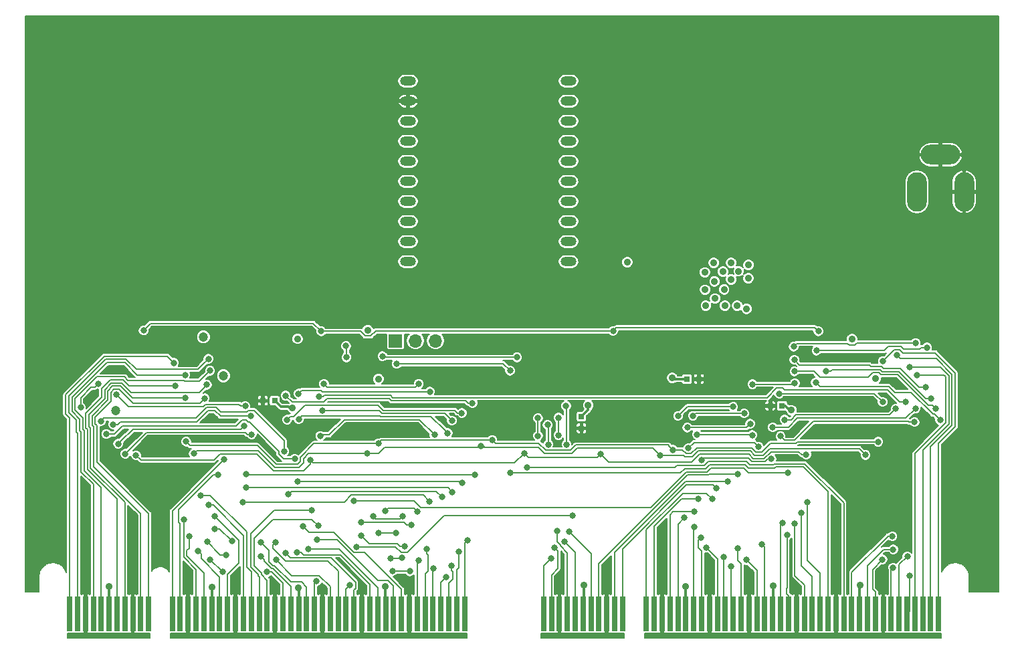
<source format=gbr>
G04 #@! TF.GenerationSoftware,KiCad,Pcbnew,(5.0.0)*
G04 #@! TF.CreationDate,2018-10-29T19:26:44-07:00*
G04 #@! TF.ProjectId,tester_v2,7465737465725F76322E6B696361645F,rev?*
G04 #@! TF.SameCoordinates,Original*
G04 #@! TF.FileFunction,Copper,L4,Bot,Signal*
G04 #@! TF.FilePolarity,Positive*
%FSLAX46Y46*%
G04 Gerber Fmt 4.6, Leading zero omitted, Abs format (unit mm)*
G04 Created by KiCad (PCBNEW (5.0.0)) date 10/29/18 19:26:44*
%MOMM*%
%LPD*%
G01*
G04 APERTURE LIST*
G04 #@! TA.AperFunction,ComponentPad*
%ADD10O,2.000000X1.200000*%
G04 #@! TD*
G04 #@! TA.AperFunction,SMDPad,CuDef*
%ADD11R,0.800000X0.750000*%
G04 #@! TD*
G04 #@! TA.AperFunction,ComponentPad*
%ADD12O,2.500000X5.000000*%
G04 #@! TD*
G04 #@! TA.AperFunction,ComponentPad*
%ADD13O,5.000000X2.500000*%
G04 #@! TD*
G04 #@! TA.AperFunction,ComponentPad*
%ADD14O,1.700000X1.700000*%
G04 #@! TD*
G04 #@! TA.AperFunction,ComponentPad*
%ADD15R,1.700000X1.700000*%
G04 #@! TD*
G04 #@! TA.AperFunction,ConnectorPad*
%ADD16R,0.700000X4.400000*%
G04 #@! TD*
G04 #@! TA.AperFunction,SMDPad,CuDef*
%ADD17R,0.750000X0.800000*%
G04 #@! TD*
G04 #@! TA.AperFunction,ViaPad*
%ADD18C,1.200000*%
G04 #@! TD*
G04 #@! TA.AperFunction,ViaPad*
%ADD19C,0.900000*%
G04 #@! TD*
G04 #@! TA.AperFunction,ViaPad*
%ADD20C,0.800000*%
G04 #@! TD*
G04 #@! TA.AperFunction,Conductor*
%ADD21C,0.300000*%
G04 #@! TD*
G04 #@! TA.AperFunction,Conductor*
%ADD22C,0.200000*%
G04 #@! TD*
G04 APERTURE END LIST*
D10*
G04 #@! TO.P,A1,20*
G04 #@! TO.N,/LED_G*
X145160000Y-68570000D03*
G04 #@! TO.P,A1,1*
G04 #@! TO.N,/5V*
X124840000Y-68570000D03*
G04 #@! TO.P,A1,19*
G04 #@! TO.N,/LED_R*
X145160000Y-71110000D03*
G04 #@! TO.P,A1,2*
G04 #@! TO.N,GNDREF*
X124840000Y-71110000D03*
G04 #@! TO.P,A1,18*
G04 #@! TO.N,Net-(A1-Pad18)*
X145160000Y-73650000D03*
G04 #@! TO.P,A1,3*
G04 #@! TO.N,/SCL*
X124840000Y-73650000D03*
G04 #@! TO.P,A1,17*
G04 #@! TO.N,Net-(A1-Pad17)*
X145160000Y-76190000D03*
G04 #@! TO.P,A1,4*
G04 #@! TO.N,/SDA*
X124840000Y-76190000D03*
G04 #@! TO.P,A1,16*
G04 #@! TO.N,Net-(A1-Pad16)*
X145160000Y-78730000D03*
G04 #@! TO.P,A1,5*
G04 #@! TO.N,/SDA*
X124840000Y-78730000D03*
G04 #@! TO.P,A1,15*
G04 #@! TO.N,Net-(A1-Pad15)*
X145160000Y-81270000D03*
G04 #@! TO.P,A1,6*
G04 #@! TO.N,Net-(A1-Pad6)*
X124840000Y-81270000D03*
G04 #@! TO.P,A1,14*
G04 #@! TO.N,Net-(A1-Pad14)*
X145160000Y-83810000D03*
G04 #@! TO.P,A1,7*
G04 #@! TO.N,Net-(A1-Pad7)*
X124840000Y-83810000D03*
G04 #@! TO.P,A1,13*
G04 #@! TO.N,Net-(A1-Pad13)*
X145160000Y-86350000D03*
G04 #@! TO.P,A1,8*
G04 #@! TO.N,Net-(A1-Pad8)*
X124840000Y-86350000D03*
G04 #@! TO.P,A1,12*
G04 #@! TO.N,/~RESET*
X145160000Y-88890000D03*
G04 #@! TO.P,A1,9*
G04 #@! TO.N,Net-(A1-Pad9)*
X124840000Y-88890000D03*
G04 #@! TO.P,A1,11*
G04 #@! TO.N,/~OE*
X145160000Y-91430000D03*
G04 #@! TO.P,A1,10*
G04 #@! TO.N,Net-(A1-Pad10)*
X124840000Y-91430000D03*
G04 #@! TD*
D11*
G04 #@! TO.P,C6,2*
G04 #@! TO.N,GNDREF*
X170700000Y-109700000D03*
G04 #@! TO.P,C6,1*
G04 #@! TO.N,+3V3*
X172200000Y-109700000D03*
G04 #@! TD*
G04 #@! TO.P,C7,2*
G04 #@! TO.N,GNDREF*
X161650000Y-106300000D03*
G04 #@! TO.P,C7,1*
G04 #@! TO.N,+3V3*
X160150000Y-106300000D03*
G04 #@! TD*
D12*
G04 #@! TO.P,J1,1*
G04 #@! TO.N,/VIN*
X189250000Y-82600000D03*
G04 #@! TO.P,J1,2*
G04 #@! TO.N,GNDREF*
X195250000Y-82600000D03*
D13*
G04 #@! TO.P,J1,3*
X192250000Y-77900000D03*
G04 #@! TD*
D14*
G04 #@! TO.P,J2,3*
G04 #@! TO.N,+3V3*
X128330000Y-101450000D03*
G04 #@! TO.P,J2,2*
G04 #@! TO.N,/I2C_PU*
X125790000Y-101450000D03*
D15*
G04 #@! TO.P,J2,1*
G04 #@! TO.N,/5V*
X123250000Y-101450000D03*
G04 #@! TD*
D16*
G04 #@! TO.P,P1,99*
G04 #@! TO.N,/rs1[31]*
X82000000Y-136000000D03*
G04 #@! TO.P,P1,100*
G04 #@! TO.N,/rs1[30]*
X83000000Y-136000000D03*
G04 #@! TO.P,P1,101*
G04 #@! TO.N,GNDREF*
X84000000Y-136000000D03*
G04 #@! TO.P,P1,102*
G04 #@! TO.N,/rs1[29]*
X85000000Y-136000000D03*
G04 #@! TO.P,P1,103*
G04 #@! TO.N,/rs1[28]*
X86000000Y-136000000D03*
G04 #@! TO.P,P1,104*
G04 #@! TO.N,+3V3*
X87000000Y-136000000D03*
G04 #@! TO.P,P1,105*
G04 #@! TO.N,/rs1[27]*
X88000000Y-136000000D03*
G04 #@! TO.P,P1,106*
G04 #@! TO.N,/rs1[26]*
X89000000Y-136000000D03*
G04 #@! TO.P,P1,107*
G04 #@! TO.N,GNDREF*
X90000000Y-136000000D03*
G04 #@! TO.P,P1,108*
G04 #@! TO.N,/rs1[25]*
X91000000Y-136000000D03*
G04 #@! TO.P,P1,109*
G04 #@! TO.N,/rs1[24]*
X92000000Y-136000000D03*
G04 #@! TO.P,P1,110*
G04 #@! TO.N,/rs1[23]*
X95000000Y-136000000D03*
G04 #@! TO.P,P1,111*
G04 #@! TO.N,/rs1[22]*
X96000000Y-136000000D03*
G04 #@! TO.P,P1,112*
G04 #@! TO.N,GNDREF*
X97000000Y-136000000D03*
G04 #@! TO.P,P1,113*
G04 #@! TO.N,/rs1[21]*
X98000000Y-136000000D03*
G04 #@! TO.P,P1,114*
G04 #@! TO.N,/rs1[20]*
X99000000Y-136000000D03*
G04 #@! TO.P,P1,115*
G04 #@! TO.N,+3V3*
X100000000Y-136000000D03*
G04 #@! TO.P,P1,116*
G04 #@! TO.N,/rs1[19]*
X101000000Y-136000000D03*
G04 #@! TO.P,P1,117*
G04 #@! TO.N,/rs1[18]*
X102000000Y-136000000D03*
G04 #@! TO.P,P1,118*
G04 #@! TO.N,GNDREF*
X103000000Y-136000000D03*
G04 #@! TO.P,P1,119*
G04 #@! TO.N,/rs1[17]*
X104000000Y-136000000D03*
G04 #@! TO.P,P1,120*
G04 #@! TO.N,/rs1[16]*
X105000000Y-136000000D03*
G04 #@! TO.P,P1,121*
G04 #@! TO.N,/nc18*
X106000000Y-136000000D03*
G04 #@! TO.P,P1,122*
G04 #@! TO.N,/nc19*
X107000000Y-136000000D03*
G04 #@! TO.P,P1,123*
G04 #@! TO.N,GNDREF*
X108000000Y-136000000D03*
G04 #@! TO.P,P1,124*
G04 #@! TO.N,/~rd_wr*
X109000000Y-136000000D03*
G04 #@! TO.P,P1,125*
G04 #@! TO.N,/nc20*
X110000000Y-136000000D03*
G04 #@! TO.P,P1,126*
G04 #@! TO.N,+3V3*
X111000000Y-136000000D03*
G04 #@! TO.P,P1,127*
G04 #@! TO.N,/nc21*
X112000000Y-136000000D03*
G04 #@! TO.P,P1,128*
G04 #@! TO.N,/~rs2_rd*
X113000000Y-136000000D03*
G04 #@! TO.P,P1,129*
G04 #@! TO.N,GNDREF*
X114000000Y-136000000D03*
G04 #@! TO.P,P1,130*
G04 #@! TO.N,/nc22*
X115000000Y-136000000D03*
G04 #@! TO.P,P1,131*
G04 #@! TO.N,/nc23*
X116000000Y-136000000D03*
G04 #@! TO.P,P1,132*
G04 #@! TO.N,/~rs1_rd*
X117000000Y-136000000D03*
G04 #@! TO.P,P1,133*
G04 #@! TO.N,/nc0*
X118000000Y-136000000D03*
G04 #@! TO.P,P1,134*
G04 #@! TO.N,GNDREF*
X119000000Y-136000000D03*
G04 #@! TO.P,P1,135*
G04 #@! TO.N,/nc1*
X120000000Y-136000000D03*
G04 #@! TO.P,P1,136*
G04 #@! TO.N,/nc2*
X121000000Y-136000000D03*
G04 #@! TO.P,P1,137*
G04 #@! TO.N,+3V3*
X122000000Y-136000000D03*
G04 #@! TO.P,P1,138*
G04 #@! TO.N,/nc3*
X123000000Y-136000000D03*
G04 #@! TO.P,P1,139*
G04 #@! TO.N,/nc4*
X124000000Y-136000000D03*
G04 #@! TO.P,P1,140*
G04 #@! TO.N,GNDREF*
X125000000Y-136000000D03*
G04 #@! TO.P,P1,141*
G04 #@! TO.N,/nc5*
X126000000Y-136000000D03*
G04 #@! TO.P,P1,142*
G04 #@! TO.N,/nc6*
X127000000Y-136000000D03*
G04 #@! TO.P,P1,143*
G04 #@! TO.N,/rs2a[4]*
X128000000Y-136000000D03*
G04 #@! TO.P,P1,144*
G04 #@! TO.N,/rs2a[3]*
X129000000Y-136000000D03*
G04 #@! TO.P,P1,145*
G04 #@! TO.N,/rs2a[2]*
X130000000Y-136000000D03*
G04 #@! TO.P,P1,146*
G04 #@! TO.N,/rs2a[1]*
X131000000Y-136000000D03*
G04 #@! TO.P,P1,147*
G04 #@! TO.N,/rs2a[0]*
X132000000Y-136000000D03*
G04 #@! TO.P,P1,148*
G04 #@! TO.N,/rs1a[4]*
X142000000Y-136000000D03*
G04 #@! TO.P,P1,159*
G04 #@! TO.N,/rs1[12]*
X155000000Y-136000000D03*
G04 #@! TO.P,P1,149*
G04 #@! TO.N,/rs1a[3]*
X143000000Y-136000000D03*
G04 #@! TO.P,P1,150*
G04 #@! TO.N,GNDREF*
X144000000Y-136000000D03*
G04 #@! TO.P,P1,151*
G04 #@! TO.N,/rs1a[2]*
X145000000Y-136000000D03*
G04 #@! TO.P,P1,152*
G04 #@! TO.N,/rs1a[1]*
X146000000Y-136000000D03*
G04 #@! TO.P,P1,153*
G04 #@! TO.N,+3V3*
X147000000Y-136000000D03*
G04 #@! TO.P,P1,154*
G04 #@! TO.N,/rs1a[0]*
X148000000Y-136000000D03*
G04 #@! TO.P,P1,155*
G04 #@! TO.N,/rs1[15]*
X149000000Y-136000000D03*
G04 #@! TO.P,P1,156*
G04 #@! TO.N,GNDREF*
X150000000Y-136000000D03*
G04 #@! TO.P,P1,157*
G04 #@! TO.N,/rs1[14]*
X151000000Y-136000000D03*
G04 #@! TO.P,P1,158*
G04 #@! TO.N,/rs1[13]*
X152000000Y-136000000D03*
G04 #@! TO.P,P1,160*
G04 #@! TO.N,/rs1[11]*
X156000000Y-136000000D03*
G04 #@! TO.P,P1,161*
G04 #@! TO.N,GNDREF*
X157000000Y-136000000D03*
G04 #@! TO.P,P1,162*
G04 #@! TO.N,/rs1[10]*
X158000000Y-136000000D03*
G04 #@! TO.P,P1,163*
G04 #@! TO.N,/rs1[9]*
X159000000Y-136000000D03*
G04 #@! TO.P,P1,164*
G04 #@! TO.N,+3V3*
X160000000Y-136000000D03*
G04 #@! TO.P,P1,165*
G04 #@! TO.N,/rs1[8]*
X161000000Y-136000000D03*
G04 #@! TO.P,P1,166*
G04 #@! TO.N,/rs1[7]*
X162000000Y-136000000D03*
G04 #@! TO.P,P1,167*
G04 #@! TO.N,GNDREF*
X163000000Y-136000000D03*
G04 #@! TO.P,P1,168*
G04 #@! TO.N,/rs1[6]*
X164000000Y-136000000D03*
G04 #@! TO.P,P1,169*
G04 #@! TO.N,/rs1[5]*
X165000000Y-136000000D03*
G04 #@! TO.P,P1,170*
G04 #@! TO.N,/rs1[4]*
X166000000Y-136000000D03*
G04 #@! TO.P,P1,171*
G04 #@! TO.N,/rs1[3]*
X167000000Y-136000000D03*
G04 #@! TO.P,P1,172*
G04 #@! TO.N,GNDREF*
X168000000Y-136000000D03*
G04 #@! TO.P,P1,173*
G04 #@! TO.N,/rs1[2]*
X169000000Y-136000000D03*
G04 #@! TO.P,P1,174*
G04 #@! TO.N,/rs1[1]*
X170000000Y-136000000D03*
G04 #@! TO.P,P1,175*
G04 #@! TO.N,+3V3*
X171000000Y-136000000D03*
G04 #@! TO.P,P1,176*
G04 #@! TO.N,/rs1[0]*
X172000000Y-136000000D03*
G04 #@! TO.P,P1,177*
G04 #@! TO.N,/nc12*
X173000000Y-136000000D03*
G04 #@! TO.P,P1,178*
G04 #@! TO.N,GNDREF*
X174000000Y-136000000D03*
G04 #@! TO.P,P1,179*
G04 #@! TO.N,/nc13*
X175000000Y-136000000D03*
G04 #@! TO.P,P1,180*
G04 #@! TO.N,/nc14*
X176000000Y-136000000D03*
G04 #@! TO.P,P1,181*
G04 #@! TO.N,/nc15*
X177000000Y-136000000D03*
G04 #@! TO.P,P1,182*
G04 #@! TO.N,/nc16*
X178000000Y-136000000D03*
G04 #@! TO.P,P1,183*
G04 #@! TO.N,GNDREF*
X179000000Y-136000000D03*
G04 #@! TO.P,P1,184*
G04 #@! TO.N,/nc17*
X180000000Y-136000000D03*
G04 #@! TO.P,P1,185*
G04 #@! TO.N,/~shift_oe*
X181000000Y-136000000D03*
G04 #@! TO.P,P1,186*
G04 #@! TO.N,+3V3*
X182000000Y-136000000D03*
G04 #@! TO.P,P1,187*
G04 #@! TO.N,/~alu_oe*
X183000000Y-136000000D03*
G04 #@! TO.P,P1,188*
G04 #@! TO.N,/f[0]*
X184000000Y-136000000D03*
G04 #@! TO.P,P1,189*
G04 #@! TO.N,GNDREF*
X185000000Y-136000000D03*
G04 #@! TO.P,P1,190*
G04 #@! TO.N,/f[1]*
X186000000Y-136000000D03*
G04 #@! TO.P,P1,191*
G04 #@! TO.N,/f[2]*
X187000000Y-136000000D03*
G04 #@! TO.P,P1,192*
G04 #@! TO.N,/f[3]*
X188000000Y-136000000D03*
G04 #@! TO.P,P1,193*
G04 #@! TO.N,/~BOOT_ALU_EN*
X189000000Y-136000000D03*
G04 #@! TO.P,P1,194*
G04 #@! TO.N,/BOOT_CLK*
X190000000Y-136000000D03*
G04 #@! TO.P,P1,195*
G04 #@! TO.N,/~BOOT_RST*
X191000000Y-136000000D03*
G04 #@! TO.P,P1,196*
G04 #@! TO.N,/~BOOT_WR*
X192000000Y-136000000D03*
G04 #@! TD*
D11*
G04 #@! TO.P,C9,2*
G04 #@! TO.N,GNDREF*
X106450000Y-109050000D03*
G04 #@! TO.P,C9,1*
G04 #@! TO.N,+3V3*
X107950000Y-109050000D03*
G04 #@! TD*
D17*
G04 #@! TO.P,C10,2*
G04 #@! TO.N,GNDREF*
X146800000Y-112550000D03*
G04 #@! TO.P,C10,1*
G04 #@! TO.N,+3V3*
X146800000Y-111050000D03*
G04 #@! TD*
D18*
G04 #@! TO.N,GNDREF*
X84995891Y-108395891D03*
X88650000Y-100650000D03*
X96450000Y-100150000D03*
X99950000Y-111200000D03*
X95450000Y-102600000D03*
X86850000Y-114650000D03*
D19*
X125200000Y-106150000D03*
X113700000Y-105350000D03*
X113700000Y-103750000D03*
X121100000Y-112200000D03*
X122100000Y-109500000D03*
X118250000Y-103750000D03*
X118250000Y-101350000D03*
X147750000Y-103750000D03*
X147850000Y-106300000D03*
X147750000Y-101300000D03*
X158350000Y-103700000D03*
X158350000Y-101700000D03*
X158200000Y-109650000D03*
X172300000Y-105700000D03*
X177650000Y-103700000D03*
X173100000Y-100850000D03*
X186800000Y-107250000D03*
X184100000Y-109850000D03*
X184250000Y-112400000D03*
X181150000Y-103750000D03*
X184250000Y-100800000D03*
X159000000Y-89400000D03*
X159000000Y-87150000D03*
X161250000Y-87200000D03*
X163600000Y-87150000D03*
X159050000Y-84850000D03*
X161300000Y-84900000D03*
X163600000Y-84900000D03*
X163550000Y-82600000D03*
X165800000Y-87150000D03*
X168200000Y-87050000D03*
X156500000Y-87150000D03*
X156600000Y-84900000D03*
X151350000Y-88900000D03*
X84000000Y-132300000D03*
X90000000Y-132400000D03*
X97000000Y-132700000D03*
X103000000Y-132650000D03*
X108050000Y-132700000D03*
X114000000Y-132650000D03*
X119100000Y-132500000D03*
X125000000Y-132600000D03*
X144000000Y-132350000D03*
X149950000Y-132500000D03*
X157000000Y-132600000D03*
X163000000Y-132500000D03*
X168000000Y-132850000D03*
X174000000Y-132500000D03*
X178950000Y-132400000D03*
X184399664Y-132550336D03*
D18*
X88550000Y-105099944D03*
X88600000Y-102499911D03*
X101801801Y-107873357D03*
D19*
X104662900Y-108759979D03*
X100334209Y-113828674D03*
X110850000Y-112500000D03*
X146996889Y-113846889D03*
X173393646Y-113286467D03*
X168899957Y-109700000D03*
X170000000Y-96850000D03*
X178500000Y-92500000D03*
X172000000Y-86750000D03*
X173200000Y-86750000D03*
X170900000Y-86750000D03*
X170050000Y-93250000D03*
X171400000Y-93800000D03*
X171400000Y-96200000D03*
X163305039Y-106167059D03*
X158899990Y-113000000D03*
D20*
G04 #@! TO.N,/SCL*
X96750022Y-114224216D03*
X184350000Y-114250000D03*
X135500000Y-114000000D03*
X121089852Y-114450034D03*
X158366806Y-115250034D03*
G04 #@! TO.N,/SDA*
X134050000Y-114774500D03*
X156750000Y-115999994D03*
X182750006Y-115900000D03*
X97700000Y-115750000D03*
X119700000Y-115700000D03*
G04 #@! TO.N,/~RESET*
X149225000Y-115800000D03*
X175250000Y-115875000D03*
X90409891Y-115948763D03*
X139550000Y-115700000D03*
X112431988Y-116523676D03*
G04 #@! TO.N,/~OE*
X91350000Y-100150000D03*
X113850000Y-100250000D03*
X150800000Y-100200000D03*
X176800000Y-100250000D03*
D19*
G04 #@! TO.N,+3V3*
X121100000Y-106300000D03*
X110850000Y-101200000D03*
X110205006Y-109950206D03*
X119750000Y-100100000D03*
X147650000Y-109650000D03*
X158300000Y-106149933D03*
X184050000Y-106250000D03*
X181050000Y-101250000D03*
X152600000Y-91500000D03*
X165750000Y-91600000D03*
X163550000Y-91600000D03*
X162400000Y-92800000D03*
X164700000Y-92700000D03*
X163650000Y-93950000D03*
X162450000Y-95000000D03*
X164850000Y-94950000D03*
X166700000Y-92650000D03*
X165750000Y-93700000D03*
X163700000Y-96100000D03*
X164950000Y-97000000D03*
X162550000Y-97000000D03*
X166500000Y-97000000D03*
X167950000Y-91850000D03*
X167900000Y-93550000D03*
X167700000Y-97400000D03*
X86950000Y-132600000D03*
X100000000Y-132650000D03*
X110950000Y-132750000D03*
X121950000Y-132550000D03*
X147100000Y-132400000D03*
X160000000Y-132550000D03*
X171050000Y-132450000D03*
X182050000Y-132400000D03*
D18*
X101500000Y-105900000D03*
D19*
X173380487Y-110244936D03*
D18*
X87826362Y-110294816D03*
X98958113Y-100949944D03*
D20*
G04 #@! TO.N,/rd[31]*
X83399990Y-109900000D03*
X85622781Y-106904151D03*
G04 #@! TO.N,/rs1[31]*
X95200000Y-104250000D03*
G04 #@! TO.N,/rs1[30]*
X99569085Y-103749988D03*
G04 #@! TO.N,/rs1[29]*
X96625448Y-105776110D03*
G04 #@! TO.N,/rs1[28]*
X99769387Y-105250008D03*
G04 #@! TO.N,/rs1[27]*
X95400000Y-107150000D03*
G04 #@! TO.N,/rs1[26]*
X99378127Y-107020751D03*
G04 #@! TO.N,/rs1[25]*
X96603364Y-108664720D03*
G04 #@! TO.N,/rs1[24]*
X99110056Y-108728653D03*
G04 #@! TO.N,/rd[18]*
X101350000Y-130700000D03*
X99799996Y-129150000D03*
G04 #@! TO.N,/rd[17]*
X101800002Y-128550000D03*
X99400000Y-126900000D03*
G04 #@! TO.N,/rd[16]*
X102542698Y-126839210D03*
X100350000Y-125250000D03*
G04 #@! TO.N,/rs2[23]*
X125228594Y-124747398D03*
X118900000Y-124449998D03*
G04 #@! TO.N,/rs2[22]*
X118883161Y-126093473D03*
X124400000Y-127450000D03*
G04 #@! TO.N,/rs2[21]*
X124192675Y-123633612D03*
X120400000Y-123700000D03*
G04 #@! TO.N,/rs2[20]*
X121150000Y-125800000D03*
X123350034Y-125750000D03*
G04 #@! TO.N,/rs2[18]*
X122600000Y-129000000D03*
X124100000Y-128950012D03*
G04 #@! TO.N,/rs2[17]*
X125990634Y-123078203D03*
X121992641Y-122999990D03*
G04 #@! TO.N,/rs2[16]*
X125050033Y-130650000D03*
X122849980Y-130600000D03*
G04 #@! TO.N,/rda[0]*
X103900000Y-121850000D03*
X127575400Y-121834621D03*
X87950000Y-108300000D03*
X104229649Y-109716440D03*
G04 #@! TO.N,/rda[1]*
X129110562Y-121203582D03*
X109700010Y-120900000D03*
X109161387Y-115450791D03*
X85950000Y-111650000D03*
G04 #@! TO.N,/rda[2]*
X130458707Y-120603145D03*
X104314647Y-120045388D03*
X104924636Y-111008439D03*
X87533967Y-112051415D03*
G04 #@! TO.N,/rda[3]*
X110900000Y-119250000D03*
X131683181Y-119423839D03*
X110500000Y-116400000D03*
X86650000Y-113250000D03*
G04 #@! TO.N,/rda[4]*
X133300000Y-118450000D03*
X104349979Y-118300000D03*
X104122173Y-112199685D03*
X88150000Y-114500000D03*
G04 #@! TO.N,/rs1[23]*
X101510010Y-116500010D03*
G04 #@! TO.N,/rs1[22]*
X100750000Y-118400000D03*
G04 #@! TO.N,/rs1[21]*
X96500000Y-124100000D03*
G04 #@! TO.N,/rs1[20]*
X97150000Y-126250000D03*
G04 #@! TO.N,/rs1[19]*
X98250000Y-128050000D03*
G04 #@! TO.N,/rs1[18]*
X100400000Y-123700000D03*
G04 #@! TO.N,/rs1[17]*
X99600000Y-122250000D03*
G04 #@! TO.N,/rs1[16]*
X98615711Y-121015711D03*
G04 #@! TO.N,/nc18*
X112650000Y-122900000D03*
G04 #@! TO.N,/nc19*
X117050000Y-103550000D03*
X117000000Y-102100000D03*
X113449924Y-124865345D03*
G04 #@! TO.N,/~rd_wr*
X105049899Y-113297925D03*
X106989760Y-130731426D03*
X89056104Y-115764575D03*
G04 #@! TO.N,/nc20*
X106200010Y-128757226D03*
G04 #@! TO.N,/nc21*
X106200010Y-126958553D03*
G04 #@! TO.N,/~rs2_rd*
X118000000Y-121700000D03*
X172950000Y-118150000D03*
X113271063Y-131894238D03*
G04 #@! TO.N,/nc22*
X108150000Y-129200000D03*
G04 #@! TO.N,/nc23*
X108100000Y-126950000D03*
G04 #@! TO.N,/~rs1_rd*
X117500000Y-132400000D03*
X145650000Y-123550000D03*
X118350111Y-127550000D03*
G04 #@! TO.N,/nc0*
X109344982Y-128355018D03*
G04 #@! TO.N,/nc1*
X110750000Y-128249979D03*
G04 #@! TO.N,/nc2*
X112200000Y-127849968D03*
G04 #@! TO.N,/nc3*
X113350000Y-126650000D03*
G04 #@! TO.N,/nc4*
X111500000Y-124900000D03*
G04 #@! TO.N,/nc5*
X126200000Y-106900000D03*
X114199990Y-106907099D03*
X126150000Y-129250000D03*
G04 #@! TO.N,/nc6*
X127608750Y-107884470D03*
X127199924Y-127833048D03*
X110978829Y-108151295D03*
G04 #@! TO.N,/rs2a[4]*
X128049968Y-130252967D03*
X113750000Y-113500000D03*
X128200000Y-113350000D03*
G04 #@! TO.N,/rs2a[3]*
X129649990Y-131398603D03*
X111000000Y-111400000D03*
X129850004Y-113150000D03*
G04 #@! TO.N,/rs2a[2]*
X130299990Y-129945427D03*
X114000000Y-110300000D03*
X130400000Y-111550002D03*
G04 #@! TO.N,/rs2a[1]*
X131250010Y-128124903D03*
X109550000Y-111450000D03*
X131650000Y-110600000D03*
G04 #@! TO.N,/rs2a[0]*
X133000000Y-109350010D03*
X132377832Y-126677832D03*
X109350000Y-108400000D03*
G04 #@! TO.N,/rs1a[4]*
X142950000Y-129000000D03*
G04 #@! TO.N,/rs1[12]*
X163350000Y-121500000D03*
G04 #@! TO.N,/nc7*
X113550000Y-108499978D03*
X187850000Y-109200000D03*
G04 #@! TO.N,/nc8*
X190400070Y-107291598D03*
X173750000Y-103849998D03*
G04 #@! TO.N,/nc9*
X191050000Y-108750000D03*
X177750000Y-105300000D03*
G04 #@! TO.N,/nc10*
X191650000Y-110050000D03*
X173754672Y-105335462D03*
G04 #@! TO.N,/nc11*
X176450000Y-106750011D03*
X192200000Y-111500000D03*
G04 #@! TO.N,/rs1a[3]*
X141300000Y-111250000D03*
X141300009Y-113491663D03*
X143400000Y-127650000D03*
G04 #@! TO.N,/rs1a[2]*
X142600000Y-114600004D03*
X142503067Y-112105264D03*
X143700000Y-125550000D03*
G04 #@! TO.N,/rs1a[1]*
X143899988Y-113400000D03*
X143900000Y-111199966D03*
X144663115Y-126898166D03*
G04 #@! TO.N,/rs1a[0]*
X145200000Y-125600000D03*
X144900000Y-114600000D03*
X144850000Y-109700000D03*
G04 #@! TO.N,/rs1[15]*
X166607073Y-118326962D03*
G04 #@! TO.N,/rs1[14]*
X165292874Y-119250358D03*
G04 #@! TO.N,/rs1[13]*
X163864085Y-120113448D03*
G04 #@! TO.N,/rs1[11]*
X161600000Y-121500000D03*
G04 #@! TO.N,/rs1[10]*
X161050000Y-123100000D03*
G04 #@! TO.N,/rs1[9]*
X159800000Y-123850000D03*
G04 #@! TO.N,/rs1[8]*
X161068151Y-125043871D03*
G04 #@! TO.N,/rs1[7]*
X161950000Y-126350000D03*
G04 #@! TO.N,/rs1[6]*
X162600000Y-127650000D03*
G04 #@! TO.N,/rs1[5]*
X164800000Y-128800000D03*
X159022443Y-110975514D03*
X166000000Y-109800000D03*
G04 #@! TO.N,/rs1[4]*
X165750000Y-130000000D03*
X167400000Y-110650000D03*
X160900000Y-110950000D03*
G04 #@! TO.N,/rs1[3]*
X166550000Y-127750000D03*
X168150000Y-111950000D03*
X160200000Y-112450000D03*
G04 #@! TO.N,/rs1[2]*
X167655736Y-129204299D03*
X161400000Y-113300000D03*
X168418475Y-113393020D03*
G04 #@! TO.N,/rs1[1]*
X169656507Y-127203533D03*
X160350000Y-115050000D03*
X169200000Y-114850000D03*
G04 #@! TO.N,/rs1[0]*
X172274078Y-124534114D03*
X162018529Y-116538838D03*
X170828683Y-116428685D03*
G04 #@! TO.N,/nc12*
X172800000Y-126050000D03*
X168450000Y-106950000D03*
X173792842Y-106835474D03*
G04 #@! TO.N,/nc13*
X173800000Y-124600000D03*
G04 #@! TO.N,/nc14*
X174650000Y-123250000D03*
G04 #@! TO.N,/nc15*
X175400000Y-121850000D03*
G04 #@! TO.N,/nc16*
X137800000Y-118200000D03*
X137750000Y-105250000D03*
X123400000Y-104350000D03*
G04 #@! TO.N,/nc17*
X138650000Y-103550000D03*
X121600000Y-103400000D03*
X139900000Y-117500000D03*
G04 #@! TO.N,/~shift_oe*
X173650000Y-102200000D03*
X189100000Y-101750000D03*
X186150000Y-126200000D03*
G04 #@! TO.N,/~alu_oe*
X176550000Y-102700000D03*
X190550000Y-102299965D03*
X186259757Y-127871957D03*
G04 #@! TO.N,/f[0]*
X184910453Y-109182399D03*
X184900000Y-129150000D03*
X171850000Y-108150000D03*
G04 #@! TO.N,/f[1]*
X186250000Y-130200000D03*
X186573603Y-110064235D03*
X172500000Y-111450000D03*
G04 #@! TO.N,/f[2]*
X188050000Y-128750000D03*
X189100000Y-110000000D03*
X171000000Y-112400000D03*
G04 #@! TO.N,/f[3]*
X188300000Y-131200000D03*
X188950000Y-111750000D03*
X172000000Y-113550000D03*
G04 #@! TO.N,/~BOOT_ALU_EN*
X189300000Y-105800000D03*
G04 #@! TO.N,/BOOT_CLK*
X188300000Y-104750000D03*
G04 #@! TO.N,/~BOOT_RST*
X186750000Y-103300000D03*
G04 #@! TO.N,/~BOOT_WR*
X184953029Y-104032730D03*
G04 #@! TD*
D21*
G04 #@! TO.N,GNDREF*
X84000000Y-136000000D02*
X84000000Y-132300000D01*
X90000000Y-136000000D02*
X90000000Y-132400000D01*
X97000000Y-132700000D02*
X97000000Y-136000000D01*
X103000000Y-132650000D02*
X103000000Y-136000000D01*
X108000000Y-136000000D02*
X108000000Y-132750000D01*
X108000000Y-132750000D02*
X108050000Y-132700000D01*
X114000000Y-132650000D02*
X114000000Y-136000000D01*
X119000000Y-132600000D02*
X119100000Y-132500000D01*
X119000000Y-136000000D02*
X119000000Y-132600000D01*
X125000000Y-132600000D02*
X125000000Y-136000000D01*
X144000000Y-136000000D02*
X144000000Y-132350000D01*
X150000000Y-136000000D02*
X150000000Y-132550000D01*
X150000000Y-132550000D02*
X149950000Y-132500000D01*
X157000000Y-132600000D02*
X157000000Y-136000000D01*
X163000000Y-132500000D02*
X163000000Y-136000000D01*
X168000000Y-132600000D02*
X168100000Y-132500000D01*
X168000000Y-136000000D02*
X168000000Y-132850000D01*
X168000000Y-132600000D02*
X168000000Y-132850000D01*
X174000000Y-136000000D02*
X174000000Y-132500000D01*
X178950000Y-135950000D02*
X179000000Y-136000000D01*
X178950000Y-132400000D02*
X178950000Y-135950000D01*
X185000000Y-133150672D02*
X185000000Y-136000000D01*
X184399664Y-132550336D02*
X185000000Y-133150672D01*
X106450000Y-109050000D02*
X104952921Y-109050000D01*
X104952921Y-109050000D02*
X104662900Y-108759979D01*
X146800000Y-113650000D02*
X146996889Y-113846889D01*
X146800000Y-112550000D02*
X146800000Y-113650000D01*
X170700000Y-109700000D02*
X168899957Y-109700000D01*
X163172098Y-106300000D02*
X163305039Y-106167059D01*
X161650000Y-106300000D02*
X163172098Y-106300000D01*
D22*
G04 #@! TO.N,/SCL*
X97225808Y-114700002D02*
X105750002Y-114700002D01*
X96750022Y-114224216D02*
X97225808Y-114700002D01*
X105750002Y-114700002D02*
X108150002Y-117100002D01*
X108150002Y-117100002D02*
X110836001Y-117100001D01*
X110836001Y-117100001D02*
X111200001Y-116736001D01*
X111200001Y-116736001D02*
X111200001Y-116186003D01*
X111200001Y-116186003D02*
X112935970Y-114450034D01*
X112935970Y-114450034D02*
X121089852Y-114450034D01*
X135500000Y-114000000D02*
X128586002Y-114000000D01*
X128536001Y-114050001D02*
X121489885Y-114050001D01*
X121489885Y-114050001D02*
X121089852Y-114450034D01*
X128586002Y-114000000D02*
X128536001Y-114050001D01*
X160053894Y-115750002D02*
X159553926Y-115250034D01*
X157966807Y-114850035D02*
X158366806Y-115250034D01*
X184350000Y-114250000D02*
X174105815Y-114250000D01*
X135500000Y-114000000D02*
X135899999Y-114399999D01*
X159553926Y-115250034D02*
X158932491Y-115250034D01*
X161436002Y-115000002D02*
X160686001Y-115750002D01*
X146086001Y-114650001D02*
X157766773Y-114650001D01*
X173919336Y-114436479D02*
X170699525Y-114436479D01*
X168314000Y-115000002D02*
X161436002Y-115000002D01*
X145435997Y-115300005D02*
X146086001Y-114650001D01*
X135899999Y-114399999D02*
X141363993Y-114399999D01*
X174105815Y-114250000D02*
X173919336Y-114436479D01*
X168863999Y-115550001D02*
X168314000Y-115000002D01*
X160686001Y-115750002D02*
X160053894Y-115750002D01*
X157766773Y-114650001D02*
X157966807Y-114850035D01*
X142263999Y-115300005D02*
X145435997Y-115300005D01*
X169586002Y-115550002D02*
X168863999Y-115550001D01*
X158932491Y-115250034D02*
X158366806Y-115250034D01*
X170699525Y-114436479D02*
X169586002Y-115550002D01*
X141363993Y-114399999D02*
X142263999Y-115300005D01*
G04 #@! TO.N,/SDA*
X169751691Y-115950013D02*
X170601692Y-115100012D01*
X168148311Y-115400013D02*
X168698314Y-115950013D01*
X181950018Y-115100012D02*
X182750006Y-115900000D01*
X161601692Y-115400013D02*
X168148311Y-115400013D01*
X156750000Y-115999994D02*
X159738186Y-115999994D01*
X159738186Y-115999994D02*
X159888205Y-116150013D01*
X160851690Y-116150013D02*
X161601692Y-115400013D01*
X170601692Y-115100012D02*
X181950018Y-115100012D01*
X159888205Y-116150013D02*
X160851690Y-116150013D01*
X168698314Y-115950013D02*
X169751691Y-115950013D01*
X121115685Y-115700000D02*
X120265685Y-115700000D01*
X121865672Y-114950013D02*
X121115685Y-115700000D01*
X146251690Y-115050012D02*
X145601686Y-115700016D01*
X111001689Y-117500013D02*
X111600012Y-116901690D01*
X155800018Y-115050012D02*
X146251690Y-115050012D01*
X111600012Y-116351692D02*
X112251704Y-115700000D01*
X142098310Y-115700016D02*
X141348307Y-114950013D01*
X112251704Y-115700000D02*
X119134315Y-115700000D01*
X105834301Y-115350001D02*
X107984313Y-117500013D01*
X97700000Y-115750000D02*
X98099999Y-115350001D01*
X111600012Y-116901690D02*
X111600012Y-116351692D01*
X98099999Y-115350001D02*
X105834301Y-115350001D01*
X120265685Y-115700000D02*
X119700000Y-115700000D01*
X107984313Y-117500013D02*
X111001689Y-117500013D01*
X145601686Y-115700016D02*
X142098310Y-115700016D01*
X119134315Y-115700000D02*
X119700000Y-115700000D01*
X156750000Y-115999994D02*
X155800018Y-115050012D01*
X134374487Y-114774500D02*
X134550000Y-114950013D01*
X134050000Y-114774500D02*
X134374487Y-114774500D01*
X141348307Y-114950013D02*
X134550000Y-114950013D01*
X134550000Y-114950013D02*
X121865672Y-114950013D01*
G04 #@! TO.N,/~RESET*
X148825001Y-116199999D02*
X149225000Y-115800000D01*
X140049999Y-116199999D02*
X148825001Y-116199999D01*
X139550000Y-115700000D02*
X140049999Y-116199999D01*
X169917380Y-116350024D02*
X170767381Y-115500023D01*
X168532625Y-116350024D02*
X169917380Y-116350024D01*
X160767728Y-116799674D02*
X161767381Y-115800024D01*
X150224674Y-116799674D02*
X160767728Y-116799674D01*
X161767381Y-115800024D02*
X167982623Y-115800024D01*
X174684315Y-115875000D02*
X175250000Y-115875000D01*
X170767381Y-115500023D02*
X174309338Y-115500023D01*
X167982623Y-115800024D02*
X168532625Y-116350024D01*
X149225000Y-115800000D02*
X150224674Y-116799674D01*
X174309338Y-115500023D02*
X174684315Y-115875000D01*
X91011130Y-116550002D02*
X100254298Y-116550002D01*
X112431988Y-117089361D02*
X112431988Y-116523676D01*
X90409891Y-115948763D02*
X91011130Y-116550002D01*
X105693600Y-115775000D02*
X107818624Y-117900024D01*
X101029300Y-115775000D02*
X105693600Y-115775000D01*
X107818624Y-117900024D02*
X111621325Y-117900024D01*
X111621325Y-117900024D02*
X112431988Y-117089361D01*
X100254298Y-116550002D02*
X101029300Y-115775000D01*
X138326325Y-116923675D02*
X112831987Y-116923675D01*
X139550000Y-115700000D02*
X138326325Y-116923675D01*
X112831987Y-116923675D02*
X112431988Y-116523676D01*
G04 #@! TO.N,/~OE*
X112849999Y-99249999D02*
X113850000Y-100250000D01*
X92250001Y-99249999D02*
X112849999Y-99249999D01*
X91350000Y-100150000D02*
X92250001Y-99249999D01*
X120760002Y-100200000D02*
X150800000Y-100200000D01*
X120110001Y-100850001D02*
X120760002Y-100200000D01*
X119389999Y-100850001D02*
X120110001Y-100850001D01*
X118789998Y-100250000D02*
X119389999Y-100850001D01*
X113850000Y-100250000D02*
X118789998Y-100250000D01*
X176350001Y-99800001D02*
X176800000Y-100250000D01*
X150800000Y-100200000D02*
X151199999Y-99800001D01*
X151199999Y-99800001D02*
X176350001Y-99800001D01*
D21*
G04 #@! TO.N,+3V3*
X107950000Y-109050000D02*
X107975000Y-109050000D01*
X109828585Y-109950206D02*
X110205006Y-109950206D01*
X108727810Y-109802810D02*
X109681189Y-109802810D01*
X109681189Y-109802810D02*
X109828585Y-109950206D01*
X107975000Y-109050000D02*
X108727810Y-109802810D01*
X147650000Y-110200000D02*
X146800000Y-111050000D01*
X147650000Y-109650000D02*
X147650000Y-110200000D01*
X158450067Y-106300000D02*
X158300000Y-106149933D01*
X160150000Y-106300000D02*
X158450067Y-106300000D01*
X86950000Y-135950000D02*
X87000000Y-136000000D01*
X86950000Y-132600000D02*
X86950000Y-135950000D01*
X100000000Y-136000000D02*
X100000000Y-132650000D01*
X111000000Y-132800000D02*
X110950000Y-132750000D01*
X111000000Y-136000000D02*
X111000000Y-132800000D01*
X121950000Y-135950000D02*
X122000000Y-136000000D01*
X121950000Y-132550000D02*
X121950000Y-135950000D01*
X147100000Y-135900000D02*
X147000000Y-136000000D01*
X147100000Y-132400000D02*
X147100000Y-135900000D01*
X160000000Y-136000000D02*
X160000000Y-132550000D01*
X171050000Y-135950000D02*
X171000000Y-136000000D01*
X171050000Y-132450000D02*
X171050000Y-135950000D01*
X182000000Y-136000000D02*
X182000000Y-132450000D01*
X182000000Y-132450000D02*
X182050000Y-132400000D01*
X172612978Y-109700000D02*
X172909881Y-109996903D01*
X172200000Y-109700000D02*
X172612978Y-109700000D01*
X173205314Y-109996903D02*
X173380487Y-110172076D01*
X173380487Y-110172076D02*
X173380487Y-110244936D01*
X172909881Y-109996903D02*
X173205314Y-109996903D01*
D22*
G04 #@! TO.N,/rd[31]*
X85194971Y-107331961D02*
X85622781Y-106904151D01*
X83399990Y-108659795D02*
X84727824Y-107331961D01*
X83399990Y-109900000D02*
X83399990Y-108659795D01*
X84727824Y-107331961D02*
X85194971Y-107331961D01*
G04 #@! TO.N,/rs1[31]*
X81499956Y-110733068D02*
X81499956Y-108297029D01*
X86397064Y-103399921D02*
X94349921Y-103399921D01*
X82000000Y-111233112D02*
X81499956Y-110733068D01*
X94349921Y-103399921D02*
X95200000Y-104250000D01*
X81499956Y-108297029D02*
X86397064Y-103399921D01*
X82000000Y-136000000D02*
X82000000Y-111233112D01*
G04 #@! TO.N,/rs1[30]*
X98242964Y-105076109D02*
X99169086Y-104149987D01*
X86562753Y-103799932D02*
X89147690Y-103799932D01*
X99169086Y-104149987D02*
X99569085Y-103749988D01*
X81899967Y-108462718D02*
X86562753Y-103799932D01*
X82849932Y-111517344D02*
X81899967Y-110567379D01*
X89147690Y-103799932D02*
X90423867Y-105076109D01*
X83000000Y-136000000D02*
X83000000Y-113130201D01*
X82849932Y-112980131D02*
X82849932Y-111517344D01*
X83000000Y-113130201D02*
X82849932Y-112980131D01*
X90423867Y-105076109D02*
X98242964Y-105076109D01*
X81899967Y-110567379D02*
X81899967Y-108462718D01*
G04 #@! TO.N,/rs1[29]*
X82299978Y-110401690D02*
X82299978Y-108628407D01*
X88982001Y-104199943D02*
X90558168Y-105776110D01*
X86728450Y-104199943D02*
X88982001Y-104199943D01*
X83449944Y-113014445D02*
X83249943Y-112814442D01*
X82299978Y-108628407D02*
X86728450Y-104199943D01*
X83249943Y-111351655D02*
X82299978Y-110401690D01*
X85000000Y-136000000D02*
X85000000Y-119628500D01*
X90558168Y-105776110D02*
X96625448Y-105776110D01*
X83449944Y-118078444D02*
X83449944Y-113014445D01*
X85000000Y-119628500D02*
X83449944Y-118078444D01*
X83249943Y-112814442D02*
X83249943Y-111351655D01*
G04 #@! TO.N,/rs1[28]*
X96550702Y-106564698D02*
X98454697Y-106564698D01*
X82699989Y-110236001D02*
X82699989Y-108794096D01*
X83649954Y-111185966D02*
X82699989Y-110236001D01*
X89398802Y-106449998D02*
X96436002Y-106449998D01*
X96436002Y-106449998D02*
X96550702Y-106564698D01*
X83849955Y-112848756D02*
X83649954Y-112648753D01*
X98454697Y-106564698D02*
X99369388Y-105650007D01*
X88948758Y-105999954D02*
X89398802Y-106449998D01*
X86000000Y-120062800D02*
X83849955Y-117912755D01*
X83849955Y-117912755D02*
X83849955Y-112848756D01*
X83649954Y-112648753D02*
X83649954Y-111185966D01*
X86000000Y-136000000D02*
X86000000Y-120062800D01*
X99369388Y-105650007D02*
X99769387Y-105250008D01*
X85494141Y-105999954D02*
X88948758Y-105999954D01*
X82699989Y-108794096D02*
X85494141Y-105999954D01*
G04 #@! TO.N,/rs1[27]*
X88783069Y-106399965D02*
X89533104Y-107150000D01*
X86049971Y-107466925D02*
X87116931Y-106399965D01*
X88000000Y-121497100D02*
X84249966Y-117747066D01*
X84249966Y-117747066D02*
X84249966Y-112683067D01*
X84249966Y-112683067D02*
X84049965Y-112483064D01*
X89533104Y-107150000D02*
X95400000Y-107150000D01*
X84049965Y-112483064D02*
X84049967Y-110614616D01*
X87116931Y-106399965D02*
X88783069Y-106399965D01*
X88000000Y-136000000D02*
X88000000Y-121497100D01*
X86049967Y-108614624D02*
X86049971Y-107466925D01*
X84049967Y-110614616D02*
X86049967Y-108614624D01*
G04 #@! TO.N,/rs1[26]*
X84649977Y-112517378D02*
X84449976Y-112317375D01*
X89000000Y-121931400D02*
X84649977Y-117581377D01*
X87282620Y-106799976D02*
X88617380Y-106799976D01*
X88617380Y-106799976D02*
X89782114Y-107964710D01*
X98434166Y-107964710D02*
X98978128Y-107420750D01*
X84449976Y-112317375D02*
X84449976Y-110780308D01*
X89782114Y-107964710D02*
X98434166Y-107964710D01*
X86449980Y-107632616D02*
X87282620Y-106799976D01*
X86449977Y-108780314D02*
X86449980Y-107632616D01*
X84449976Y-110780308D02*
X86449977Y-108780314D01*
X84649977Y-117581377D02*
X84649977Y-112517378D01*
X89000000Y-136000000D02*
X89000000Y-121931400D01*
X98978128Y-107420750D02*
X99378127Y-107020751D01*
G04 #@! TO.N,/rs1[25]*
X89916424Y-108664720D02*
X96603364Y-108664720D01*
X91000000Y-136000000D02*
X91000000Y-123365700D01*
X88451691Y-107199987D02*
X89916424Y-108664720D01*
X85049988Y-112351690D02*
X84849987Y-112151686D01*
X86849989Y-107798307D02*
X87448309Y-107199987D01*
X84849987Y-112151686D02*
X84849987Y-110945999D01*
X87448309Y-107199987D02*
X88451691Y-107199987D01*
X91000000Y-123365700D02*
X85049988Y-117415688D01*
X84849987Y-110945999D02*
X86849988Y-108946003D01*
X85049988Y-117415688D02*
X85049988Y-112351690D01*
X86849988Y-108946003D02*
X86849989Y-107798307D01*
G04 #@! TO.N,/rs1[24]*
X88286002Y-107599998D02*
X90050725Y-109364721D01*
X92000000Y-136000000D02*
X92000000Y-123350000D01*
X85449999Y-116799999D02*
X85449999Y-112186001D01*
X85249998Y-111111694D02*
X87249999Y-109111693D01*
X85449999Y-112186001D02*
X85249999Y-111986001D01*
X87613998Y-107599998D02*
X88286002Y-107599998D01*
X98473988Y-109364721D02*
X99110056Y-108728653D01*
X87249998Y-107963998D02*
X87613998Y-107599998D01*
X92000000Y-123350000D02*
X85449999Y-116799999D01*
X85249999Y-111986001D02*
X85249998Y-111111694D01*
X90050725Y-109364721D02*
X98473988Y-109364721D01*
X87249999Y-109111693D02*
X87249998Y-107963998D01*
G04 #@! TO.N,/rd[18]*
X99800000Y-129150000D02*
X99799996Y-129150000D01*
X101350000Y-130700000D02*
X99800000Y-129150000D01*
G04 #@! TO.N,/rd[17]*
X101050000Y-128550000D02*
X99400000Y-126900000D01*
X101800002Y-128550000D02*
X101050000Y-128550000D01*
G04 #@! TO.N,/rd[16]*
X102542698Y-126839210D02*
X100953488Y-125250000D01*
X100953488Y-125250000D02*
X100350000Y-125250000D01*
G04 #@! TO.N,/rs2[23]*
X124662909Y-124747398D02*
X124365509Y-124449998D01*
X124365509Y-124449998D02*
X118900000Y-124449998D01*
X125228594Y-124747398D02*
X124662909Y-124747398D01*
G04 #@! TO.N,/rs2[22]*
X123784315Y-127450000D02*
X124400000Y-127450000D01*
X118883161Y-126093473D02*
X119939688Y-127150000D01*
X119939688Y-127150000D02*
X123484315Y-127150000D01*
X123484315Y-127150000D02*
X123784315Y-127450000D01*
G04 #@! TO.N,/rs2[21]*
X120400000Y-123749998D02*
X120400000Y-123700000D01*
X120683613Y-124033611D02*
X120400000Y-123749998D01*
X123792676Y-124033611D02*
X120683613Y-124033611D01*
X124192675Y-123633612D02*
X123792676Y-124033611D01*
G04 #@! TO.N,/rs2[20]*
X123300034Y-125800000D02*
X123350034Y-125750000D01*
X121150000Y-125800000D02*
X123300034Y-125800000D01*
G04 #@! TO.N,/rs2[18]*
X124050012Y-129000000D02*
X124100000Y-128950012D01*
X122600000Y-129000000D02*
X124050012Y-129000000D01*
G04 #@! TO.N,/rs2[17]*
X125590635Y-122678204D02*
X122314427Y-122678204D01*
X125990634Y-123078203D02*
X125590635Y-122678204D01*
X122314427Y-122678204D02*
X121992641Y-122999990D01*
G04 #@! TO.N,/rs2[16]*
X125050033Y-130650000D02*
X122899980Y-130650000D01*
X122899980Y-130650000D02*
X122849980Y-130600000D01*
G04 #@! TO.N,/rda[0]*
X116813998Y-121850000D02*
X117663999Y-120999999D01*
X126740778Y-120999999D02*
X127575400Y-121834621D01*
X117663999Y-120999999D02*
X126740778Y-120999999D01*
X103900000Y-121850000D02*
X116813998Y-121850000D01*
X87950000Y-108300000D02*
X89414732Y-109764732D01*
X103647739Y-109716440D02*
X104229649Y-109716440D01*
X103431276Y-109499977D02*
X103647739Y-109716440D01*
X99186621Y-109499977D02*
X103431276Y-109499977D01*
X98921866Y-109764732D02*
X99186621Y-109499977D01*
X89414732Y-109764732D02*
X98921866Y-109764732D01*
G04 #@! TO.N,/rda[1]*
X110100009Y-120500001D02*
X109700010Y-120900000D01*
X128406981Y-120500001D02*
X110100009Y-120500001D01*
X129110562Y-121203582D02*
X128406981Y-120500001D01*
X105375178Y-110301525D02*
X104613955Y-110301525D01*
X104613955Y-110301525D02*
X104451757Y-110463723D01*
X104451757Y-110463723D02*
X101111425Y-110463723D01*
X109161387Y-115450791D02*
X109161387Y-114087734D01*
X100547690Y-109899988D02*
X99352310Y-109899988D01*
X101111425Y-110463723D02*
X100547690Y-109899988D01*
X98002297Y-111250001D02*
X86349999Y-111250001D01*
X109161387Y-114087734D02*
X105375178Y-110301525D01*
X86349999Y-111250001D02*
X85950000Y-111650000D01*
X99352310Y-109899988D02*
X98002297Y-111250001D01*
G04 #@! TO.N,/rda[2]*
X130458707Y-120603145D02*
X129900950Y-120045388D01*
X129900950Y-120045388D02*
X104314647Y-120045388D01*
X88099652Y-112051415D02*
X87533967Y-112051415D01*
X88401055Y-111750012D02*
X88099652Y-112051415D01*
X100382001Y-110299999D02*
X99517999Y-110299999D01*
X99517999Y-110299999D02*
X98067986Y-111750012D01*
X101090441Y-111008439D02*
X100382001Y-110299999D01*
X98067986Y-111750012D02*
X88401055Y-111750012D01*
X104924636Y-111008439D02*
X101090441Y-111008439D01*
G04 #@! TO.N,/rda[3]*
X131509342Y-119250000D02*
X131683181Y-119423839D01*
X110900000Y-119250000D02*
X131509342Y-119250000D01*
X103035876Y-112249977D02*
X88686025Y-112249977D01*
X104613956Y-111701528D02*
X104360687Y-111448259D01*
X104732857Y-111701528D02*
X104613956Y-111701528D01*
X87686002Y-113250000D02*
X87215685Y-113250000D01*
X88686025Y-112249977D02*
X87686002Y-113250000D01*
X108461377Y-115430057D02*
X104732857Y-111701528D01*
X110500000Y-116400000D02*
X109063998Y-116400000D01*
X108461377Y-115797381D02*
X108461377Y-115430057D01*
X109063998Y-116400000D02*
X108461377Y-115797381D01*
X104360687Y-111448259D02*
X103837594Y-111448259D01*
X103837594Y-111448259D02*
X103035876Y-112249977D01*
X87215685Y-113250000D02*
X86650000Y-113250000D01*
G04 #@! TO.N,/rda[4]*
X133300000Y-118450000D02*
X104499979Y-118450000D01*
X104499979Y-118450000D02*
X104349979Y-118300000D01*
X88549999Y-114100001D02*
X88150000Y-114500000D01*
X104122173Y-112199685D02*
X103671870Y-112649988D01*
X103671870Y-112649988D02*
X90000012Y-112649988D01*
X90000012Y-112649988D02*
X88549999Y-114100001D01*
G04 #@! TO.N,/rs1[23]*
X95000000Y-123010020D02*
X95000000Y-136000000D01*
X101510010Y-116500010D02*
X95000000Y-123010020D01*
G04 #@! TO.N,/rs1[22]*
X95799999Y-124436001D02*
X95799999Y-122784316D01*
X96000000Y-136000000D02*
X96000000Y-124636002D01*
X96000000Y-124636002D02*
X95799999Y-124436001D01*
X95799999Y-122784316D02*
X100184315Y-118400000D01*
X100184315Y-118400000D02*
X100750000Y-118400000D01*
G04 #@! TO.N,/rs1[21]*
X96500000Y-125863998D02*
X96500000Y-124100000D01*
X98000000Y-130401704D02*
X96449987Y-128851691D01*
X98000000Y-136000000D02*
X98000000Y-130401704D01*
X96449987Y-125914011D02*
X96500000Y-125863998D01*
X96449987Y-128851691D02*
X96449987Y-125914011D01*
G04 #@! TO.N,/rs1[20]*
X99000000Y-136000000D02*
X99000000Y-130836004D01*
X97150000Y-127713996D02*
X97150000Y-126250000D01*
X96849998Y-128013998D02*
X97150000Y-127713996D01*
X96849998Y-128686002D02*
X96849998Y-128013998D01*
X99000000Y-130836004D02*
X96849998Y-128686002D01*
G04 #@! TO.N,/rs1[19]*
X101000000Y-136000000D02*
X101000000Y-131350000D01*
X101000000Y-131350000D02*
X98649999Y-128999999D01*
X98649999Y-128999999D02*
X98649999Y-128449999D01*
X98649999Y-128449999D02*
X98250000Y-128050000D01*
G04 #@! TO.N,/rs1[18]*
X102000000Y-136000000D02*
X102000000Y-131036004D01*
X102000000Y-131036004D02*
X103400011Y-129635993D01*
X103400011Y-126700011D02*
X100400000Y-123700000D01*
X103400011Y-129635993D02*
X103400011Y-126700011D01*
G04 #@! TO.N,/rs1[17]*
X100165685Y-122250000D02*
X99600000Y-122250000D01*
X104000000Y-130247100D02*
X103999967Y-130247067D01*
X104000000Y-136000000D02*
X104000000Y-130247100D01*
X103999967Y-126084282D02*
X100165685Y-122250000D01*
X103999967Y-130247067D02*
X103999967Y-126084282D01*
G04 #@! TO.N,/rs1[16]*
X99800011Y-121015711D02*
X98615711Y-121015711D01*
X105000000Y-130681400D02*
X104399978Y-130081378D01*
X104399978Y-125615678D02*
X99800011Y-121015711D01*
X105000000Y-136000000D02*
X105000000Y-130681400D01*
X104399978Y-130081378D02*
X104399978Y-125615678D01*
G04 #@! TO.N,/nc18*
X105891122Y-131231805D02*
X105891122Y-131006822D01*
X107884300Y-122900000D02*
X112650000Y-122900000D01*
X105891122Y-131006822D02*
X104949989Y-130065689D01*
X106000000Y-136000000D02*
X106000000Y-131340683D01*
X106000000Y-131340683D02*
X105891122Y-131231805D01*
X104949989Y-125834311D02*
X107884300Y-122900000D01*
X104949989Y-130065689D02*
X104949989Y-125834311D01*
G04 #@! TO.N,/nc19*
X117050000Y-102150000D02*
X117000000Y-102100000D01*
X117050000Y-103550000D02*
X117050000Y-102150000D01*
X105350000Y-126450000D02*
X107700001Y-124099999D01*
X106291133Y-130841133D02*
X105350000Y-129900000D01*
X112684578Y-124099999D02*
X113449924Y-124865345D01*
X107000000Y-131774983D02*
X106291133Y-131066116D01*
X107000000Y-136000000D02*
X107000000Y-131774983D01*
X106291133Y-131066116D02*
X106291133Y-130841133D01*
X105350000Y-129900000D02*
X105350000Y-126450000D01*
X107700001Y-124099999D02*
X112684578Y-124099999D01*
G04 #@! TO.N,/~rd_wr*
X107558132Y-130731426D02*
X106989760Y-130731426D01*
X109000000Y-132173294D02*
X107558132Y-130731426D01*
X109000000Y-136000000D02*
X109000000Y-132173294D01*
X104484214Y-113297925D02*
X104236288Y-113049999D01*
X91770680Y-113049999D02*
X89456103Y-115364576D01*
X89456103Y-115364576D02*
X89056104Y-115764575D01*
X104236288Y-113049999D02*
X91770680Y-113049999D01*
X105049899Y-113297925D02*
X104484214Y-113297925D01*
G04 #@! TO.N,/nc20*
X106600009Y-129351711D02*
X106600009Y-129157225D01*
X110000000Y-136000000D02*
X110000000Y-132563998D01*
X110000000Y-132563998D02*
X107736016Y-130300014D01*
X106600009Y-129157225D02*
X106200010Y-128757226D01*
X107548310Y-130300014D02*
X106600009Y-129351711D01*
X107736016Y-130300014D02*
X107548310Y-130300014D01*
G04 #@! TO.N,/nc21*
X111360002Y-131999998D02*
X110001700Y-131999998D01*
X107249998Y-128008541D02*
X106200010Y-126958553D01*
X110001700Y-131999998D02*
X107901705Y-129900003D01*
X112000000Y-132639996D02*
X111360002Y-131999998D01*
X107901705Y-129900003D02*
X107713999Y-129900003D01*
X107713999Y-129900003D02*
X107249998Y-129436002D01*
X112000000Y-136000000D02*
X112000000Y-132639996D01*
X107249998Y-129436002D02*
X107249998Y-128008541D01*
G04 #@! TO.N,/~rs2_rd*
X118000000Y-121700000D02*
X125600000Y-121700000D01*
X167950000Y-118150000D02*
X172950000Y-118150000D01*
X167350000Y-117550000D02*
X167950000Y-118150000D01*
X126450000Y-122550000D02*
X155550000Y-122550000D01*
X160061139Y-118038861D02*
X162685908Y-118038861D01*
X125600000Y-121700000D02*
X126450000Y-122550000D01*
X155550000Y-122550000D02*
X160061139Y-118038861D01*
X163174769Y-117550000D02*
X167350000Y-117550000D01*
X162685908Y-118038861D02*
X163174769Y-117550000D01*
X113000000Y-136000000D02*
X113000000Y-132165301D01*
X113000000Y-132165301D02*
X113271063Y-131894238D01*
G04 #@! TO.N,/nc22*
X113607064Y-131194237D02*
X110144237Y-131194237D01*
X115000000Y-132587173D02*
X113607064Y-131194237D01*
X110144237Y-131194237D02*
X108150000Y-129200000D01*
X115000000Y-136000000D02*
X115000000Y-132587173D01*
G04 #@! TO.N,/nc23*
X107700001Y-127349999D02*
X107700001Y-127700001D01*
X108100000Y-126950000D02*
X107700001Y-127349999D01*
X107700001Y-127700001D02*
X109350000Y-129350000D01*
X109350000Y-129350000D02*
X114700000Y-129350000D01*
X116000000Y-130650000D02*
X116000000Y-136000000D01*
X114700000Y-129350000D02*
X116000000Y-130650000D01*
G04 #@! TO.N,/~rs1_rd*
X117000000Y-136000000D02*
X117000000Y-132900000D01*
X117000000Y-132900000D02*
X117500000Y-132400000D01*
X123963999Y-128250001D02*
X123263998Y-127550000D01*
X123263998Y-127550000D02*
X118350111Y-127550000D01*
X124736001Y-128250001D02*
X123963999Y-128250001D01*
X129436002Y-123550000D02*
X124736001Y-128250001D01*
X145650000Y-123550000D02*
X129436002Y-123550000D01*
G04 #@! TO.N,/nc0*
X118000000Y-136000000D02*
X118000000Y-132986004D01*
X118000000Y-132986004D02*
X118200002Y-132786002D01*
X118200002Y-132786002D02*
X118200002Y-132063998D01*
X109939953Y-128949989D02*
X109344982Y-128355018D01*
X115085993Y-128949989D02*
X109939953Y-128949989D01*
X118200002Y-132063998D02*
X115085993Y-128949989D01*
G04 #@! TO.N,/nc1*
X111615684Y-128549978D02*
X111315685Y-128249979D01*
X116259982Y-128549978D02*
X111615684Y-128549978D01*
X111315685Y-128249979D02*
X110750000Y-128249979D01*
X120000000Y-132289996D02*
X116259982Y-128549978D01*
X120000000Y-136000000D02*
X120000000Y-132289996D01*
G04 #@! TO.N,/nc2*
X116125672Y-127849968D02*
X112200000Y-127849968D01*
X121000000Y-136000000D02*
X121000000Y-132724296D01*
X121000000Y-132724296D02*
X116125672Y-127849968D01*
G04 #@! TO.N,/nc3*
X122310001Y-131799999D02*
X120998297Y-131799999D01*
X123000000Y-132489998D02*
X122310001Y-131799999D01*
X123000000Y-136000000D02*
X123000000Y-132489998D01*
X120998297Y-131799999D02*
X115848298Y-126650000D01*
X115848298Y-126650000D02*
X113350000Y-126650000D01*
G04 #@! TO.N,/nc4*
X119325703Y-128250001D02*
X118013999Y-128250001D01*
X118013999Y-128250001D02*
X115464008Y-125700010D01*
X112300010Y-125700010D02*
X111500000Y-124900000D01*
X124000000Y-132924298D02*
X119325703Y-128250001D01*
X124000000Y-136000000D02*
X124000000Y-132924298D01*
X115464008Y-125700010D02*
X112300010Y-125700010D01*
G04 #@! TO.N,/nc5*
X126200000Y-106900000D02*
X125800001Y-107299999D01*
X125800001Y-107299999D02*
X115000000Y-107299999D01*
X114992901Y-107307098D02*
X114599989Y-107307098D01*
X114599989Y-107307098D02*
X114199990Y-106907099D01*
X115000000Y-107299999D02*
X114992901Y-107307098D01*
X126000000Y-129400000D02*
X126150000Y-129250000D01*
X126000000Y-136000000D02*
X126000000Y-129400000D01*
G04 #@! TO.N,/nc6*
X127349946Y-130636056D02*
X127349946Y-128548755D01*
X127000000Y-130986002D02*
X127349946Y-130636056D01*
X127000000Y-136000000D02*
X127000000Y-130986002D01*
X127349946Y-128548755D02*
X127199924Y-128398733D01*
X127199924Y-128398733D02*
X127199924Y-127833048D01*
X113970496Y-107884470D02*
X113837322Y-107751296D01*
X127608750Y-107884470D02*
X113970496Y-107884470D01*
X111378828Y-107751296D02*
X110978829Y-108151295D01*
X113837322Y-107751296D02*
X111378828Y-107751296D01*
G04 #@! TO.N,/rs2a[4]*
X128000000Y-130302935D02*
X128049968Y-130252967D01*
X128000000Y-136000000D02*
X128000000Y-130302935D01*
X114000126Y-113500000D02*
X114150000Y-113350126D01*
X113750000Y-113500000D02*
X114000126Y-113500000D01*
X114865574Y-113350126D02*
X116765701Y-111449999D01*
X126300034Y-111450034D02*
X128200000Y-113350000D01*
X121192932Y-111450034D02*
X126300034Y-111450034D01*
X121192897Y-111449999D02*
X121192932Y-111450034D01*
X113465574Y-113350126D02*
X114865574Y-113350126D01*
X116765701Y-111449999D02*
X121192897Y-111449999D01*
G04 #@! TO.N,/rs2a[3]*
X129000000Y-136000000D02*
X129000000Y-132048593D01*
X129000000Y-132048593D02*
X129649990Y-131398603D01*
X121358621Y-111050023D02*
X127750027Y-111050023D01*
X111000000Y-111400000D02*
X111399999Y-111000001D01*
X129450005Y-112750001D02*
X129850004Y-113150000D01*
X121308599Y-111000001D02*
X121358621Y-111050023D01*
X111399999Y-111000001D02*
X121308599Y-111000001D01*
X127750027Y-111050023D02*
X129450005Y-112750001D01*
G04 #@! TO.N,/rs2a[2]*
X130485392Y-131642753D02*
X130485392Y-130696514D01*
X130000000Y-136000000D02*
X130000000Y-132128145D01*
X130485392Y-130696514D02*
X130299990Y-130511112D01*
X130000000Y-132128145D02*
X130485392Y-131642753D01*
X130299990Y-130511112D02*
X130299990Y-129945427D01*
X121524299Y-110650001D02*
X129499999Y-110650001D01*
X129499999Y-110650001D02*
X130400000Y-111550002D01*
X121174298Y-110300000D02*
X121524299Y-110650001D01*
X114000000Y-110300000D02*
X121174298Y-110300000D01*
G04 #@! TO.N,/rs2a[1]*
X131000000Y-136000000D02*
X131000000Y-130461561D01*
X131000000Y-130461561D02*
X131250010Y-130211551D01*
X131250010Y-130211551D02*
X131250010Y-128124903D01*
X121039997Y-109599999D02*
X121689998Y-110250000D01*
X109550000Y-111450000D02*
X109949999Y-111050001D01*
X130734315Y-110250000D02*
X131084315Y-110600000D01*
X131084315Y-110600000D02*
X131650000Y-110600000D01*
X121689998Y-110250000D02*
X130734315Y-110250000D01*
X111765686Y-109599999D02*
X121039997Y-109599999D01*
X110315684Y-111050001D02*
X111765686Y-109599999D01*
X109949999Y-111050001D02*
X110315684Y-111050001D01*
G04 #@! TO.N,/rs2a[0]*
X132000000Y-127055664D02*
X132377832Y-126677832D01*
X132000000Y-136000000D02*
X132000000Y-127055664D01*
X122760013Y-109050011D02*
X122460001Y-108749999D01*
X122460001Y-108749999D02*
X114586003Y-108749999D01*
X114586003Y-108749999D02*
X114136014Y-109199988D01*
X114136014Y-109199988D02*
X110149988Y-109199988D01*
X110149988Y-109199988D02*
X109350000Y-108400000D01*
X132134316Y-109050011D02*
X122760013Y-109050011D01*
X132434315Y-109350010D02*
X132134316Y-109050011D01*
X133000000Y-109350010D02*
X132434315Y-109350010D01*
G04 #@! TO.N,/rs1a[4]*
X142000000Y-129950000D02*
X142950000Y-129000000D01*
X142000000Y-136000000D02*
X142000000Y-129950000D01*
G04 #@! TO.N,/rs1[12]*
X155000000Y-125362800D02*
X159612799Y-120750001D01*
X162600001Y-120750001D02*
X163350000Y-121500000D01*
X159612799Y-120750001D02*
X162600001Y-120750001D01*
X155000000Y-136000000D02*
X155000000Y-125362800D01*
G04 #@! TO.N,/nc7*
X114265675Y-108349988D02*
X122625690Y-108349988D01*
X185524316Y-107650018D02*
X187074298Y-109200000D01*
X187074298Y-109200000D02*
X187850000Y-109200000D01*
X172286001Y-107449999D02*
X172486001Y-107649999D01*
X122925702Y-108650000D02*
X170313996Y-108650000D01*
X114115685Y-108499978D02*
X114265675Y-108349988D01*
X113550000Y-108499978D02*
X114115685Y-108499978D01*
X122625690Y-108349988D02*
X122925702Y-108650000D01*
X172486001Y-107649999D02*
X185524316Y-107650018D01*
X170313996Y-108650000D02*
X171513998Y-107449998D01*
X171513998Y-107449998D02*
X172286001Y-107449999D01*
G04 #@! TO.N,/nc8*
X174405535Y-104505533D02*
X173750000Y-103849998D01*
X183413975Y-104699977D02*
X183219531Y-104505533D01*
X183219531Y-104505533D02*
X174405535Y-104505533D01*
X184741379Y-104699977D02*
X183413975Y-104699977D01*
X187163975Y-104949977D02*
X184991379Y-104949977D01*
X184991379Y-104949977D02*
X184741379Y-104699977D01*
X189505596Y-107291598D02*
X187163975Y-104949977D01*
X190400070Y-107291598D02*
X189505596Y-107291598D01*
G04 #@! TO.N,/nc9*
X184825690Y-105349988D02*
X184575690Y-105099988D01*
X186998286Y-105349988D02*
X184825690Y-105349988D01*
X178315685Y-105300000D02*
X177750000Y-105300000D01*
X184575690Y-105099988D02*
X178515697Y-105099988D01*
X178515697Y-105099988D02*
X178315685Y-105300000D01*
X190398298Y-108750000D02*
X186998286Y-105349988D01*
X191050000Y-108750000D02*
X190398298Y-108750000D01*
G04 #@! TO.N,/nc10*
X191650000Y-110050000D02*
X191200001Y-109600001D01*
X190682599Y-109600001D02*
X186832597Y-105749999D01*
X186832597Y-105749999D02*
X184660001Y-105749999D01*
X176963999Y-106100001D02*
X176199460Y-105335462D01*
X184410001Y-105499999D02*
X183689999Y-105499999D01*
X183089997Y-106100001D02*
X176963999Y-106100001D01*
X184660001Y-105749999D02*
X184410001Y-105499999D01*
X183689999Y-105499999D02*
X183089997Y-106100001D01*
X176199460Y-105335462D02*
X173754672Y-105335462D01*
X191200001Y-109600001D02*
X190682599Y-109600001D01*
G04 #@! TO.N,/nc11*
X176450000Y-106750011D02*
X176949990Y-107250001D01*
X191450001Y-110750001D02*
X192200000Y-111500000D01*
X191266899Y-110750001D02*
X191450001Y-110750001D01*
X176949990Y-107250001D02*
X185689999Y-107250001D01*
X188516899Y-108000001D02*
X191266899Y-110750001D01*
X185689999Y-107250001D02*
X186439999Y-108000001D01*
X186439999Y-108000001D02*
X188516899Y-108000001D01*
G04 #@! TO.N,/rs1a[3]*
X141300000Y-111250000D02*
X141300000Y-113491654D01*
X141300000Y-113491654D02*
X141300009Y-113491663D01*
X143799999Y-130288733D02*
X143799999Y-128049999D01*
X143000000Y-136000000D02*
X143000000Y-131088732D01*
X143799999Y-128049999D02*
X143400000Y-127650000D01*
X143000000Y-131088732D02*
X143799999Y-130288733D01*
G04 #@! TO.N,/rs1a[2]*
X142600000Y-112202197D02*
X142503067Y-112105264D01*
X142600000Y-114600004D02*
X142600000Y-112202197D01*
X143700000Y-126913998D02*
X143700000Y-126115685D01*
X144100001Y-127313999D02*
X143700000Y-126913998D01*
X145000000Y-136000000D02*
X145000000Y-128300000D01*
X144100001Y-127400001D02*
X144100001Y-127313999D01*
X145000000Y-128300000D02*
X144100001Y-127400001D01*
X143700000Y-126115685D02*
X143700000Y-125550000D01*
G04 #@! TO.N,/rs1a[1]*
X143900000Y-113399988D02*
X143899988Y-113400000D01*
X143900000Y-111199966D02*
X143900000Y-113399988D01*
X146000000Y-136000000D02*
X146000000Y-128235051D01*
X146000000Y-128235051D02*
X144663115Y-126898166D01*
G04 #@! TO.N,/rs1a[0]*
X148000000Y-136000000D02*
X148000000Y-128400000D01*
X148000000Y-128400000D02*
X145200000Y-125600000D01*
X144900000Y-109750000D02*
X144850000Y-109700000D01*
X144900000Y-114600000D02*
X144900000Y-109750000D01*
G04 #@! TO.N,/rs1[15]*
X149000000Y-129665700D02*
X160226828Y-118438872D01*
X149000000Y-136000000D02*
X149000000Y-129665700D01*
X162851597Y-118438872D02*
X162963507Y-118326962D01*
X162963507Y-118326962D02*
X166607073Y-118326962D01*
X160226828Y-118438872D02*
X162851597Y-118438872D01*
G04 #@! TO.N,/rs1[14]*
X151000000Y-128231400D02*
X159981042Y-119250358D01*
X159981042Y-119250358D02*
X165292874Y-119250358D01*
X151000000Y-136000000D02*
X151000000Y-128231400D01*
G04 #@! TO.N,/rs1[13]*
X152000000Y-136000000D02*
X152000000Y-127797100D01*
X152000000Y-127797100D02*
X160083651Y-119713449D01*
X163464086Y-119713449D02*
X163864085Y-120113448D01*
X160083651Y-119713449D02*
X163464086Y-119713449D01*
G04 #@! TO.N,/rs1[11]*
X159428500Y-121500000D02*
X156000000Y-124928500D01*
X156000000Y-124928500D02*
X156000000Y-136000000D01*
X161600000Y-121500000D02*
X159428500Y-121500000D01*
G04 #@! TO.N,/rs1[10]*
X158000000Y-123494200D02*
X158394200Y-123100000D01*
X158000000Y-136000000D02*
X158000000Y-123494200D01*
X158394200Y-123100000D02*
X161050000Y-123100000D01*
G04 #@! TO.N,/rs1[9]*
X159000000Y-136000000D02*
X159000000Y-124650000D01*
X159000000Y-124650000D02*
X159800000Y-123850000D01*
G04 #@! TO.N,/rs1[8]*
X161000000Y-136000000D02*
X161000000Y-125112022D01*
X161000000Y-125112022D02*
X161068151Y-125043871D01*
G04 #@! TO.N,/rs1[7]*
X162000000Y-128086004D02*
X161550001Y-127636005D01*
X161550001Y-127636005D02*
X161550001Y-126749999D01*
X161550001Y-126749999D02*
X161950000Y-126350000D01*
X162000000Y-136000000D02*
X162000000Y-128086004D01*
G04 #@! TO.N,/rs1[6]*
X164000000Y-136000000D02*
X164000000Y-129050000D01*
X164000000Y-129050000D02*
X162600000Y-127650000D01*
G04 #@! TO.N,/rs1[5]*
X164800000Y-135800000D02*
X165000000Y-136000000D01*
X164800000Y-128800000D02*
X164800000Y-135800000D01*
X160197957Y-109800000D02*
X166000000Y-109800000D01*
X159022443Y-110975514D02*
X160197957Y-109800000D01*
G04 #@! TO.N,/rs1[4]*
X165750000Y-135750000D02*
X166000000Y-136000000D01*
X165750000Y-130000000D02*
X165750000Y-135750000D01*
X167400000Y-110650000D02*
X161200000Y-110650000D01*
X161200000Y-110650000D02*
X160900000Y-110950000D01*
G04 #@! TO.N,/rs1[3]*
X166550000Y-129215685D02*
X166550000Y-127750000D01*
X167000000Y-136000000D02*
X167000000Y-129665685D01*
X167000000Y-129665685D02*
X166550000Y-129215685D01*
X160765685Y-112450000D02*
X160200000Y-112450000D01*
X168150000Y-111950000D02*
X167650000Y-112450000D01*
X167650000Y-112450000D02*
X160765685Y-112450000D01*
G04 #@! TO.N,/rs1[2]*
X169000000Y-130548563D02*
X167655736Y-129204299D01*
X169000000Y-136000000D02*
X169000000Y-130548563D01*
X161400000Y-113300000D02*
X168325455Y-113300000D01*
X168325455Y-113300000D02*
X168418475Y-113393020D01*
G04 #@! TO.N,/rs1[1]*
X170000000Y-127547026D02*
X169656507Y-127203533D01*
X170000000Y-136000000D02*
X170000000Y-127547026D01*
X168700001Y-114350001D02*
X169200000Y-114850000D01*
X161049999Y-114350001D02*
X168700001Y-114350001D01*
X160350000Y-115050000D02*
X161049999Y-114350001D01*
G04 #@! TO.N,/rs1[0]*
X172000000Y-136000000D02*
X172000000Y-124808192D01*
X172000000Y-124808192D02*
X172274078Y-124534114D01*
X162018529Y-116538838D02*
X162257332Y-116300035D01*
X170404419Y-116428685D02*
X170828683Y-116428685D01*
X168366935Y-116750035D02*
X170083069Y-116750035D01*
X170083069Y-116750035D02*
X170404419Y-116428685D01*
X167916935Y-116300035D02*
X168366935Y-116750035D01*
X162257332Y-116300035D02*
X167916935Y-116300035D01*
G04 #@! TO.N,/nc12*
X172800000Y-132689996D02*
X172800000Y-126050000D01*
X173000000Y-136000000D02*
X173000000Y-133710004D01*
X173000000Y-133710004D02*
X172749998Y-133460002D01*
X172749998Y-133460002D02*
X172749998Y-132739998D01*
X172749998Y-132739998D02*
X172800000Y-132689996D01*
X168450000Y-106950000D02*
X173678316Y-106950000D01*
X173678316Y-106950000D02*
X173792842Y-106835474D01*
G04 #@! TO.N,/nc13*
X173800000Y-131189996D02*
X173800000Y-124600000D01*
X175000000Y-136000000D02*
X175000000Y-132389996D01*
X175000000Y-132389996D02*
X173800000Y-131189996D01*
G04 #@! TO.N,/nc14*
X176000000Y-136000000D02*
X176000000Y-131300000D01*
X176000000Y-131300000D02*
X174650000Y-129950000D01*
X174650000Y-129950000D02*
X174650000Y-123250000D01*
G04 #@! TO.N,/nc15*
X177000000Y-136000000D02*
X177000000Y-130850000D01*
X177000000Y-130850000D02*
X175400000Y-129250000D01*
X175400000Y-129250000D02*
X175400000Y-121850000D01*
G04 #@! TO.N,/nc16*
X137750000Y-105250000D02*
X136850000Y-104350000D01*
X136850000Y-104350000D02*
X123400000Y-104350000D01*
X178000000Y-120550000D02*
X174878706Y-117428706D01*
X178000000Y-136000000D02*
X178000000Y-120550000D01*
X174878706Y-117428706D02*
X171380362Y-117428706D01*
X171380362Y-117428706D02*
X171259011Y-117550057D01*
X159334300Y-118200000D02*
X137800000Y-118200000D01*
X159895450Y-117638850D02*
X159334300Y-118200000D01*
X171259011Y-117550057D02*
X167915757Y-117550057D01*
X167915757Y-117550057D02*
X167515689Y-117149989D01*
X162520219Y-117638850D02*
X159895450Y-117638850D01*
X167515689Y-117149989D02*
X163009080Y-117149989D01*
X163009080Y-117149989D02*
X162520219Y-117638850D01*
G04 #@! TO.N,/nc17*
X138650000Y-103550000D02*
X121750000Y-103550000D01*
X121750000Y-103550000D02*
X121600000Y-103400000D01*
X171214673Y-117028695D02*
X171093322Y-117150046D01*
X158651704Y-117500000D02*
X139900000Y-117500000D01*
X180000000Y-136000000D02*
X180000000Y-121984300D01*
X167681378Y-116749978D02*
X162843391Y-116749978D01*
X162354530Y-117238839D02*
X158912865Y-117238839D01*
X171093322Y-117150046D02*
X168081446Y-117150046D01*
X158912865Y-117238839D02*
X158651704Y-117500000D01*
X175044395Y-117028695D02*
X171214673Y-117028695D01*
X162843391Y-116749978D02*
X162354530Y-117238839D01*
X168081446Y-117150046D02*
X167681378Y-116749978D01*
X180000000Y-121984300D02*
X175044395Y-117028695D01*
G04 #@! TO.N,/~shift_oe*
X174049999Y-101800001D02*
X180489999Y-101800001D01*
X180489999Y-101800001D02*
X180689999Y-102000001D01*
X180689999Y-102000001D02*
X181410001Y-102000001D01*
X181410001Y-102000001D02*
X181660002Y-101750000D01*
X181660002Y-101750000D02*
X189100000Y-101750000D01*
X173650000Y-102200000D02*
X174049999Y-101800001D01*
X185584315Y-126200000D02*
X186150000Y-126200000D01*
X181000000Y-136000000D02*
X181000000Y-130784315D01*
X181000000Y-130784315D02*
X185584315Y-126200000D01*
G04 #@! TO.N,/~alu_oe*
X183000000Y-129913998D02*
X185042041Y-127871957D01*
X185042041Y-127871957D02*
X186259757Y-127871957D01*
X183000000Y-136000000D02*
X183000000Y-129913998D01*
X187251693Y-102199989D02*
X187551692Y-102499988D01*
X189586018Y-102499988D02*
X189786041Y-102299965D01*
X187551692Y-102499988D02*
X189586018Y-102499988D01*
X185654387Y-102199987D02*
X187251693Y-102199989D01*
X185154374Y-102700000D02*
X185654387Y-102199987D01*
X176550000Y-102700000D02*
X185154374Y-102700000D01*
X189786041Y-102299965D02*
X190550000Y-102299965D01*
G04 #@! TO.N,/f[0]*
X184000000Y-133260674D02*
X183649663Y-132910337D01*
X184000000Y-136000000D02*
X184000000Y-133260674D01*
X183649663Y-130400337D02*
X184900000Y-129150000D01*
X183649663Y-132910337D02*
X183649663Y-130400337D01*
X184910453Y-109182399D02*
X183878054Y-108150000D01*
X183878054Y-108150000D02*
X171850000Y-108150000D01*
G04 #@! TO.N,/f[1]*
X186000000Y-136000000D02*
X186000000Y-130450000D01*
X186000000Y-130450000D02*
X186250000Y-130200000D01*
X173367381Y-111450000D02*
X172500000Y-111450000D01*
X173978805Y-110838576D02*
X173367381Y-111450000D01*
X186573603Y-110064235D02*
X185799262Y-110838576D01*
X185799262Y-110838576D02*
X173978805Y-110838576D01*
G04 #@! TO.N,/f[2]*
X187000000Y-129800000D02*
X188050000Y-128750000D01*
X187000000Y-136000000D02*
X187000000Y-129800000D01*
X189100000Y-110000000D02*
X187850012Y-111249988D01*
X172983081Y-112400000D02*
X171000000Y-112400000D01*
X174133093Y-111249988D02*
X172983081Y-112400000D01*
X187850012Y-111249988D02*
X174133093Y-111249988D01*
G04 #@! TO.N,/f[3]*
X188300000Y-135700000D02*
X188000000Y-136000000D01*
X188300000Y-131200000D02*
X188300000Y-135700000D01*
X176140116Y-111649999D02*
X173753647Y-114036468D01*
X172486468Y-114036468D02*
X172000000Y-113550000D01*
X173753647Y-114036468D02*
X172486468Y-114036468D01*
X188134348Y-111649999D02*
X176140116Y-111649999D01*
X188234349Y-111750000D02*
X188134348Y-111649999D01*
X188950000Y-111750000D02*
X188234349Y-111750000D01*
G04 #@! TO.N,/~BOOT_ALU_EN*
X192686002Y-105800000D02*
X189300000Y-105800000D01*
X192900001Y-106013999D02*
X192686002Y-105800000D01*
X192900002Y-111836002D02*
X192900001Y-106013999D01*
X189000000Y-136000000D02*
X189000000Y-115736004D01*
X189000000Y-115736004D02*
X192900002Y-111836002D01*
G04 #@! TO.N,/BOOT_CLK*
X193300012Y-105848310D02*
X192201702Y-104750000D01*
X192201702Y-104750000D02*
X188300000Y-104750000D01*
X190000000Y-115301713D02*
X193300012Y-112001690D01*
X193300012Y-112001690D02*
X193300012Y-105848310D01*
X190000000Y-136000000D02*
X190000000Y-115301713D01*
G04 #@! TO.N,/~BOOT_RST*
X193700023Y-112167379D02*
X193700023Y-105682621D01*
X191717401Y-103699999D02*
X187149999Y-103699999D01*
X187149999Y-103699999D02*
X186750000Y-103300000D01*
X191000000Y-114867411D02*
X193700023Y-112167379D01*
X193700023Y-105682621D02*
X191717401Y-103699999D01*
X191000000Y-136000000D02*
X191000000Y-114867411D01*
G04 #@! TO.N,/~BOOT_WR*
X194100034Y-105516932D02*
X191583079Y-102999977D01*
X191583079Y-102999977D02*
X187485981Y-102999977D01*
X192000000Y-136000000D02*
X192000000Y-114433109D01*
X187086002Y-102599998D02*
X186385760Y-102599999D01*
X194100034Y-112333068D02*
X194100034Y-105516932D01*
X192000000Y-114433109D02*
X194100034Y-112333068D01*
X186385760Y-102599999D02*
X184953029Y-104032730D01*
X187485981Y-102999977D02*
X187086002Y-102599998D01*
G04 #@! TD*
G04 #@! TO.N,GNDREF*
G36*
X190956199Y-111004987D02*
X190978515Y-111038385D01*
X191110827Y-111126792D01*
X191227505Y-111150001D01*
X191266898Y-111157837D01*
X191287963Y-111153647D01*
X191500000Y-111365684D01*
X191500000Y-111639239D01*
X191606568Y-111896518D01*
X191803482Y-112093432D01*
X191996809Y-112173510D01*
X188745017Y-115425303D01*
X188711617Y-115447620D01*
X188662822Y-115520648D01*
X188623209Y-115579933D01*
X188592164Y-115736004D01*
X188600001Y-115775403D01*
X188600000Y-128310050D01*
X188446518Y-128156568D01*
X188189239Y-128050000D01*
X187910761Y-128050000D01*
X187653482Y-128156568D01*
X187456568Y-128353482D01*
X187350000Y-128610761D01*
X187350000Y-128884315D01*
X186745016Y-129489300D01*
X186711617Y-129511616D01*
X186657858Y-129592073D01*
X186647510Y-129607560D01*
X186646518Y-129606568D01*
X186389239Y-129500000D01*
X186110761Y-129500000D01*
X185853482Y-129606568D01*
X185656568Y-129803482D01*
X185550000Y-130060761D01*
X185550000Y-130339239D01*
X185593369Y-130443942D01*
X185592164Y-130450000D01*
X185600001Y-130489398D01*
X185600000Y-133504069D01*
X185532946Y-133517407D01*
X185501854Y-133538182D01*
X185409674Y-133500000D01*
X185229000Y-133500000D01*
X185154000Y-133575000D01*
X185154000Y-135846000D01*
X185174000Y-135846000D01*
X185174000Y-136154000D01*
X185154000Y-136154000D01*
X185154000Y-138425000D01*
X185229000Y-138500000D01*
X185409674Y-138500000D01*
X185501854Y-138461818D01*
X185532946Y-138482593D01*
X185650000Y-138505877D01*
X186350000Y-138505877D01*
X186467054Y-138482593D01*
X186500000Y-138460580D01*
X186532946Y-138482593D01*
X186650000Y-138505877D01*
X187350000Y-138505877D01*
X187467054Y-138482593D01*
X187500000Y-138460580D01*
X187532946Y-138482593D01*
X187650000Y-138505877D01*
X188350000Y-138505877D01*
X188467054Y-138482593D01*
X188500000Y-138460580D01*
X188532946Y-138482593D01*
X188650000Y-138505877D01*
X189350000Y-138505877D01*
X189467054Y-138482593D01*
X189500000Y-138460580D01*
X189532946Y-138482593D01*
X189650000Y-138505877D01*
X190350000Y-138505877D01*
X190467054Y-138482593D01*
X190500000Y-138460580D01*
X190532946Y-138482593D01*
X190650000Y-138505877D01*
X191350000Y-138505877D01*
X191467054Y-138482593D01*
X191500000Y-138460580D01*
X191532946Y-138482593D01*
X191650000Y-138505877D01*
X192277248Y-138505877D01*
X192277248Y-139038230D01*
X154797247Y-139038230D01*
X154797247Y-138505877D01*
X155350000Y-138505877D01*
X155467054Y-138482593D01*
X155500000Y-138460580D01*
X155532946Y-138482593D01*
X155650000Y-138505877D01*
X156350000Y-138505877D01*
X156467054Y-138482593D01*
X156498146Y-138461818D01*
X156590326Y-138500000D01*
X156771000Y-138500000D01*
X156846000Y-138425000D01*
X156846000Y-136154000D01*
X156826000Y-136154000D01*
X156826000Y-135846000D01*
X156846000Y-135846000D01*
X156846000Y-133575000D01*
X156771000Y-133500000D01*
X156590326Y-133500000D01*
X156498146Y-133538182D01*
X156467054Y-133517407D01*
X156400000Y-133504069D01*
X156400000Y-125094184D01*
X157600001Y-123894184D01*
X157600000Y-133504069D01*
X157532946Y-133517407D01*
X157501854Y-133538182D01*
X157409674Y-133500000D01*
X157229000Y-133500000D01*
X157154000Y-133575000D01*
X157154000Y-135846000D01*
X157174000Y-135846000D01*
X157174000Y-136154000D01*
X157154000Y-136154000D01*
X157154000Y-138425000D01*
X157229000Y-138500000D01*
X157409674Y-138500000D01*
X157501854Y-138461818D01*
X157532946Y-138482593D01*
X157650000Y-138505877D01*
X158350000Y-138505877D01*
X158467054Y-138482593D01*
X158500000Y-138460580D01*
X158532946Y-138482593D01*
X158650000Y-138505877D01*
X159350000Y-138505877D01*
X159467054Y-138482593D01*
X159500000Y-138460580D01*
X159532946Y-138482593D01*
X159650000Y-138505877D01*
X160350000Y-138505877D01*
X160467054Y-138482593D01*
X160500000Y-138460580D01*
X160532946Y-138482593D01*
X160650000Y-138505877D01*
X161350000Y-138505877D01*
X161467054Y-138482593D01*
X161500000Y-138460580D01*
X161532946Y-138482593D01*
X161650000Y-138505877D01*
X162350000Y-138505877D01*
X162467054Y-138482593D01*
X162498146Y-138461818D01*
X162590326Y-138500000D01*
X162771000Y-138500000D01*
X162846000Y-138425000D01*
X162846000Y-136154000D01*
X162826000Y-136154000D01*
X162826000Y-135846000D01*
X162846000Y-135846000D01*
X162846000Y-133575000D01*
X162771000Y-133500000D01*
X162590326Y-133500000D01*
X162498146Y-133538182D01*
X162467054Y-133517407D01*
X162400000Y-133504069D01*
X162400000Y-128324832D01*
X162460761Y-128350000D01*
X162734316Y-128350000D01*
X163600001Y-129215686D01*
X163600000Y-133504069D01*
X163532946Y-133517407D01*
X163501854Y-133538182D01*
X163409674Y-133500000D01*
X163229000Y-133500000D01*
X163154000Y-133575000D01*
X163154000Y-135846000D01*
X163174000Y-135846000D01*
X163174000Y-136154000D01*
X163154000Y-136154000D01*
X163154000Y-138425000D01*
X163229000Y-138500000D01*
X163409674Y-138500000D01*
X163501854Y-138461818D01*
X163532946Y-138482593D01*
X163650000Y-138505877D01*
X164350000Y-138505877D01*
X164467054Y-138482593D01*
X164500000Y-138460580D01*
X164532946Y-138482593D01*
X164650000Y-138505877D01*
X165350000Y-138505877D01*
X165467054Y-138482593D01*
X165500000Y-138460580D01*
X165532946Y-138482593D01*
X165650000Y-138505877D01*
X166350000Y-138505877D01*
X166467054Y-138482593D01*
X166500000Y-138460580D01*
X166532946Y-138482593D01*
X166650000Y-138505877D01*
X167350000Y-138505877D01*
X167467054Y-138482593D01*
X167498146Y-138461818D01*
X167590326Y-138500000D01*
X167771000Y-138500000D01*
X167846000Y-138425000D01*
X167846000Y-136154000D01*
X167826000Y-136154000D01*
X167826000Y-135846000D01*
X167846000Y-135846000D01*
X167846000Y-133575000D01*
X167771000Y-133500000D01*
X167590326Y-133500000D01*
X167498146Y-133538182D01*
X167467054Y-133517407D01*
X167400000Y-133504069D01*
X167400000Y-129856045D01*
X167516497Y-129904299D01*
X167790051Y-129904299D01*
X168600001Y-130714250D01*
X168600000Y-133504069D01*
X168532946Y-133517407D01*
X168501854Y-133538182D01*
X168409674Y-133500000D01*
X168229000Y-133500000D01*
X168154000Y-133575000D01*
X168154000Y-135846000D01*
X168174000Y-135846000D01*
X168174000Y-136154000D01*
X168154000Y-136154000D01*
X168154000Y-138425000D01*
X168229000Y-138500000D01*
X168409674Y-138500000D01*
X168501854Y-138461818D01*
X168532946Y-138482593D01*
X168650000Y-138505877D01*
X169350000Y-138505877D01*
X169467054Y-138482593D01*
X169500000Y-138460580D01*
X169532946Y-138482593D01*
X169650000Y-138505877D01*
X170350000Y-138505877D01*
X170467054Y-138482593D01*
X170500000Y-138460580D01*
X170532946Y-138482593D01*
X170650000Y-138505877D01*
X171350000Y-138505877D01*
X171467054Y-138482593D01*
X171500000Y-138460580D01*
X171532946Y-138482593D01*
X171650000Y-138505877D01*
X172350000Y-138505877D01*
X172467054Y-138482593D01*
X172500000Y-138460580D01*
X172532946Y-138482593D01*
X172650000Y-138505877D01*
X173350000Y-138505877D01*
X173467054Y-138482593D01*
X173498146Y-138461818D01*
X173590326Y-138500000D01*
X173771000Y-138500000D01*
X173846000Y-138425000D01*
X173846000Y-136154000D01*
X173826000Y-136154000D01*
X173826000Y-135846000D01*
X173846000Y-135846000D01*
X173846000Y-133575000D01*
X173771000Y-133500000D01*
X173590326Y-133500000D01*
X173498146Y-133538182D01*
X173467054Y-133517407D01*
X173350000Y-133494123D01*
X173336828Y-133494123D01*
X173288384Y-133421620D01*
X173254984Y-133399303D01*
X173149998Y-133294318D01*
X173149998Y-132886167D01*
X173176791Y-132846068D01*
X173200000Y-132729390D01*
X173200000Y-132729389D01*
X173207836Y-132689996D01*
X173200000Y-132650602D01*
X173200000Y-126639950D01*
X173393432Y-126446518D01*
X173400001Y-126430660D01*
X173400000Y-131150602D01*
X173392164Y-131189996D01*
X173407275Y-131265962D01*
X173423209Y-131346067D01*
X173511616Y-131478380D01*
X173545018Y-131500699D01*
X174600001Y-132555683D01*
X174600001Y-133504069D01*
X174532946Y-133517407D01*
X174501854Y-133538182D01*
X174409674Y-133500000D01*
X174229000Y-133500000D01*
X174154000Y-133575000D01*
X174154000Y-135846000D01*
X174174000Y-135846000D01*
X174174000Y-136154000D01*
X174154000Y-136154000D01*
X174154000Y-138425000D01*
X174229000Y-138500000D01*
X174409674Y-138500000D01*
X174501854Y-138461818D01*
X174532946Y-138482593D01*
X174650000Y-138505877D01*
X175350000Y-138505877D01*
X175467054Y-138482593D01*
X175500000Y-138460580D01*
X175532946Y-138482593D01*
X175650000Y-138505877D01*
X176350000Y-138505877D01*
X176467054Y-138482593D01*
X176500000Y-138460580D01*
X176532946Y-138482593D01*
X176650000Y-138505877D01*
X177350000Y-138505877D01*
X177467054Y-138482593D01*
X177500000Y-138460580D01*
X177532946Y-138482593D01*
X177650000Y-138505877D01*
X178350000Y-138505877D01*
X178467054Y-138482593D01*
X178498146Y-138461818D01*
X178590326Y-138500000D01*
X178771000Y-138500000D01*
X178846000Y-138425000D01*
X178846000Y-136154000D01*
X178826000Y-136154000D01*
X178826000Y-135846000D01*
X178846000Y-135846000D01*
X178846000Y-133575000D01*
X178771000Y-133500000D01*
X178590326Y-133500000D01*
X178498146Y-133538182D01*
X178467054Y-133517407D01*
X178400000Y-133504069D01*
X178400000Y-120949985D01*
X179600001Y-122149986D01*
X179600000Y-133504069D01*
X179532946Y-133517407D01*
X179501854Y-133538182D01*
X179409674Y-133500000D01*
X179229000Y-133500000D01*
X179154000Y-133575000D01*
X179154000Y-135846000D01*
X179174000Y-135846000D01*
X179174000Y-136154000D01*
X179154000Y-136154000D01*
X179154000Y-138425000D01*
X179229000Y-138500000D01*
X179409674Y-138500000D01*
X179501854Y-138461818D01*
X179532946Y-138482593D01*
X179650000Y-138505877D01*
X180350000Y-138505877D01*
X180467054Y-138482593D01*
X180500000Y-138460580D01*
X180532946Y-138482593D01*
X180650000Y-138505877D01*
X181350000Y-138505877D01*
X181467054Y-138482593D01*
X181500000Y-138460580D01*
X181532946Y-138482593D01*
X181650000Y-138505877D01*
X182350000Y-138505877D01*
X182467054Y-138482593D01*
X182500000Y-138460580D01*
X182532946Y-138482593D01*
X182650000Y-138505877D01*
X183350000Y-138505877D01*
X183467054Y-138482593D01*
X183500000Y-138460580D01*
X183532946Y-138482593D01*
X183650000Y-138505877D01*
X184350000Y-138505877D01*
X184467054Y-138482593D01*
X184498146Y-138461818D01*
X184590326Y-138500000D01*
X184771000Y-138500000D01*
X184846000Y-138425000D01*
X184846000Y-136154000D01*
X184826000Y-136154000D01*
X184826000Y-135846000D01*
X184846000Y-135846000D01*
X184846000Y-133575000D01*
X184771000Y-133500000D01*
X184590326Y-133500000D01*
X184498146Y-133538182D01*
X184467054Y-133517407D01*
X184400000Y-133504069D01*
X184400000Y-133300066D01*
X184407836Y-133260673D01*
X184400000Y-133221280D01*
X184376791Y-133104602D01*
X184288384Y-132972290D01*
X184254986Y-132949975D01*
X184049663Y-132744652D01*
X184049663Y-130566021D01*
X184765685Y-129850000D01*
X185039239Y-129850000D01*
X185296518Y-129743432D01*
X185493432Y-129546518D01*
X185600000Y-129289239D01*
X185600000Y-129010761D01*
X185493432Y-128753482D01*
X185296518Y-128556568D01*
X185039239Y-128450000D01*
X185029684Y-128450000D01*
X185207727Y-128271957D01*
X185669807Y-128271957D01*
X185863239Y-128465389D01*
X186120518Y-128571957D01*
X186398996Y-128571957D01*
X186656275Y-128465389D01*
X186853189Y-128268475D01*
X186959757Y-128011196D01*
X186959757Y-127732718D01*
X186853189Y-127475439D01*
X186656275Y-127278525D01*
X186398996Y-127171957D01*
X186120518Y-127171957D01*
X185863239Y-127278525D01*
X185669807Y-127471957D01*
X185081433Y-127471957D01*
X185042040Y-127464121D01*
X185002648Y-127471957D01*
X185002647Y-127471957D01*
X184885969Y-127495166D01*
X184792142Y-127557858D01*
X185655025Y-126694975D01*
X185753482Y-126793432D01*
X186010761Y-126900000D01*
X186289239Y-126900000D01*
X186546518Y-126793432D01*
X186743432Y-126596518D01*
X186850000Y-126339239D01*
X186850000Y-126060761D01*
X186743432Y-125803482D01*
X186546518Y-125606568D01*
X186289239Y-125500000D01*
X186010761Y-125500000D01*
X185753482Y-125606568D01*
X185563807Y-125796243D01*
X185544921Y-125800000D01*
X185428243Y-125823209D01*
X185295931Y-125911616D01*
X185273616Y-125945013D01*
X180745017Y-130473614D01*
X180711617Y-130495931D01*
X180667728Y-130561616D01*
X180623209Y-130628244D01*
X180592164Y-130784315D01*
X180600001Y-130823713D01*
X180600000Y-133504069D01*
X180532946Y-133517407D01*
X180500000Y-133539420D01*
X180467054Y-133517407D01*
X180400000Y-133504069D01*
X180400000Y-122023694D01*
X180407836Y-121984300D01*
X180391068Y-121900000D01*
X180376791Y-121828228D01*
X180288384Y-121695916D01*
X180254984Y-121673599D01*
X175355098Y-116773714D01*
X175332779Y-116740311D01*
X175200467Y-116651904D01*
X175083789Y-116628695D01*
X175044395Y-116620859D01*
X175005001Y-116628695D01*
X171503511Y-116628695D01*
X171528683Y-116567924D01*
X171528683Y-116289446D01*
X171422115Y-116032167D01*
X171289971Y-115900023D01*
X174143654Y-115900023D01*
X174373614Y-116129984D01*
X174395931Y-116163384D01*
X174503552Y-116235293D01*
X174528243Y-116251791D01*
X174663807Y-116278757D01*
X174853482Y-116468432D01*
X175110761Y-116575000D01*
X175389239Y-116575000D01*
X175646518Y-116468432D01*
X175843432Y-116271518D01*
X175950000Y-116014239D01*
X175950000Y-115735761D01*
X175852350Y-115500012D01*
X181784334Y-115500012D01*
X182050006Y-115765684D01*
X182050006Y-116039239D01*
X182156574Y-116296518D01*
X182353488Y-116493432D01*
X182610767Y-116600000D01*
X182889245Y-116600000D01*
X183146524Y-116493432D01*
X183343438Y-116296518D01*
X183450006Y-116039239D01*
X183450006Y-115760761D01*
X183343438Y-115503482D01*
X183146524Y-115306568D01*
X182889245Y-115200000D01*
X182615690Y-115200000D01*
X182260721Y-114845031D01*
X182238402Y-114811628D01*
X182106090Y-114723221D01*
X181989412Y-114700012D01*
X181950018Y-114692176D01*
X181910624Y-114700012D01*
X174224325Y-114700012D01*
X174230038Y-114691461D01*
X174271499Y-114650000D01*
X183760050Y-114650000D01*
X183953482Y-114843432D01*
X184210761Y-114950000D01*
X184489239Y-114950000D01*
X184746518Y-114843432D01*
X184943432Y-114646518D01*
X185050000Y-114389239D01*
X185050000Y-114110761D01*
X184943432Y-113853482D01*
X184746518Y-113656568D01*
X184489239Y-113550000D01*
X184210761Y-113550000D01*
X183953482Y-113656568D01*
X183760050Y-113850000D01*
X174505799Y-113850000D01*
X176305801Y-112049999D01*
X187963348Y-112049999D01*
X188078277Y-112126791D01*
X188194955Y-112150000D01*
X188234349Y-112157836D01*
X188273743Y-112150000D01*
X188360050Y-112150000D01*
X188553482Y-112343432D01*
X188810761Y-112450000D01*
X189089239Y-112450000D01*
X189346518Y-112343432D01*
X189543432Y-112146518D01*
X189650000Y-111889239D01*
X189650000Y-111610761D01*
X189543432Y-111353482D01*
X189346518Y-111156568D01*
X189089239Y-111050000D01*
X188810761Y-111050000D01*
X188553482Y-111156568D01*
X188378194Y-111331856D01*
X188351599Y-111314086D01*
X188965685Y-110700000D01*
X189239239Y-110700000D01*
X189496518Y-110593432D01*
X189693432Y-110396518D01*
X189800000Y-110139239D01*
X189800000Y-109860761D01*
X189791533Y-109840320D01*
X190956199Y-111004987D01*
X190956199Y-111004987D01*
G37*
X190956199Y-111004987D02*
X190978515Y-111038385D01*
X191110827Y-111126792D01*
X191227505Y-111150001D01*
X191266898Y-111157837D01*
X191287963Y-111153647D01*
X191500000Y-111365684D01*
X191500000Y-111639239D01*
X191606568Y-111896518D01*
X191803482Y-112093432D01*
X191996809Y-112173510D01*
X188745017Y-115425303D01*
X188711617Y-115447620D01*
X188662822Y-115520648D01*
X188623209Y-115579933D01*
X188592164Y-115736004D01*
X188600001Y-115775403D01*
X188600000Y-128310050D01*
X188446518Y-128156568D01*
X188189239Y-128050000D01*
X187910761Y-128050000D01*
X187653482Y-128156568D01*
X187456568Y-128353482D01*
X187350000Y-128610761D01*
X187350000Y-128884315D01*
X186745016Y-129489300D01*
X186711617Y-129511616D01*
X186657858Y-129592073D01*
X186647510Y-129607560D01*
X186646518Y-129606568D01*
X186389239Y-129500000D01*
X186110761Y-129500000D01*
X185853482Y-129606568D01*
X185656568Y-129803482D01*
X185550000Y-130060761D01*
X185550000Y-130339239D01*
X185593369Y-130443942D01*
X185592164Y-130450000D01*
X185600001Y-130489398D01*
X185600000Y-133504069D01*
X185532946Y-133517407D01*
X185501854Y-133538182D01*
X185409674Y-133500000D01*
X185229000Y-133500000D01*
X185154000Y-133575000D01*
X185154000Y-135846000D01*
X185174000Y-135846000D01*
X185174000Y-136154000D01*
X185154000Y-136154000D01*
X185154000Y-138425000D01*
X185229000Y-138500000D01*
X185409674Y-138500000D01*
X185501854Y-138461818D01*
X185532946Y-138482593D01*
X185650000Y-138505877D01*
X186350000Y-138505877D01*
X186467054Y-138482593D01*
X186500000Y-138460580D01*
X186532946Y-138482593D01*
X186650000Y-138505877D01*
X187350000Y-138505877D01*
X187467054Y-138482593D01*
X187500000Y-138460580D01*
X187532946Y-138482593D01*
X187650000Y-138505877D01*
X188350000Y-138505877D01*
X188467054Y-138482593D01*
X188500000Y-138460580D01*
X188532946Y-138482593D01*
X188650000Y-138505877D01*
X189350000Y-138505877D01*
X189467054Y-138482593D01*
X189500000Y-138460580D01*
X189532946Y-138482593D01*
X189650000Y-138505877D01*
X190350000Y-138505877D01*
X190467054Y-138482593D01*
X190500000Y-138460580D01*
X190532946Y-138482593D01*
X190650000Y-138505877D01*
X191350000Y-138505877D01*
X191467054Y-138482593D01*
X191500000Y-138460580D01*
X191532946Y-138482593D01*
X191650000Y-138505877D01*
X192277248Y-138505877D01*
X192277248Y-139038230D01*
X154797247Y-139038230D01*
X154797247Y-138505877D01*
X155350000Y-138505877D01*
X155467054Y-138482593D01*
X155500000Y-138460580D01*
X155532946Y-138482593D01*
X155650000Y-138505877D01*
X156350000Y-138505877D01*
X156467054Y-138482593D01*
X156498146Y-138461818D01*
X156590326Y-138500000D01*
X156771000Y-138500000D01*
X156846000Y-138425000D01*
X156846000Y-136154000D01*
X156826000Y-136154000D01*
X156826000Y-135846000D01*
X156846000Y-135846000D01*
X156846000Y-133575000D01*
X156771000Y-133500000D01*
X156590326Y-133500000D01*
X156498146Y-133538182D01*
X156467054Y-133517407D01*
X156400000Y-133504069D01*
X156400000Y-125094184D01*
X157600001Y-123894184D01*
X157600000Y-133504069D01*
X157532946Y-133517407D01*
X157501854Y-133538182D01*
X157409674Y-133500000D01*
X157229000Y-133500000D01*
X157154000Y-133575000D01*
X157154000Y-135846000D01*
X157174000Y-135846000D01*
X157174000Y-136154000D01*
X157154000Y-136154000D01*
X157154000Y-138425000D01*
X157229000Y-138500000D01*
X157409674Y-138500000D01*
X157501854Y-138461818D01*
X157532946Y-138482593D01*
X157650000Y-138505877D01*
X158350000Y-138505877D01*
X158467054Y-138482593D01*
X158500000Y-138460580D01*
X158532946Y-138482593D01*
X158650000Y-138505877D01*
X159350000Y-138505877D01*
X159467054Y-138482593D01*
X159500000Y-138460580D01*
X159532946Y-138482593D01*
X159650000Y-138505877D01*
X160350000Y-138505877D01*
X160467054Y-138482593D01*
X160500000Y-138460580D01*
X160532946Y-138482593D01*
X160650000Y-138505877D01*
X161350000Y-138505877D01*
X161467054Y-138482593D01*
X161500000Y-138460580D01*
X161532946Y-138482593D01*
X161650000Y-138505877D01*
X162350000Y-138505877D01*
X162467054Y-138482593D01*
X162498146Y-138461818D01*
X162590326Y-138500000D01*
X162771000Y-138500000D01*
X162846000Y-138425000D01*
X162846000Y-136154000D01*
X162826000Y-136154000D01*
X162826000Y-135846000D01*
X162846000Y-135846000D01*
X162846000Y-133575000D01*
X162771000Y-133500000D01*
X162590326Y-133500000D01*
X162498146Y-133538182D01*
X162467054Y-133517407D01*
X162400000Y-133504069D01*
X162400000Y-128324832D01*
X162460761Y-128350000D01*
X162734316Y-128350000D01*
X163600001Y-129215686D01*
X163600000Y-133504069D01*
X163532946Y-133517407D01*
X163501854Y-133538182D01*
X163409674Y-133500000D01*
X163229000Y-133500000D01*
X163154000Y-133575000D01*
X163154000Y-135846000D01*
X163174000Y-135846000D01*
X163174000Y-136154000D01*
X163154000Y-136154000D01*
X163154000Y-138425000D01*
X163229000Y-138500000D01*
X163409674Y-138500000D01*
X163501854Y-138461818D01*
X163532946Y-138482593D01*
X163650000Y-138505877D01*
X164350000Y-138505877D01*
X164467054Y-138482593D01*
X164500000Y-138460580D01*
X164532946Y-138482593D01*
X164650000Y-138505877D01*
X165350000Y-138505877D01*
X165467054Y-138482593D01*
X165500000Y-138460580D01*
X165532946Y-138482593D01*
X165650000Y-138505877D01*
X166350000Y-138505877D01*
X166467054Y-138482593D01*
X166500000Y-138460580D01*
X166532946Y-138482593D01*
X166650000Y-138505877D01*
X167350000Y-138505877D01*
X167467054Y-138482593D01*
X167498146Y-138461818D01*
X167590326Y-138500000D01*
X167771000Y-138500000D01*
X167846000Y-138425000D01*
X167846000Y-136154000D01*
X167826000Y-136154000D01*
X167826000Y-135846000D01*
X167846000Y-135846000D01*
X167846000Y-133575000D01*
X167771000Y-133500000D01*
X167590326Y-133500000D01*
X167498146Y-133538182D01*
X167467054Y-133517407D01*
X167400000Y-133504069D01*
X167400000Y-129856045D01*
X167516497Y-129904299D01*
X167790051Y-129904299D01*
X168600001Y-130714250D01*
X168600000Y-133504069D01*
X168532946Y-133517407D01*
X168501854Y-133538182D01*
X168409674Y-133500000D01*
X168229000Y-133500000D01*
X168154000Y-133575000D01*
X168154000Y-135846000D01*
X168174000Y-135846000D01*
X168174000Y-136154000D01*
X168154000Y-136154000D01*
X168154000Y-138425000D01*
X168229000Y-138500000D01*
X168409674Y-138500000D01*
X168501854Y-138461818D01*
X168532946Y-138482593D01*
X168650000Y-138505877D01*
X169350000Y-138505877D01*
X169467054Y-138482593D01*
X169500000Y-138460580D01*
X169532946Y-138482593D01*
X169650000Y-138505877D01*
X170350000Y-138505877D01*
X170467054Y-138482593D01*
X170500000Y-138460580D01*
X170532946Y-138482593D01*
X170650000Y-138505877D01*
X171350000Y-138505877D01*
X171467054Y-138482593D01*
X171500000Y-138460580D01*
X171532946Y-138482593D01*
X171650000Y-138505877D01*
X172350000Y-138505877D01*
X172467054Y-138482593D01*
X172500000Y-138460580D01*
X172532946Y-138482593D01*
X172650000Y-138505877D01*
X173350000Y-138505877D01*
X173467054Y-138482593D01*
X173498146Y-138461818D01*
X173590326Y-138500000D01*
X173771000Y-138500000D01*
X173846000Y-138425000D01*
X173846000Y-136154000D01*
X173826000Y-136154000D01*
X173826000Y-135846000D01*
X173846000Y-135846000D01*
X173846000Y-133575000D01*
X173771000Y-133500000D01*
X173590326Y-133500000D01*
X173498146Y-133538182D01*
X173467054Y-133517407D01*
X173350000Y-133494123D01*
X173336828Y-133494123D01*
X173288384Y-133421620D01*
X173254984Y-133399303D01*
X173149998Y-133294318D01*
X173149998Y-132886167D01*
X173176791Y-132846068D01*
X173200000Y-132729390D01*
X173200000Y-132729389D01*
X173207836Y-132689996D01*
X173200000Y-132650602D01*
X173200000Y-126639950D01*
X173393432Y-126446518D01*
X173400001Y-126430660D01*
X173400000Y-131150602D01*
X173392164Y-131189996D01*
X173407275Y-131265962D01*
X173423209Y-131346067D01*
X173511616Y-131478380D01*
X173545018Y-131500699D01*
X174600001Y-132555683D01*
X174600001Y-133504069D01*
X174532946Y-133517407D01*
X174501854Y-133538182D01*
X174409674Y-133500000D01*
X174229000Y-133500000D01*
X174154000Y-133575000D01*
X174154000Y-135846000D01*
X174174000Y-135846000D01*
X174174000Y-136154000D01*
X174154000Y-136154000D01*
X174154000Y-138425000D01*
X174229000Y-138500000D01*
X174409674Y-138500000D01*
X174501854Y-138461818D01*
X174532946Y-138482593D01*
X174650000Y-138505877D01*
X175350000Y-138505877D01*
X175467054Y-138482593D01*
X175500000Y-138460580D01*
X175532946Y-138482593D01*
X175650000Y-138505877D01*
X176350000Y-138505877D01*
X176467054Y-138482593D01*
X176500000Y-138460580D01*
X176532946Y-138482593D01*
X176650000Y-138505877D01*
X177350000Y-138505877D01*
X177467054Y-138482593D01*
X177500000Y-138460580D01*
X177532946Y-138482593D01*
X177650000Y-138505877D01*
X178350000Y-138505877D01*
X178467054Y-138482593D01*
X178498146Y-138461818D01*
X178590326Y-138500000D01*
X178771000Y-138500000D01*
X178846000Y-138425000D01*
X178846000Y-136154000D01*
X178826000Y-136154000D01*
X178826000Y-135846000D01*
X178846000Y-135846000D01*
X178846000Y-133575000D01*
X178771000Y-133500000D01*
X178590326Y-133500000D01*
X178498146Y-133538182D01*
X178467054Y-133517407D01*
X178400000Y-133504069D01*
X178400000Y-120949985D01*
X179600001Y-122149986D01*
X179600000Y-133504069D01*
X179532946Y-133517407D01*
X179501854Y-133538182D01*
X179409674Y-133500000D01*
X179229000Y-133500000D01*
X179154000Y-133575000D01*
X179154000Y-135846000D01*
X179174000Y-135846000D01*
X179174000Y-136154000D01*
X179154000Y-136154000D01*
X179154000Y-138425000D01*
X179229000Y-138500000D01*
X179409674Y-138500000D01*
X179501854Y-138461818D01*
X179532946Y-138482593D01*
X179650000Y-138505877D01*
X180350000Y-138505877D01*
X180467054Y-138482593D01*
X180500000Y-138460580D01*
X180532946Y-138482593D01*
X180650000Y-138505877D01*
X181350000Y-138505877D01*
X181467054Y-138482593D01*
X181500000Y-138460580D01*
X181532946Y-138482593D01*
X181650000Y-138505877D01*
X182350000Y-138505877D01*
X182467054Y-138482593D01*
X182500000Y-138460580D01*
X182532946Y-138482593D01*
X182650000Y-138505877D01*
X183350000Y-138505877D01*
X183467054Y-138482593D01*
X183500000Y-138460580D01*
X183532946Y-138482593D01*
X183650000Y-138505877D01*
X184350000Y-138505877D01*
X184467054Y-138482593D01*
X184498146Y-138461818D01*
X184590326Y-138500000D01*
X184771000Y-138500000D01*
X184846000Y-138425000D01*
X184846000Y-136154000D01*
X184826000Y-136154000D01*
X184826000Y-135846000D01*
X184846000Y-135846000D01*
X184846000Y-133575000D01*
X184771000Y-133500000D01*
X184590326Y-133500000D01*
X184498146Y-133538182D01*
X184467054Y-133517407D01*
X184400000Y-133504069D01*
X184400000Y-133300066D01*
X184407836Y-133260673D01*
X184400000Y-133221280D01*
X184376791Y-133104602D01*
X184288384Y-132972290D01*
X184254986Y-132949975D01*
X184049663Y-132744652D01*
X184049663Y-130566021D01*
X184765685Y-129850000D01*
X185039239Y-129850000D01*
X185296518Y-129743432D01*
X185493432Y-129546518D01*
X185600000Y-129289239D01*
X185600000Y-129010761D01*
X185493432Y-128753482D01*
X185296518Y-128556568D01*
X185039239Y-128450000D01*
X185029684Y-128450000D01*
X185207727Y-128271957D01*
X185669807Y-128271957D01*
X185863239Y-128465389D01*
X186120518Y-128571957D01*
X186398996Y-128571957D01*
X186656275Y-128465389D01*
X186853189Y-128268475D01*
X186959757Y-128011196D01*
X186959757Y-127732718D01*
X186853189Y-127475439D01*
X186656275Y-127278525D01*
X186398996Y-127171957D01*
X186120518Y-127171957D01*
X185863239Y-127278525D01*
X185669807Y-127471957D01*
X185081433Y-127471957D01*
X185042040Y-127464121D01*
X185002648Y-127471957D01*
X185002647Y-127471957D01*
X184885969Y-127495166D01*
X184792142Y-127557858D01*
X185655025Y-126694975D01*
X185753482Y-126793432D01*
X186010761Y-126900000D01*
X186289239Y-126900000D01*
X186546518Y-126793432D01*
X186743432Y-126596518D01*
X186850000Y-126339239D01*
X186850000Y-126060761D01*
X186743432Y-125803482D01*
X186546518Y-125606568D01*
X186289239Y-125500000D01*
X186010761Y-125500000D01*
X185753482Y-125606568D01*
X185563807Y-125796243D01*
X185544921Y-125800000D01*
X185428243Y-125823209D01*
X185295931Y-125911616D01*
X185273616Y-125945013D01*
X180745017Y-130473614D01*
X180711617Y-130495931D01*
X180667728Y-130561616D01*
X180623209Y-130628244D01*
X180592164Y-130784315D01*
X180600001Y-130823713D01*
X180600000Y-133504069D01*
X180532946Y-133517407D01*
X180500000Y-133539420D01*
X180467054Y-133517407D01*
X180400000Y-133504069D01*
X180400000Y-122023694D01*
X180407836Y-121984300D01*
X180391068Y-121900000D01*
X180376791Y-121828228D01*
X180288384Y-121695916D01*
X180254984Y-121673599D01*
X175355098Y-116773714D01*
X175332779Y-116740311D01*
X175200467Y-116651904D01*
X175083789Y-116628695D01*
X175044395Y-116620859D01*
X175005001Y-116628695D01*
X171503511Y-116628695D01*
X171528683Y-116567924D01*
X171528683Y-116289446D01*
X171422115Y-116032167D01*
X171289971Y-115900023D01*
X174143654Y-115900023D01*
X174373614Y-116129984D01*
X174395931Y-116163384D01*
X174503552Y-116235293D01*
X174528243Y-116251791D01*
X174663807Y-116278757D01*
X174853482Y-116468432D01*
X175110761Y-116575000D01*
X175389239Y-116575000D01*
X175646518Y-116468432D01*
X175843432Y-116271518D01*
X175950000Y-116014239D01*
X175950000Y-115735761D01*
X175852350Y-115500012D01*
X181784334Y-115500012D01*
X182050006Y-115765684D01*
X182050006Y-116039239D01*
X182156574Y-116296518D01*
X182353488Y-116493432D01*
X182610767Y-116600000D01*
X182889245Y-116600000D01*
X183146524Y-116493432D01*
X183343438Y-116296518D01*
X183450006Y-116039239D01*
X183450006Y-115760761D01*
X183343438Y-115503482D01*
X183146524Y-115306568D01*
X182889245Y-115200000D01*
X182615690Y-115200000D01*
X182260721Y-114845031D01*
X182238402Y-114811628D01*
X182106090Y-114723221D01*
X181989412Y-114700012D01*
X181950018Y-114692176D01*
X181910624Y-114700012D01*
X174224325Y-114700012D01*
X174230038Y-114691461D01*
X174271499Y-114650000D01*
X183760050Y-114650000D01*
X183953482Y-114843432D01*
X184210761Y-114950000D01*
X184489239Y-114950000D01*
X184746518Y-114843432D01*
X184943432Y-114646518D01*
X185050000Y-114389239D01*
X185050000Y-114110761D01*
X184943432Y-113853482D01*
X184746518Y-113656568D01*
X184489239Y-113550000D01*
X184210761Y-113550000D01*
X183953482Y-113656568D01*
X183760050Y-113850000D01*
X174505799Y-113850000D01*
X176305801Y-112049999D01*
X187963348Y-112049999D01*
X188078277Y-112126791D01*
X188194955Y-112150000D01*
X188234349Y-112157836D01*
X188273743Y-112150000D01*
X188360050Y-112150000D01*
X188553482Y-112343432D01*
X188810761Y-112450000D01*
X189089239Y-112450000D01*
X189346518Y-112343432D01*
X189543432Y-112146518D01*
X189650000Y-111889239D01*
X189650000Y-111610761D01*
X189543432Y-111353482D01*
X189346518Y-111156568D01*
X189089239Y-111050000D01*
X188810761Y-111050000D01*
X188553482Y-111156568D01*
X188378194Y-111331856D01*
X188351599Y-111314086D01*
X188965685Y-110700000D01*
X189239239Y-110700000D01*
X189496518Y-110593432D01*
X189693432Y-110396518D01*
X189800000Y-110139239D01*
X189800000Y-109860761D01*
X189791533Y-109840320D01*
X190956199Y-111004987D01*
G36*
X119600001Y-132455683D02*
X119600001Y-133504069D01*
X119532946Y-133517407D01*
X119501854Y-133538182D01*
X119409674Y-133500000D01*
X119229000Y-133500000D01*
X119154000Y-133575000D01*
X119154000Y-135846000D01*
X119174000Y-135846000D01*
X119174000Y-136154000D01*
X119154000Y-136154000D01*
X119154000Y-138425000D01*
X119229000Y-138500000D01*
X119409674Y-138500000D01*
X119501854Y-138461818D01*
X119532946Y-138482593D01*
X119650000Y-138505877D01*
X120350000Y-138505877D01*
X120467054Y-138482593D01*
X120500000Y-138460580D01*
X120532946Y-138482593D01*
X120650000Y-138505877D01*
X121350000Y-138505877D01*
X121467054Y-138482593D01*
X121500000Y-138460580D01*
X121532946Y-138482593D01*
X121650000Y-138505877D01*
X122350000Y-138505877D01*
X122467054Y-138482593D01*
X122500000Y-138460580D01*
X122532946Y-138482593D01*
X122650000Y-138505877D01*
X123350000Y-138505877D01*
X123467054Y-138482593D01*
X123500000Y-138460580D01*
X123532946Y-138482593D01*
X123650000Y-138505877D01*
X124350000Y-138505877D01*
X124467054Y-138482593D01*
X124498146Y-138461818D01*
X124590326Y-138500000D01*
X124771000Y-138500000D01*
X124846000Y-138425000D01*
X124846000Y-136154000D01*
X124826000Y-136154000D01*
X124826000Y-135846000D01*
X124846000Y-135846000D01*
X124846000Y-133575000D01*
X124771000Y-133500000D01*
X124590326Y-133500000D01*
X124498146Y-133538182D01*
X124467054Y-133517407D01*
X124400000Y-133504069D01*
X124400000Y-132963690D01*
X124407836Y-132924297D01*
X124399098Y-132880368D01*
X124376791Y-132768226D01*
X124288384Y-132635914D01*
X124254987Y-132613599D01*
X122941387Y-131300000D01*
X122989219Y-131300000D01*
X123246498Y-131193432D01*
X123389930Y-131050000D01*
X124460083Y-131050000D01*
X124653515Y-131243432D01*
X124910794Y-131350000D01*
X125189272Y-131350000D01*
X125446551Y-131243432D01*
X125600001Y-131089982D01*
X125600000Y-133504069D01*
X125532946Y-133517407D01*
X125501854Y-133538182D01*
X125409674Y-133500000D01*
X125229000Y-133500000D01*
X125154000Y-133575000D01*
X125154000Y-135846000D01*
X125174000Y-135846000D01*
X125174000Y-136154000D01*
X125154000Y-136154000D01*
X125154000Y-138425000D01*
X125229000Y-138500000D01*
X125409674Y-138500000D01*
X125501854Y-138461818D01*
X125532946Y-138482593D01*
X125650000Y-138505877D01*
X126350000Y-138505877D01*
X126467054Y-138482593D01*
X126500000Y-138460580D01*
X126532946Y-138482593D01*
X126650000Y-138505877D01*
X127350000Y-138505877D01*
X127467054Y-138482593D01*
X127500000Y-138460580D01*
X127532946Y-138482593D01*
X127650000Y-138505877D01*
X128350000Y-138505877D01*
X128467054Y-138482593D01*
X128500000Y-138460580D01*
X128532946Y-138482593D01*
X128650000Y-138505877D01*
X129350000Y-138505877D01*
X129467054Y-138482593D01*
X129500000Y-138460580D01*
X129532946Y-138482593D01*
X129650000Y-138505877D01*
X130350000Y-138505877D01*
X130467054Y-138482593D01*
X130500000Y-138460580D01*
X130532946Y-138482593D01*
X130650000Y-138505877D01*
X131350000Y-138505877D01*
X131467054Y-138482593D01*
X131500000Y-138460580D01*
X131532946Y-138482593D01*
X131650000Y-138505877D01*
X132277248Y-138505877D01*
X132277248Y-139038230D01*
X94797247Y-139038230D01*
X94797247Y-138505877D01*
X95350000Y-138505877D01*
X95467054Y-138482593D01*
X95500000Y-138460580D01*
X95532946Y-138482593D01*
X95650000Y-138505877D01*
X96350000Y-138505877D01*
X96467054Y-138482593D01*
X96498146Y-138461818D01*
X96590326Y-138500000D01*
X96771000Y-138500000D01*
X96846000Y-138425000D01*
X96846000Y-136154000D01*
X96826000Y-136154000D01*
X96826000Y-135846000D01*
X96846000Y-135846000D01*
X96846000Y-133575000D01*
X96771000Y-133500000D01*
X96590326Y-133500000D01*
X96498146Y-133538182D01*
X96467054Y-133517407D01*
X96400000Y-133504069D01*
X96400000Y-129367388D01*
X97600001Y-130567391D01*
X97600000Y-133504069D01*
X97532946Y-133517407D01*
X97501854Y-133538182D01*
X97409674Y-133500000D01*
X97229000Y-133500000D01*
X97154000Y-133575000D01*
X97154000Y-135846000D01*
X97174000Y-135846000D01*
X97174000Y-136154000D01*
X97154000Y-136154000D01*
X97154000Y-138425000D01*
X97229000Y-138500000D01*
X97409674Y-138500000D01*
X97501854Y-138461818D01*
X97532946Y-138482593D01*
X97650000Y-138505877D01*
X98350000Y-138505877D01*
X98467054Y-138482593D01*
X98500000Y-138460580D01*
X98532946Y-138482593D01*
X98650000Y-138505877D01*
X99350000Y-138505877D01*
X99467054Y-138482593D01*
X99500000Y-138460580D01*
X99532946Y-138482593D01*
X99650000Y-138505877D01*
X100350000Y-138505877D01*
X100467054Y-138482593D01*
X100500000Y-138460580D01*
X100532946Y-138482593D01*
X100650000Y-138505877D01*
X101350000Y-138505877D01*
X101467054Y-138482593D01*
X101500000Y-138460580D01*
X101532946Y-138482593D01*
X101650000Y-138505877D01*
X102350000Y-138505877D01*
X102467054Y-138482593D01*
X102498146Y-138461818D01*
X102590326Y-138500000D01*
X102771000Y-138500000D01*
X102846000Y-138425000D01*
X102846000Y-136154000D01*
X102826000Y-136154000D01*
X102826000Y-135846000D01*
X102846000Y-135846000D01*
X102846000Y-133575000D01*
X102771000Y-133500000D01*
X102590326Y-133500000D01*
X102498146Y-133538182D01*
X102467054Y-133517407D01*
X102400000Y-133504069D01*
X102400000Y-131201688D01*
X103599967Y-130001722D01*
X103599967Y-130207673D01*
X103592131Y-130247067D01*
X103600001Y-130286631D01*
X103600000Y-133504069D01*
X103532946Y-133517407D01*
X103501854Y-133538182D01*
X103409674Y-133500000D01*
X103229000Y-133500000D01*
X103154000Y-133575000D01*
X103154000Y-135846000D01*
X103174000Y-135846000D01*
X103174000Y-136154000D01*
X103154000Y-136154000D01*
X103154000Y-138425000D01*
X103229000Y-138500000D01*
X103409674Y-138500000D01*
X103501854Y-138461818D01*
X103532946Y-138482593D01*
X103650000Y-138505877D01*
X104350000Y-138505877D01*
X104467054Y-138482593D01*
X104500000Y-138460580D01*
X104532946Y-138482593D01*
X104650000Y-138505877D01*
X105350000Y-138505877D01*
X105467054Y-138482593D01*
X105500000Y-138460580D01*
X105532946Y-138482593D01*
X105650000Y-138505877D01*
X106350000Y-138505877D01*
X106467054Y-138482593D01*
X106500000Y-138460580D01*
X106532946Y-138482593D01*
X106650000Y-138505877D01*
X107350000Y-138505877D01*
X107467054Y-138482593D01*
X107498146Y-138461818D01*
X107590326Y-138500000D01*
X107771000Y-138500000D01*
X107846000Y-138425000D01*
X107846000Y-136154000D01*
X107826000Y-136154000D01*
X107826000Y-135846000D01*
X107846000Y-135846000D01*
X107846000Y-133575000D01*
X107771000Y-133500000D01*
X107590326Y-133500000D01*
X107498146Y-133538182D01*
X107467054Y-133517407D01*
X107400000Y-133504069D01*
X107400000Y-131814375D01*
X107407836Y-131774982D01*
X107398250Y-131726790D01*
X107376791Y-131618911D01*
X107288384Y-131486599D01*
X107254987Y-131464284D01*
X107194852Y-131404149D01*
X107386278Y-131324858D01*
X107486079Y-131225057D01*
X108600001Y-132338981D01*
X108600001Y-133504069D01*
X108532946Y-133517407D01*
X108501854Y-133538182D01*
X108409674Y-133500000D01*
X108229000Y-133500000D01*
X108154000Y-133575000D01*
X108154000Y-135846000D01*
X108174000Y-135846000D01*
X108174000Y-136154000D01*
X108154000Y-136154000D01*
X108154000Y-138425000D01*
X108229000Y-138500000D01*
X108409674Y-138500000D01*
X108501854Y-138461818D01*
X108532946Y-138482593D01*
X108650000Y-138505877D01*
X109350000Y-138505877D01*
X109467054Y-138482593D01*
X109500000Y-138460580D01*
X109532946Y-138482593D01*
X109650000Y-138505877D01*
X110350000Y-138505877D01*
X110467054Y-138482593D01*
X110500000Y-138460580D01*
X110532946Y-138482593D01*
X110650000Y-138505877D01*
X111350000Y-138505877D01*
X111467054Y-138482593D01*
X111500000Y-138460580D01*
X111532946Y-138482593D01*
X111650000Y-138505877D01*
X112350000Y-138505877D01*
X112467054Y-138482593D01*
X112500000Y-138460580D01*
X112532946Y-138482593D01*
X112650000Y-138505877D01*
X113350000Y-138505877D01*
X113467054Y-138482593D01*
X113498146Y-138461818D01*
X113590326Y-138500000D01*
X113771000Y-138500000D01*
X113846000Y-138425000D01*
X113846000Y-136154000D01*
X113826000Y-136154000D01*
X113826000Y-135846000D01*
X113846000Y-135846000D01*
X113846000Y-133575000D01*
X113771000Y-133500000D01*
X113590326Y-133500000D01*
X113498146Y-133538182D01*
X113467054Y-133517407D01*
X113400000Y-133504069D01*
X113400000Y-132594238D01*
X113410302Y-132594238D01*
X113667581Y-132487670D01*
X113864495Y-132290756D01*
X113944573Y-132097430D01*
X114600001Y-132752859D01*
X114600001Y-133504069D01*
X114532946Y-133517407D01*
X114501854Y-133538182D01*
X114409674Y-133500000D01*
X114229000Y-133500000D01*
X114154000Y-133575000D01*
X114154000Y-135846000D01*
X114174000Y-135846000D01*
X114174000Y-136154000D01*
X114154000Y-136154000D01*
X114154000Y-138425000D01*
X114229000Y-138500000D01*
X114409674Y-138500000D01*
X114501854Y-138461818D01*
X114532946Y-138482593D01*
X114650000Y-138505877D01*
X115350000Y-138505877D01*
X115467054Y-138482593D01*
X115500000Y-138460580D01*
X115532946Y-138482593D01*
X115650000Y-138505877D01*
X116350000Y-138505877D01*
X116467054Y-138482593D01*
X116500000Y-138460580D01*
X116532946Y-138482593D01*
X116650000Y-138505877D01*
X117350000Y-138505877D01*
X117467054Y-138482593D01*
X117500000Y-138460580D01*
X117532946Y-138482593D01*
X117650000Y-138505877D01*
X118350000Y-138505877D01*
X118467054Y-138482593D01*
X118498146Y-138461818D01*
X118590326Y-138500000D01*
X118771000Y-138500000D01*
X118846000Y-138425000D01*
X118846000Y-136154000D01*
X118826000Y-136154000D01*
X118826000Y-135846000D01*
X118846000Y-135846000D01*
X118846000Y-133575000D01*
X118771000Y-133500000D01*
X118590326Y-133500000D01*
X118498146Y-133538182D01*
X118467054Y-133517407D01*
X118400000Y-133504069D01*
X118400000Y-133151688D01*
X118454984Y-133096704D01*
X118488386Y-133074386D01*
X118576793Y-132942074D01*
X118600002Y-132825396D01*
X118600002Y-132825395D01*
X118607838Y-132786002D01*
X118600002Y-132746608D01*
X118600002Y-132103392D01*
X118607838Y-132063998D01*
X118599725Y-132023209D01*
X118576793Y-131907926D01*
X118488386Y-131775614D01*
X118454986Y-131753297D01*
X115651666Y-128949978D01*
X116094298Y-128949978D01*
X119600001Y-132455683D01*
X119600001Y-132455683D01*
G37*
X119600001Y-132455683D02*
X119600001Y-133504069D01*
X119532946Y-133517407D01*
X119501854Y-133538182D01*
X119409674Y-133500000D01*
X119229000Y-133500000D01*
X119154000Y-133575000D01*
X119154000Y-135846000D01*
X119174000Y-135846000D01*
X119174000Y-136154000D01*
X119154000Y-136154000D01*
X119154000Y-138425000D01*
X119229000Y-138500000D01*
X119409674Y-138500000D01*
X119501854Y-138461818D01*
X119532946Y-138482593D01*
X119650000Y-138505877D01*
X120350000Y-138505877D01*
X120467054Y-138482593D01*
X120500000Y-138460580D01*
X120532946Y-138482593D01*
X120650000Y-138505877D01*
X121350000Y-138505877D01*
X121467054Y-138482593D01*
X121500000Y-138460580D01*
X121532946Y-138482593D01*
X121650000Y-138505877D01*
X122350000Y-138505877D01*
X122467054Y-138482593D01*
X122500000Y-138460580D01*
X122532946Y-138482593D01*
X122650000Y-138505877D01*
X123350000Y-138505877D01*
X123467054Y-138482593D01*
X123500000Y-138460580D01*
X123532946Y-138482593D01*
X123650000Y-138505877D01*
X124350000Y-138505877D01*
X124467054Y-138482593D01*
X124498146Y-138461818D01*
X124590326Y-138500000D01*
X124771000Y-138500000D01*
X124846000Y-138425000D01*
X124846000Y-136154000D01*
X124826000Y-136154000D01*
X124826000Y-135846000D01*
X124846000Y-135846000D01*
X124846000Y-133575000D01*
X124771000Y-133500000D01*
X124590326Y-133500000D01*
X124498146Y-133538182D01*
X124467054Y-133517407D01*
X124400000Y-133504069D01*
X124400000Y-132963690D01*
X124407836Y-132924297D01*
X124399098Y-132880368D01*
X124376791Y-132768226D01*
X124288384Y-132635914D01*
X124254987Y-132613599D01*
X122941387Y-131300000D01*
X122989219Y-131300000D01*
X123246498Y-131193432D01*
X123389930Y-131050000D01*
X124460083Y-131050000D01*
X124653515Y-131243432D01*
X124910794Y-131350000D01*
X125189272Y-131350000D01*
X125446551Y-131243432D01*
X125600001Y-131089982D01*
X125600000Y-133504069D01*
X125532946Y-133517407D01*
X125501854Y-133538182D01*
X125409674Y-133500000D01*
X125229000Y-133500000D01*
X125154000Y-133575000D01*
X125154000Y-135846000D01*
X125174000Y-135846000D01*
X125174000Y-136154000D01*
X125154000Y-136154000D01*
X125154000Y-138425000D01*
X125229000Y-138500000D01*
X125409674Y-138500000D01*
X125501854Y-138461818D01*
X125532946Y-138482593D01*
X125650000Y-138505877D01*
X126350000Y-138505877D01*
X126467054Y-138482593D01*
X126500000Y-138460580D01*
X126532946Y-138482593D01*
X126650000Y-138505877D01*
X127350000Y-138505877D01*
X127467054Y-138482593D01*
X127500000Y-138460580D01*
X127532946Y-138482593D01*
X127650000Y-138505877D01*
X128350000Y-138505877D01*
X128467054Y-138482593D01*
X128500000Y-138460580D01*
X128532946Y-138482593D01*
X128650000Y-138505877D01*
X129350000Y-138505877D01*
X129467054Y-138482593D01*
X129500000Y-138460580D01*
X129532946Y-138482593D01*
X129650000Y-138505877D01*
X130350000Y-138505877D01*
X130467054Y-138482593D01*
X130500000Y-138460580D01*
X130532946Y-138482593D01*
X130650000Y-138505877D01*
X131350000Y-138505877D01*
X131467054Y-138482593D01*
X131500000Y-138460580D01*
X131532946Y-138482593D01*
X131650000Y-138505877D01*
X132277248Y-138505877D01*
X132277248Y-139038230D01*
X94797247Y-139038230D01*
X94797247Y-138505877D01*
X95350000Y-138505877D01*
X95467054Y-138482593D01*
X95500000Y-138460580D01*
X95532946Y-138482593D01*
X95650000Y-138505877D01*
X96350000Y-138505877D01*
X96467054Y-138482593D01*
X96498146Y-138461818D01*
X96590326Y-138500000D01*
X96771000Y-138500000D01*
X96846000Y-138425000D01*
X96846000Y-136154000D01*
X96826000Y-136154000D01*
X96826000Y-135846000D01*
X96846000Y-135846000D01*
X96846000Y-133575000D01*
X96771000Y-133500000D01*
X96590326Y-133500000D01*
X96498146Y-133538182D01*
X96467054Y-133517407D01*
X96400000Y-133504069D01*
X96400000Y-129367388D01*
X97600001Y-130567391D01*
X97600000Y-133504069D01*
X97532946Y-133517407D01*
X97501854Y-133538182D01*
X97409674Y-133500000D01*
X97229000Y-133500000D01*
X97154000Y-133575000D01*
X97154000Y-135846000D01*
X97174000Y-135846000D01*
X97174000Y-136154000D01*
X97154000Y-136154000D01*
X97154000Y-138425000D01*
X97229000Y-138500000D01*
X97409674Y-138500000D01*
X97501854Y-138461818D01*
X97532946Y-138482593D01*
X97650000Y-138505877D01*
X98350000Y-138505877D01*
X98467054Y-138482593D01*
X98500000Y-138460580D01*
X98532946Y-138482593D01*
X98650000Y-138505877D01*
X99350000Y-138505877D01*
X99467054Y-138482593D01*
X99500000Y-138460580D01*
X99532946Y-138482593D01*
X99650000Y-138505877D01*
X100350000Y-138505877D01*
X100467054Y-138482593D01*
X100500000Y-138460580D01*
X100532946Y-138482593D01*
X100650000Y-138505877D01*
X101350000Y-138505877D01*
X101467054Y-138482593D01*
X101500000Y-138460580D01*
X101532946Y-138482593D01*
X101650000Y-138505877D01*
X102350000Y-138505877D01*
X102467054Y-138482593D01*
X102498146Y-138461818D01*
X102590326Y-138500000D01*
X102771000Y-138500000D01*
X102846000Y-138425000D01*
X102846000Y-136154000D01*
X102826000Y-136154000D01*
X102826000Y-135846000D01*
X102846000Y-135846000D01*
X102846000Y-133575000D01*
X102771000Y-133500000D01*
X102590326Y-133500000D01*
X102498146Y-133538182D01*
X102467054Y-133517407D01*
X102400000Y-133504069D01*
X102400000Y-131201688D01*
X103599967Y-130001722D01*
X103599967Y-130207673D01*
X103592131Y-130247067D01*
X103600001Y-130286631D01*
X103600000Y-133504069D01*
X103532946Y-133517407D01*
X103501854Y-133538182D01*
X103409674Y-133500000D01*
X103229000Y-133500000D01*
X103154000Y-133575000D01*
X103154000Y-135846000D01*
X103174000Y-135846000D01*
X103174000Y-136154000D01*
X103154000Y-136154000D01*
X103154000Y-138425000D01*
X103229000Y-138500000D01*
X103409674Y-138500000D01*
X103501854Y-138461818D01*
X103532946Y-138482593D01*
X103650000Y-138505877D01*
X104350000Y-138505877D01*
X104467054Y-138482593D01*
X104500000Y-138460580D01*
X104532946Y-138482593D01*
X104650000Y-138505877D01*
X105350000Y-138505877D01*
X105467054Y-138482593D01*
X105500000Y-138460580D01*
X105532946Y-138482593D01*
X105650000Y-138505877D01*
X106350000Y-138505877D01*
X106467054Y-138482593D01*
X106500000Y-138460580D01*
X106532946Y-138482593D01*
X106650000Y-138505877D01*
X107350000Y-138505877D01*
X107467054Y-138482593D01*
X107498146Y-138461818D01*
X107590326Y-138500000D01*
X107771000Y-138500000D01*
X107846000Y-138425000D01*
X107846000Y-136154000D01*
X107826000Y-136154000D01*
X107826000Y-135846000D01*
X107846000Y-135846000D01*
X107846000Y-133575000D01*
X107771000Y-133500000D01*
X107590326Y-133500000D01*
X107498146Y-133538182D01*
X107467054Y-133517407D01*
X107400000Y-133504069D01*
X107400000Y-131814375D01*
X107407836Y-131774982D01*
X107398250Y-131726790D01*
X107376791Y-131618911D01*
X107288384Y-131486599D01*
X107254987Y-131464284D01*
X107194852Y-131404149D01*
X107386278Y-131324858D01*
X107486079Y-131225057D01*
X108600001Y-132338981D01*
X108600001Y-133504069D01*
X108532946Y-133517407D01*
X108501854Y-133538182D01*
X108409674Y-133500000D01*
X108229000Y-133500000D01*
X108154000Y-133575000D01*
X108154000Y-135846000D01*
X108174000Y-135846000D01*
X108174000Y-136154000D01*
X108154000Y-136154000D01*
X108154000Y-138425000D01*
X108229000Y-138500000D01*
X108409674Y-138500000D01*
X108501854Y-138461818D01*
X108532946Y-138482593D01*
X108650000Y-138505877D01*
X109350000Y-138505877D01*
X109467054Y-138482593D01*
X109500000Y-138460580D01*
X109532946Y-138482593D01*
X109650000Y-138505877D01*
X110350000Y-138505877D01*
X110467054Y-138482593D01*
X110500000Y-138460580D01*
X110532946Y-138482593D01*
X110650000Y-138505877D01*
X111350000Y-138505877D01*
X111467054Y-138482593D01*
X111500000Y-138460580D01*
X111532946Y-138482593D01*
X111650000Y-138505877D01*
X112350000Y-138505877D01*
X112467054Y-138482593D01*
X112500000Y-138460580D01*
X112532946Y-138482593D01*
X112650000Y-138505877D01*
X113350000Y-138505877D01*
X113467054Y-138482593D01*
X113498146Y-138461818D01*
X113590326Y-138500000D01*
X113771000Y-138500000D01*
X113846000Y-138425000D01*
X113846000Y-136154000D01*
X113826000Y-136154000D01*
X113826000Y-135846000D01*
X113846000Y-135846000D01*
X113846000Y-133575000D01*
X113771000Y-133500000D01*
X113590326Y-133500000D01*
X113498146Y-133538182D01*
X113467054Y-133517407D01*
X113400000Y-133504069D01*
X113400000Y-132594238D01*
X113410302Y-132594238D01*
X113667581Y-132487670D01*
X113864495Y-132290756D01*
X113944573Y-132097430D01*
X114600001Y-132752859D01*
X114600001Y-133504069D01*
X114532946Y-133517407D01*
X114501854Y-133538182D01*
X114409674Y-133500000D01*
X114229000Y-133500000D01*
X114154000Y-133575000D01*
X114154000Y-135846000D01*
X114174000Y-135846000D01*
X114174000Y-136154000D01*
X114154000Y-136154000D01*
X114154000Y-138425000D01*
X114229000Y-138500000D01*
X114409674Y-138500000D01*
X114501854Y-138461818D01*
X114532946Y-138482593D01*
X114650000Y-138505877D01*
X115350000Y-138505877D01*
X115467054Y-138482593D01*
X115500000Y-138460580D01*
X115532946Y-138482593D01*
X115650000Y-138505877D01*
X116350000Y-138505877D01*
X116467054Y-138482593D01*
X116500000Y-138460580D01*
X116532946Y-138482593D01*
X116650000Y-138505877D01*
X117350000Y-138505877D01*
X117467054Y-138482593D01*
X117500000Y-138460580D01*
X117532946Y-138482593D01*
X117650000Y-138505877D01*
X118350000Y-138505877D01*
X118467054Y-138482593D01*
X118498146Y-138461818D01*
X118590326Y-138500000D01*
X118771000Y-138500000D01*
X118846000Y-138425000D01*
X118846000Y-136154000D01*
X118826000Y-136154000D01*
X118826000Y-135846000D01*
X118846000Y-135846000D01*
X118846000Y-133575000D01*
X118771000Y-133500000D01*
X118590326Y-133500000D01*
X118498146Y-133538182D01*
X118467054Y-133517407D01*
X118400000Y-133504069D01*
X118400000Y-133151688D01*
X118454984Y-133096704D01*
X118488386Y-133074386D01*
X118576793Y-132942074D01*
X118600002Y-132825396D01*
X118600002Y-132825395D01*
X118607838Y-132786002D01*
X118600002Y-132746608D01*
X118600002Y-132103392D01*
X118607838Y-132063998D01*
X118599725Y-132023209D01*
X118576793Y-131907926D01*
X118488386Y-131775614D01*
X118454986Y-131753297D01*
X115651666Y-128949978D01*
X116094298Y-128949978D01*
X119600001Y-132455683D01*
G36*
X144600001Y-128465686D02*
X144600000Y-133504069D01*
X144532946Y-133517407D01*
X144501854Y-133538182D01*
X144409674Y-133500000D01*
X144229000Y-133500000D01*
X144154000Y-133575000D01*
X144154000Y-135846000D01*
X144174000Y-135846000D01*
X144174000Y-136154000D01*
X144154000Y-136154000D01*
X144154000Y-138425000D01*
X144229000Y-138500000D01*
X144409674Y-138500000D01*
X144501854Y-138461818D01*
X144532946Y-138482593D01*
X144650000Y-138505877D01*
X145350000Y-138505877D01*
X145467054Y-138482593D01*
X145500000Y-138460580D01*
X145532946Y-138482593D01*
X145650000Y-138505877D01*
X146350000Y-138505877D01*
X146467054Y-138482593D01*
X146500000Y-138460580D01*
X146532946Y-138482593D01*
X146650000Y-138505877D01*
X147350000Y-138505877D01*
X147467054Y-138482593D01*
X147500000Y-138460580D01*
X147532946Y-138482593D01*
X147650000Y-138505877D01*
X148350000Y-138505877D01*
X148467054Y-138482593D01*
X148500000Y-138460580D01*
X148532946Y-138482593D01*
X148650000Y-138505877D01*
X149350000Y-138505877D01*
X149467054Y-138482593D01*
X149498146Y-138461818D01*
X149590326Y-138500000D01*
X149771000Y-138500000D01*
X149846000Y-138425000D01*
X149846000Y-136154000D01*
X149826000Y-136154000D01*
X149826000Y-135846000D01*
X149846000Y-135846000D01*
X149846000Y-133575000D01*
X149771000Y-133500000D01*
X149590326Y-133500000D01*
X149498146Y-133538182D01*
X149467054Y-133517407D01*
X149400000Y-133504069D01*
X149400000Y-129831384D01*
X150600001Y-128631383D01*
X150600000Y-133504069D01*
X150532946Y-133517407D01*
X150501854Y-133538182D01*
X150409674Y-133500000D01*
X150229000Y-133500000D01*
X150154000Y-133575000D01*
X150154000Y-135846000D01*
X150174000Y-135846000D01*
X150174000Y-136154000D01*
X150154000Y-136154000D01*
X150154000Y-138425000D01*
X150229000Y-138500000D01*
X150409674Y-138500000D01*
X150501854Y-138461818D01*
X150532946Y-138482593D01*
X150650000Y-138505877D01*
X151350000Y-138505877D01*
X151467054Y-138482593D01*
X151500000Y-138460580D01*
X151532946Y-138482593D01*
X151650000Y-138505877D01*
X152177248Y-138505877D01*
X152177248Y-139038230D01*
X141697247Y-139038230D01*
X141697247Y-138505877D01*
X142350000Y-138505877D01*
X142467054Y-138482593D01*
X142500000Y-138460580D01*
X142532946Y-138482593D01*
X142650000Y-138505877D01*
X143350000Y-138505877D01*
X143467054Y-138482593D01*
X143498146Y-138461818D01*
X143590326Y-138500000D01*
X143771000Y-138500000D01*
X143846000Y-138425000D01*
X143846000Y-136154000D01*
X143826000Y-136154000D01*
X143826000Y-135846000D01*
X143846000Y-135846000D01*
X143846000Y-133575000D01*
X143771000Y-133500000D01*
X143590326Y-133500000D01*
X143498146Y-133538182D01*
X143467054Y-133517407D01*
X143400000Y-133504069D01*
X143400000Y-131254416D01*
X144054986Y-130599431D01*
X144088383Y-130577117D01*
X144176790Y-130444805D01*
X144199999Y-130328127D01*
X144199999Y-130328126D01*
X144207835Y-130288734D01*
X144199999Y-130249341D01*
X144199999Y-128089392D01*
X144203933Y-128069617D01*
X144600001Y-128465686D01*
X144600001Y-128465686D01*
G37*
X144600001Y-128465686D02*
X144600000Y-133504069D01*
X144532946Y-133517407D01*
X144501854Y-133538182D01*
X144409674Y-133500000D01*
X144229000Y-133500000D01*
X144154000Y-133575000D01*
X144154000Y-135846000D01*
X144174000Y-135846000D01*
X144174000Y-136154000D01*
X144154000Y-136154000D01*
X144154000Y-138425000D01*
X144229000Y-138500000D01*
X144409674Y-138500000D01*
X144501854Y-138461818D01*
X144532946Y-138482593D01*
X144650000Y-138505877D01*
X145350000Y-138505877D01*
X145467054Y-138482593D01*
X145500000Y-138460580D01*
X145532946Y-138482593D01*
X145650000Y-138505877D01*
X146350000Y-138505877D01*
X146467054Y-138482593D01*
X146500000Y-138460580D01*
X146532946Y-138482593D01*
X146650000Y-138505877D01*
X147350000Y-138505877D01*
X147467054Y-138482593D01*
X147500000Y-138460580D01*
X147532946Y-138482593D01*
X147650000Y-138505877D01*
X148350000Y-138505877D01*
X148467054Y-138482593D01*
X148500000Y-138460580D01*
X148532946Y-138482593D01*
X148650000Y-138505877D01*
X149350000Y-138505877D01*
X149467054Y-138482593D01*
X149498146Y-138461818D01*
X149590326Y-138500000D01*
X149771000Y-138500000D01*
X149846000Y-138425000D01*
X149846000Y-136154000D01*
X149826000Y-136154000D01*
X149826000Y-135846000D01*
X149846000Y-135846000D01*
X149846000Y-133575000D01*
X149771000Y-133500000D01*
X149590326Y-133500000D01*
X149498146Y-133538182D01*
X149467054Y-133517407D01*
X149400000Y-133504069D01*
X149400000Y-129831384D01*
X150600001Y-128631383D01*
X150600000Y-133504069D01*
X150532946Y-133517407D01*
X150501854Y-133538182D01*
X150409674Y-133500000D01*
X150229000Y-133500000D01*
X150154000Y-133575000D01*
X150154000Y-135846000D01*
X150174000Y-135846000D01*
X150174000Y-136154000D01*
X150154000Y-136154000D01*
X150154000Y-138425000D01*
X150229000Y-138500000D01*
X150409674Y-138500000D01*
X150501854Y-138461818D01*
X150532946Y-138482593D01*
X150650000Y-138505877D01*
X151350000Y-138505877D01*
X151467054Y-138482593D01*
X151500000Y-138460580D01*
X151532946Y-138482593D01*
X151650000Y-138505877D01*
X152177248Y-138505877D01*
X152177248Y-139038230D01*
X141697247Y-139038230D01*
X141697247Y-138505877D01*
X142350000Y-138505877D01*
X142467054Y-138482593D01*
X142500000Y-138460580D01*
X142532946Y-138482593D01*
X142650000Y-138505877D01*
X143350000Y-138505877D01*
X143467054Y-138482593D01*
X143498146Y-138461818D01*
X143590326Y-138500000D01*
X143771000Y-138500000D01*
X143846000Y-138425000D01*
X143846000Y-136154000D01*
X143826000Y-136154000D01*
X143826000Y-135846000D01*
X143846000Y-135846000D01*
X143846000Y-133575000D01*
X143771000Y-133500000D01*
X143590326Y-133500000D01*
X143498146Y-133538182D01*
X143467054Y-133517407D01*
X143400000Y-133504069D01*
X143400000Y-131254416D01*
X144054986Y-130599431D01*
X144088383Y-130577117D01*
X144176790Y-130444805D01*
X144199999Y-130328127D01*
X144199999Y-130328126D01*
X144207835Y-130288734D01*
X144199999Y-130249341D01*
X144199999Y-128089392D01*
X144203933Y-128069617D01*
X144600001Y-128465686D01*
G36*
X84600001Y-119794187D02*
X84600000Y-133504069D01*
X84532946Y-133517407D01*
X84501854Y-133538182D01*
X84409674Y-133500000D01*
X84229000Y-133500000D01*
X84154000Y-133575000D01*
X84154000Y-135846000D01*
X84174000Y-135846000D01*
X84174000Y-136154000D01*
X84154000Y-136154000D01*
X84154000Y-138425000D01*
X84229000Y-138500000D01*
X84409674Y-138500000D01*
X84501854Y-138461818D01*
X84532946Y-138482593D01*
X84650000Y-138505877D01*
X85350000Y-138505877D01*
X85467054Y-138482593D01*
X85500000Y-138460580D01*
X85532946Y-138482593D01*
X85650000Y-138505877D01*
X86350000Y-138505877D01*
X86467054Y-138482593D01*
X86500000Y-138460580D01*
X86532946Y-138482593D01*
X86650000Y-138505877D01*
X87350000Y-138505877D01*
X87467054Y-138482593D01*
X87500000Y-138460580D01*
X87532946Y-138482593D01*
X87650000Y-138505877D01*
X88350000Y-138505877D01*
X88467054Y-138482593D01*
X88500000Y-138460580D01*
X88532946Y-138482593D01*
X88650000Y-138505877D01*
X89350000Y-138505877D01*
X89467054Y-138482593D01*
X89498146Y-138461818D01*
X89590326Y-138500000D01*
X89771000Y-138500000D01*
X89846000Y-138425000D01*
X89846000Y-136154000D01*
X89826000Y-136154000D01*
X89826000Y-135846000D01*
X89846000Y-135846000D01*
X89846000Y-133575000D01*
X89771000Y-133500000D01*
X89590326Y-133500000D01*
X89498146Y-133538182D01*
X89467054Y-133517407D01*
X89400000Y-133504069D01*
X89400000Y-122331385D01*
X90600001Y-123531386D01*
X90600000Y-133504069D01*
X90532946Y-133517407D01*
X90501854Y-133538182D01*
X90409674Y-133500000D01*
X90229000Y-133500000D01*
X90154000Y-133575000D01*
X90154000Y-135846000D01*
X90174000Y-135846000D01*
X90174000Y-136154000D01*
X90154000Y-136154000D01*
X90154000Y-138425000D01*
X90229000Y-138500000D01*
X90409674Y-138500000D01*
X90501854Y-138461818D01*
X90532946Y-138482593D01*
X90650000Y-138505877D01*
X91350000Y-138505877D01*
X91467054Y-138482593D01*
X91500000Y-138460580D01*
X91532946Y-138482593D01*
X91650000Y-138505877D01*
X92177248Y-138505877D01*
X92177248Y-139038230D01*
X81697247Y-139038230D01*
X81697247Y-138505877D01*
X82350000Y-138505877D01*
X82467054Y-138482593D01*
X82500000Y-138460580D01*
X82532946Y-138482593D01*
X82650000Y-138505877D01*
X83350000Y-138505877D01*
X83467054Y-138482593D01*
X83498146Y-138461818D01*
X83590326Y-138500000D01*
X83771000Y-138500000D01*
X83846000Y-138425000D01*
X83846000Y-136154000D01*
X83826000Y-136154000D01*
X83826000Y-135846000D01*
X83846000Y-135846000D01*
X83846000Y-133575000D01*
X83771000Y-133500000D01*
X83590326Y-133500000D01*
X83498146Y-133538182D01*
X83467054Y-133517407D01*
X83400000Y-133504069D01*
X83400000Y-118594184D01*
X84600001Y-119794187D01*
X84600001Y-119794187D01*
G37*
X84600001Y-119794187D02*
X84600000Y-133504069D01*
X84532946Y-133517407D01*
X84501854Y-133538182D01*
X84409674Y-133500000D01*
X84229000Y-133500000D01*
X84154000Y-133575000D01*
X84154000Y-135846000D01*
X84174000Y-135846000D01*
X84174000Y-136154000D01*
X84154000Y-136154000D01*
X84154000Y-138425000D01*
X84229000Y-138500000D01*
X84409674Y-138500000D01*
X84501854Y-138461818D01*
X84532946Y-138482593D01*
X84650000Y-138505877D01*
X85350000Y-138505877D01*
X85467054Y-138482593D01*
X85500000Y-138460580D01*
X85532946Y-138482593D01*
X85650000Y-138505877D01*
X86350000Y-138505877D01*
X86467054Y-138482593D01*
X86500000Y-138460580D01*
X86532946Y-138482593D01*
X86650000Y-138505877D01*
X87350000Y-138505877D01*
X87467054Y-138482593D01*
X87500000Y-138460580D01*
X87532946Y-138482593D01*
X87650000Y-138505877D01*
X88350000Y-138505877D01*
X88467054Y-138482593D01*
X88500000Y-138460580D01*
X88532946Y-138482593D01*
X88650000Y-138505877D01*
X89350000Y-138505877D01*
X89467054Y-138482593D01*
X89498146Y-138461818D01*
X89590326Y-138500000D01*
X89771000Y-138500000D01*
X89846000Y-138425000D01*
X89846000Y-136154000D01*
X89826000Y-136154000D01*
X89826000Y-135846000D01*
X89846000Y-135846000D01*
X89846000Y-133575000D01*
X89771000Y-133500000D01*
X89590326Y-133500000D01*
X89498146Y-133538182D01*
X89467054Y-133517407D01*
X89400000Y-133504069D01*
X89400000Y-122331385D01*
X90600001Y-123531386D01*
X90600000Y-133504069D01*
X90532946Y-133517407D01*
X90501854Y-133538182D01*
X90409674Y-133500000D01*
X90229000Y-133500000D01*
X90154000Y-133575000D01*
X90154000Y-135846000D01*
X90174000Y-135846000D01*
X90174000Y-136154000D01*
X90154000Y-136154000D01*
X90154000Y-138425000D01*
X90229000Y-138500000D01*
X90409674Y-138500000D01*
X90501854Y-138461818D01*
X90532946Y-138482593D01*
X90650000Y-138505877D01*
X91350000Y-138505877D01*
X91467054Y-138482593D01*
X91500000Y-138460580D01*
X91532946Y-138482593D01*
X91650000Y-138505877D01*
X92177248Y-138505877D01*
X92177248Y-139038230D01*
X81697247Y-139038230D01*
X81697247Y-138505877D01*
X82350000Y-138505877D01*
X82467054Y-138482593D01*
X82500000Y-138460580D01*
X82532946Y-138482593D01*
X82650000Y-138505877D01*
X83350000Y-138505877D01*
X83467054Y-138482593D01*
X83498146Y-138461818D01*
X83590326Y-138500000D01*
X83771000Y-138500000D01*
X83846000Y-138425000D01*
X83846000Y-136154000D01*
X83826000Y-136154000D01*
X83826000Y-135846000D01*
X83846000Y-135846000D01*
X83846000Y-133575000D01*
X83771000Y-133500000D01*
X83590326Y-133500000D01*
X83498146Y-133538182D01*
X83467054Y-133517407D01*
X83400000Y-133504069D01*
X83400000Y-118594184D01*
X84600001Y-119794187D01*
G36*
X199625001Y-133225000D02*
X195897247Y-133225000D01*
X195897247Y-131312777D01*
X195894195Y-131297433D01*
X195874313Y-131067871D01*
X195870770Y-131054072D01*
X195870770Y-131039825D01*
X195855320Y-130979651D01*
X195697556Y-130530405D01*
X195683897Y-130505560D01*
X195674714Y-130478738D01*
X195640606Y-130426813D01*
X195345829Y-130052891D01*
X195324855Y-130033806D01*
X195307482Y-130011409D01*
X195258394Y-129973331D01*
X194858390Y-129715052D01*
X194832366Y-129703791D01*
X194808674Y-129688228D01*
X194749898Y-129668104D01*
X194287800Y-129553318D01*
X194259535Y-129551093D01*
X194232076Y-129544043D01*
X194169963Y-129544043D01*
X194169950Y-129544042D01*
X194169944Y-129544044D01*
X193695584Y-129585127D01*
X193668123Y-129592178D01*
X193639860Y-129594402D01*
X193581083Y-129614525D01*
X193145600Y-129807050D01*
X193121900Y-129822618D01*
X193095884Y-129833876D01*
X193046795Y-129871953D01*
X192697154Y-130195159D01*
X192679775Y-130217563D01*
X192658808Y-130236642D01*
X192624703Y-130288560D01*
X192624699Y-130288566D01*
X192624699Y-130288567D01*
X192400000Y-130705007D01*
X192400000Y-114598794D01*
X194355022Y-112643766D01*
X194388418Y-112621452D01*
X194476825Y-112489140D01*
X194500034Y-112372462D01*
X194500034Y-112372461D01*
X194507870Y-112333067D01*
X194500034Y-112293673D01*
X194500034Y-105556326D01*
X194507870Y-105516932D01*
X194476825Y-105360860D01*
X194469553Y-105349977D01*
X194388418Y-105228548D01*
X194355018Y-105206231D01*
X191893782Y-102744996D01*
X191871463Y-102711593D01*
X191739151Y-102623186D01*
X191622473Y-102599977D01*
X191583079Y-102592141D01*
X191543685Y-102599977D01*
X191183406Y-102599977D01*
X191250000Y-102439204D01*
X191250000Y-102160726D01*
X191143432Y-101903447D01*
X190946518Y-101706533D01*
X190689239Y-101599965D01*
X190410761Y-101599965D01*
X190153482Y-101706533D01*
X189960050Y-101899965D01*
X189825433Y-101899965D01*
X189797831Y-101894475D01*
X189800000Y-101889239D01*
X189800000Y-101610761D01*
X189693432Y-101353482D01*
X189496518Y-101156568D01*
X189239239Y-101050000D01*
X188960761Y-101050000D01*
X188703482Y-101156568D01*
X188510050Y-101350000D01*
X181800000Y-101350000D01*
X181800000Y-101100816D01*
X181685819Y-100825159D01*
X181474841Y-100614181D01*
X181199184Y-100500000D01*
X180900816Y-100500000D01*
X180625159Y-100614181D01*
X180414181Y-100825159D01*
X180300000Y-101100816D01*
X180300000Y-101399184D01*
X180300338Y-101400001D01*
X174089392Y-101400001D01*
X174049998Y-101392165D01*
X173893927Y-101423210D01*
X173779001Y-101500000D01*
X173510761Y-101500000D01*
X173253482Y-101606568D01*
X173056568Y-101803482D01*
X172950000Y-102060761D01*
X172950000Y-102339239D01*
X173056568Y-102596518D01*
X173253482Y-102793432D01*
X173510761Y-102900000D01*
X173789239Y-102900000D01*
X174046518Y-102793432D01*
X174243432Y-102596518D01*
X174350000Y-102339239D01*
X174350000Y-102200001D01*
X176060049Y-102200001D01*
X175956568Y-102303482D01*
X175850000Y-102560761D01*
X175850000Y-102839239D01*
X175956568Y-103096518D01*
X176153482Y-103293432D01*
X176410761Y-103400000D01*
X176689239Y-103400000D01*
X176946518Y-103293432D01*
X177139950Y-103100000D01*
X185114980Y-103100000D01*
X185154374Y-103107836D01*
X185193768Y-103100000D01*
X185310446Y-103076791D01*
X185409405Y-103010670D01*
X185087345Y-103332730D01*
X184813790Y-103332730D01*
X184556511Y-103439298D01*
X184359597Y-103636212D01*
X184253029Y-103893491D01*
X184253029Y-104171969D01*
X184306051Y-104299977D01*
X183579659Y-104299977D01*
X183530233Y-104250551D01*
X183507915Y-104217149D01*
X183375603Y-104128742D01*
X183258925Y-104105533D01*
X183219531Y-104097697D01*
X183180137Y-104105533D01*
X174571221Y-104105533D01*
X174450000Y-103984313D01*
X174450000Y-103710759D01*
X174343432Y-103453480D01*
X174146518Y-103256566D01*
X173889239Y-103149998D01*
X173610761Y-103149998D01*
X173353482Y-103256566D01*
X173156568Y-103453480D01*
X173050000Y-103710759D01*
X173050000Y-103989237D01*
X173156568Y-104246516D01*
X173353482Y-104443430D01*
X173610761Y-104549998D01*
X173884315Y-104549998D01*
X174023424Y-104689108D01*
X173893911Y-104635462D01*
X173615433Y-104635462D01*
X173358154Y-104742030D01*
X173161240Y-104938944D01*
X173054672Y-105196223D01*
X173054672Y-105474701D01*
X173161240Y-105731980D01*
X173358154Y-105928894D01*
X173615433Y-106035462D01*
X173893911Y-106035462D01*
X174151190Y-105928894D01*
X174344622Y-105735462D01*
X176033776Y-105735462D01*
X176348324Y-106050011D01*
X176310761Y-106050011D01*
X176053482Y-106156579D01*
X175856568Y-106353493D01*
X175750000Y-106610772D01*
X175750000Y-106889250D01*
X175856568Y-107146529D01*
X175960043Y-107250004D01*
X174368264Y-107250002D01*
X174386274Y-107231992D01*
X174492842Y-106974713D01*
X174492842Y-106696235D01*
X174386274Y-106438956D01*
X174189360Y-106242042D01*
X173932081Y-106135474D01*
X173653603Y-106135474D01*
X173396324Y-106242042D01*
X173199410Y-106438956D01*
X173153414Y-106550000D01*
X169039950Y-106550000D01*
X168846518Y-106356568D01*
X168589239Y-106250000D01*
X168310761Y-106250000D01*
X168053482Y-106356568D01*
X167856568Y-106553482D01*
X167750000Y-106810761D01*
X167750000Y-107089239D01*
X167856568Y-107346518D01*
X168053482Y-107543432D01*
X168310761Y-107650000D01*
X168589239Y-107650000D01*
X168846518Y-107543432D01*
X169039950Y-107350000D01*
X171048310Y-107350000D01*
X170148312Y-108250000D01*
X128215018Y-108250000D01*
X128308750Y-108023709D01*
X128308750Y-107745231D01*
X128202182Y-107487952D01*
X128005268Y-107291038D01*
X127747989Y-107184470D01*
X127469511Y-107184470D01*
X127212232Y-107291038D01*
X127018800Y-107484470D01*
X126605480Y-107484470D01*
X126793432Y-107296518D01*
X126900000Y-107039239D01*
X126900000Y-106760761D01*
X126793432Y-106503482D01*
X126596518Y-106306568D01*
X126339239Y-106200000D01*
X126060761Y-106200000D01*
X125803482Y-106306568D01*
X125606568Y-106503482D01*
X125500000Y-106760761D01*
X125500000Y-106899999D01*
X121560661Y-106899999D01*
X121735819Y-106724841D01*
X121850000Y-106449184D01*
X121850000Y-106150816D01*
X121787841Y-106000749D01*
X157550000Y-106000749D01*
X157550000Y-106299117D01*
X157664181Y-106574774D01*
X157875159Y-106785752D01*
X158150816Y-106899933D01*
X158449184Y-106899933D01*
X158724841Y-106785752D01*
X158760593Y-106750000D01*
X159459042Y-106750000D01*
X159467407Y-106792054D01*
X159533712Y-106891288D01*
X159632946Y-106957593D01*
X159750000Y-106980877D01*
X160550000Y-106980877D01*
X160667054Y-106957593D01*
X160766288Y-106891288D01*
X160832593Y-106792054D01*
X160855877Y-106675000D01*
X160855877Y-106529000D01*
X160950000Y-106529000D01*
X160950000Y-106734673D01*
X160995672Y-106844936D01*
X161080063Y-106929328D01*
X161190326Y-106975000D01*
X161421000Y-106975000D01*
X161496000Y-106900000D01*
X161496000Y-106454000D01*
X161804000Y-106454000D01*
X161804000Y-106900000D01*
X161879000Y-106975000D01*
X162109674Y-106975000D01*
X162219937Y-106929328D01*
X162304328Y-106844936D01*
X162350000Y-106734673D01*
X162350000Y-106529000D01*
X162275000Y-106454000D01*
X161804000Y-106454000D01*
X161496000Y-106454000D01*
X161025000Y-106454000D01*
X160950000Y-106529000D01*
X160855877Y-106529000D01*
X160855877Y-105925000D01*
X160844008Y-105865327D01*
X160950000Y-105865327D01*
X160950000Y-106071000D01*
X161025000Y-106146000D01*
X161496000Y-106146000D01*
X161496000Y-105700000D01*
X161804000Y-105700000D01*
X161804000Y-106146000D01*
X162275000Y-106146000D01*
X162350000Y-106071000D01*
X162350000Y-105865327D01*
X162304328Y-105755064D01*
X162219937Y-105670672D01*
X162109674Y-105625000D01*
X161879000Y-105625000D01*
X161804000Y-105700000D01*
X161496000Y-105700000D01*
X161421000Y-105625000D01*
X161190326Y-105625000D01*
X161080063Y-105670672D01*
X160995672Y-105755064D01*
X160950000Y-105865327D01*
X160844008Y-105865327D01*
X160832593Y-105807946D01*
X160766288Y-105708712D01*
X160667054Y-105642407D01*
X160550000Y-105619123D01*
X159750000Y-105619123D01*
X159632946Y-105642407D01*
X159533712Y-105708712D01*
X159467407Y-105807946D01*
X159459042Y-105850000D01*
X158987558Y-105850000D01*
X158935819Y-105725092D01*
X158724841Y-105514114D01*
X158449184Y-105399933D01*
X158150816Y-105399933D01*
X157875159Y-105514114D01*
X157664181Y-105725092D01*
X157550000Y-106000749D01*
X121787841Y-106000749D01*
X121735819Y-105875159D01*
X121524841Y-105664181D01*
X121249184Y-105550000D01*
X120950816Y-105550000D01*
X120675159Y-105664181D01*
X120464181Y-105875159D01*
X120350000Y-106150816D01*
X120350000Y-106449184D01*
X120464181Y-106724841D01*
X120639339Y-106899999D01*
X115039394Y-106899999D01*
X115000000Y-106892163D01*
X114960606Y-106899999D01*
X114924917Y-106907098D01*
X114899990Y-106907098D01*
X114899990Y-106767860D01*
X114793422Y-106510581D01*
X114596508Y-106313667D01*
X114339229Y-106207099D01*
X114060751Y-106207099D01*
X113803472Y-106313667D01*
X113606558Y-106510581D01*
X113499990Y-106767860D01*
X113499990Y-107046338D01*
X113606558Y-107303617D01*
X113654237Y-107351296D01*
X111418221Y-107351296D01*
X111378827Y-107343460D01*
X111287457Y-107361635D01*
X111222756Y-107374505D01*
X111107830Y-107451295D01*
X110839590Y-107451295D01*
X110582311Y-107557863D01*
X110385397Y-107754777D01*
X110278829Y-108012056D01*
X110278829Y-108290534D01*
X110385397Y-108547813D01*
X110582311Y-108744727D01*
X110715723Y-108799988D01*
X110315673Y-108799988D01*
X110050000Y-108534315D01*
X110050000Y-108260761D01*
X109943432Y-108003482D01*
X109746518Y-107806568D01*
X109489239Y-107700000D01*
X109210761Y-107700000D01*
X108953482Y-107806568D01*
X108756568Y-108003482D01*
X108650000Y-108260761D01*
X108650000Y-108539239D01*
X108756568Y-108796518D01*
X108953482Y-108993432D01*
X109210761Y-109100000D01*
X109484315Y-109100000D01*
X109739434Y-109355118D01*
X109739049Y-109355503D01*
X109725510Y-109352810D01*
X109725509Y-109352810D01*
X109681189Y-109343994D01*
X109636869Y-109352810D01*
X108914206Y-109352810D01*
X108655877Y-109094482D01*
X108655877Y-108675000D01*
X108632593Y-108557946D01*
X108566288Y-108458712D01*
X108467054Y-108392407D01*
X108350000Y-108369123D01*
X107550000Y-108369123D01*
X107432946Y-108392407D01*
X107333712Y-108458712D01*
X107267407Y-108557946D01*
X107244123Y-108675000D01*
X107244123Y-109425000D01*
X107267407Y-109542054D01*
X107333712Y-109641288D01*
X107432946Y-109707593D01*
X107550000Y-109730877D01*
X108019482Y-109730877D01*
X108378271Y-110089667D01*
X108403378Y-110127242D01*
X108552229Y-110226701D01*
X108683489Y-110252810D01*
X108727809Y-110261626D01*
X108772129Y-110252810D01*
X109489568Y-110252810D01*
X109504153Y-110274638D01*
X109536568Y-110296297D01*
X109569187Y-110375047D01*
X109780165Y-110586025D01*
X109926826Y-110646774D01*
X109811186Y-110669777D01*
X109793927Y-110673210D01*
X109679001Y-110750000D01*
X109410761Y-110750000D01*
X109153482Y-110856568D01*
X108956568Y-111053482D01*
X108850000Y-111310761D01*
X108850000Y-111589239D01*
X108956568Y-111846518D01*
X109153482Y-112043432D01*
X109410761Y-112150000D01*
X109689239Y-112150000D01*
X109946518Y-112043432D01*
X110143432Y-111846518D01*
X110250000Y-111589239D01*
X110250000Y-111450001D01*
X110276290Y-111450001D01*
X110300000Y-111454717D01*
X110300000Y-111539239D01*
X110406568Y-111796518D01*
X110603482Y-111993432D01*
X110860761Y-112100000D01*
X111139239Y-112100000D01*
X111396518Y-111993432D01*
X111593432Y-111796518D01*
X111700000Y-111539239D01*
X111700000Y-111400001D01*
X116250013Y-111400001D01*
X114699890Y-112950126D01*
X114190076Y-112950126D01*
X114146518Y-112906568D01*
X113889239Y-112800000D01*
X113610761Y-112800000D01*
X113353482Y-112906568D01*
X113240831Y-113019219D01*
X113177190Y-113061742D01*
X113088783Y-113194054D01*
X113060817Y-113334646D01*
X113050000Y-113360761D01*
X113050000Y-113639239D01*
X113156568Y-113896518D01*
X113310084Y-114050034D01*
X112975364Y-114050034D01*
X112935970Y-114042198D01*
X112896576Y-114050034D01*
X112779898Y-114073243D01*
X112647586Y-114161650D01*
X112625269Y-114195050D01*
X110955135Y-115865185D01*
X110896518Y-115806568D01*
X110639239Y-115700000D01*
X110360761Y-115700000D01*
X110103482Y-115806568D01*
X109910050Y-116000000D01*
X109602128Y-116000000D01*
X109754819Y-115847309D01*
X109861387Y-115590030D01*
X109861387Y-115311552D01*
X109754819Y-115054273D01*
X109561387Y-114860841D01*
X109561387Y-114127126D01*
X109569223Y-114087733D01*
X109559589Y-114039303D01*
X109538178Y-113931662D01*
X109449771Y-113799350D01*
X109416374Y-113777035D01*
X105685881Y-110046544D01*
X105663562Y-110013141D01*
X105531250Y-109924734D01*
X105414572Y-109901525D01*
X105375178Y-109893689D01*
X105335784Y-109901525D01*
X104910659Y-109901525D01*
X104929649Y-109855679D01*
X104929649Y-109577201D01*
X104823081Y-109319922D01*
X104782159Y-109279000D01*
X105750000Y-109279000D01*
X105750000Y-109484673D01*
X105795672Y-109594936D01*
X105880063Y-109679328D01*
X105990326Y-109725000D01*
X106221000Y-109725000D01*
X106296000Y-109650000D01*
X106296000Y-109204000D01*
X106604000Y-109204000D01*
X106604000Y-109650000D01*
X106679000Y-109725000D01*
X106909674Y-109725000D01*
X107019937Y-109679328D01*
X107104328Y-109594936D01*
X107150000Y-109484673D01*
X107150000Y-109279000D01*
X107075000Y-109204000D01*
X106604000Y-109204000D01*
X106296000Y-109204000D01*
X105825000Y-109204000D01*
X105750000Y-109279000D01*
X104782159Y-109279000D01*
X104626167Y-109123008D01*
X104368888Y-109016440D01*
X104090410Y-109016440D01*
X103833131Y-109123008D01*
X103729628Y-109226511D01*
X103719660Y-109211593D01*
X103587348Y-109123186D01*
X103470670Y-109099977D01*
X103431276Y-109092141D01*
X103391882Y-109099977D01*
X99713924Y-109099977D01*
X99810056Y-108867892D01*
X99810056Y-108615327D01*
X105750000Y-108615327D01*
X105750000Y-108821000D01*
X105825000Y-108896000D01*
X106296000Y-108896000D01*
X106296000Y-108450000D01*
X106604000Y-108450000D01*
X106604000Y-108896000D01*
X107075000Y-108896000D01*
X107150000Y-108821000D01*
X107150000Y-108615327D01*
X107104328Y-108505064D01*
X107019937Y-108420672D01*
X106909674Y-108375000D01*
X106679000Y-108375000D01*
X106604000Y-108450000D01*
X106296000Y-108450000D01*
X106221000Y-108375000D01*
X105990326Y-108375000D01*
X105880063Y-108420672D01*
X105795672Y-108505064D01*
X105750000Y-108615327D01*
X99810056Y-108615327D01*
X99810056Y-108589414D01*
X99703488Y-108332135D01*
X99506574Y-108135221D01*
X99249295Y-108028653D01*
X98970817Y-108028653D01*
X98911224Y-108053337D01*
X99243812Y-107720751D01*
X99517366Y-107720751D01*
X99774645Y-107614183D01*
X99971559Y-107417269D01*
X100078127Y-107159990D01*
X100078127Y-106881512D01*
X99971559Y-106624233D01*
X99774645Y-106427319D01*
X99517366Y-106320751D01*
X99264329Y-106320751D01*
X99635073Y-105950008D01*
X99908626Y-105950008D01*
X100165905Y-105843440D01*
X100288366Y-105720979D01*
X100600000Y-105720979D01*
X100600000Y-106079021D01*
X100737017Y-106409809D01*
X100990191Y-106662983D01*
X101320979Y-106800000D01*
X101679021Y-106800000D01*
X102009809Y-106662983D01*
X102262983Y-106409809D01*
X102400000Y-106079021D01*
X102400000Y-105720979D01*
X102262983Y-105390191D01*
X102009809Y-105137017D01*
X101679021Y-105000000D01*
X101320979Y-105000000D01*
X100990191Y-105137017D01*
X100737017Y-105390191D01*
X100600000Y-105720979D01*
X100288366Y-105720979D01*
X100362819Y-105646526D01*
X100469387Y-105389247D01*
X100469387Y-105110769D01*
X100362819Y-104853490D01*
X100165905Y-104656576D01*
X99908626Y-104550008D01*
X99630148Y-104550008D01*
X99372869Y-104656576D01*
X99175955Y-104853490D01*
X99069387Y-105110769D01*
X99069387Y-105384322D01*
X98289013Y-106164698D01*
X97222165Y-106164698D01*
X97325448Y-105915349D01*
X97325448Y-105636871D01*
X97258858Y-105476109D01*
X98203570Y-105476109D01*
X98242964Y-105483945D01*
X98282358Y-105476109D01*
X98399036Y-105452900D01*
X98531348Y-105364493D01*
X98553666Y-105331091D01*
X99434771Y-104449988D01*
X99708324Y-104449988D01*
X99965603Y-104343420D01*
X100162517Y-104146506D01*
X100269085Y-103889227D01*
X100269085Y-103610749D01*
X100162517Y-103353470D01*
X99965603Y-103156556D01*
X99708324Y-103049988D01*
X99429846Y-103049988D01*
X99172567Y-103156556D01*
X98975653Y-103353470D01*
X98869085Y-103610749D01*
X98869085Y-103884302D01*
X98077280Y-104676109D01*
X95763841Y-104676109D01*
X95793432Y-104646518D01*
X95900000Y-104389239D01*
X95900000Y-104110761D01*
X95793432Y-103853482D01*
X95596518Y-103656568D01*
X95339239Y-103550000D01*
X95065685Y-103550000D01*
X94660623Y-103144939D01*
X94638305Y-103111537D01*
X94505993Y-103023130D01*
X94389315Y-102999921D01*
X94349921Y-102992085D01*
X94310527Y-102999921D01*
X86436458Y-102999921D01*
X86397064Y-102992085D01*
X86357670Y-102999921D01*
X86240992Y-103023130D01*
X86108680Y-103111537D01*
X86086363Y-103144937D01*
X81244973Y-107986328D01*
X81211573Y-108008645D01*
X81159426Y-108086690D01*
X81123165Y-108140958D01*
X81092120Y-108297029D01*
X81099957Y-108336427D01*
X81099956Y-110693674D01*
X81092120Y-110733068D01*
X81099956Y-110772461D01*
X81123165Y-110889139D01*
X81211572Y-111021452D01*
X81244974Y-111043771D01*
X81600001Y-111398798D01*
X81600000Y-130822123D01*
X81497556Y-130530405D01*
X81483897Y-130505560D01*
X81474714Y-130478738D01*
X81440606Y-130426813D01*
X81145829Y-130052891D01*
X81124855Y-130033806D01*
X81107482Y-130011409D01*
X81058394Y-129973331D01*
X80658390Y-129715052D01*
X80632366Y-129703791D01*
X80608674Y-129688228D01*
X80549898Y-129668104D01*
X80087800Y-129553318D01*
X80059535Y-129551093D01*
X80032076Y-129544043D01*
X79969963Y-129544043D01*
X79969950Y-129544042D01*
X79969944Y-129544044D01*
X79495584Y-129585127D01*
X79468123Y-129592178D01*
X79439860Y-129594402D01*
X79381083Y-129614525D01*
X78945600Y-129807050D01*
X78921900Y-129822618D01*
X78895884Y-129833876D01*
X78846795Y-129871953D01*
X78497154Y-130195159D01*
X78479775Y-130217563D01*
X78458808Y-130236642D01*
X78424703Y-130288560D01*
X78424699Y-130288566D01*
X78424699Y-130288567D01*
X78198600Y-130707602D01*
X78189415Y-130734428D01*
X78175759Y-130759269D01*
X78160312Y-130819430D01*
X78160308Y-130819442D01*
X78160308Y-130819448D01*
X78083054Y-131283585D01*
X78077247Y-131312778D01*
X78077248Y-133225000D01*
X76375000Y-133225000D01*
X76375000Y-101960761D01*
X116300000Y-101960761D01*
X116300000Y-102239239D01*
X116406568Y-102496518D01*
X116603482Y-102693432D01*
X116650001Y-102712701D01*
X116650000Y-102960050D01*
X116456568Y-103153482D01*
X116350000Y-103410761D01*
X116350000Y-103689239D01*
X116456568Y-103946518D01*
X116653482Y-104143432D01*
X116910761Y-104250000D01*
X117189239Y-104250000D01*
X117446518Y-104143432D01*
X117643432Y-103946518D01*
X117750000Y-103689239D01*
X117750000Y-103410761D01*
X117687869Y-103260761D01*
X120900000Y-103260761D01*
X120900000Y-103539239D01*
X121006568Y-103796518D01*
X121203482Y-103993432D01*
X121460761Y-104100000D01*
X121739239Y-104100000D01*
X121996518Y-103993432D01*
X122039950Y-103950000D01*
X122810050Y-103950000D01*
X122806568Y-103953482D01*
X122700000Y-104210761D01*
X122700000Y-104489239D01*
X122806568Y-104746518D01*
X123003482Y-104943432D01*
X123260761Y-105050000D01*
X123539239Y-105050000D01*
X123796518Y-104943432D01*
X123989950Y-104750000D01*
X136684316Y-104750000D01*
X137050000Y-105115685D01*
X137050000Y-105389239D01*
X137156568Y-105646518D01*
X137353482Y-105843432D01*
X137610761Y-105950000D01*
X137889239Y-105950000D01*
X138146518Y-105843432D01*
X138343432Y-105646518D01*
X138450000Y-105389239D01*
X138450000Y-105110761D01*
X138343432Y-104853482D01*
X138146518Y-104656568D01*
X137889239Y-104550000D01*
X137615685Y-104550000D01*
X137160702Y-104095018D01*
X137138384Y-104061616D01*
X137006072Y-103973209D01*
X136889394Y-103950000D01*
X138060050Y-103950000D01*
X138253482Y-104143432D01*
X138510761Y-104250000D01*
X138789239Y-104250000D01*
X139046518Y-104143432D01*
X139243432Y-103946518D01*
X139350000Y-103689239D01*
X139350000Y-103410761D01*
X139243432Y-103153482D01*
X139046518Y-102956568D01*
X138789239Y-102850000D01*
X138510761Y-102850000D01*
X138253482Y-102956568D01*
X138060050Y-103150000D01*
X122254121Y-103150000D01*
X122193432Y-103003482D01*
X121996518Y-102806568D01*
X121739239Y-102700000D01*
X121460761Y-102700000D01*
X121203482Y-102806568D01*
X121006568Y-103003482D01*
X120900000Y-103260761D01*
X117687869Y-103260761D01*
X117643432Y-103153482D01*
X117450000Y-102960050D01*
X117450000Y-102639950D01*
X117593432Y-102496518D01*
X117700000Y-102239239D01*
X117700000Y-101960761D01*
X117593432Y-101703482D01*
X117396518Y-101506568D01*
X117139239Y-101400000D01*
X116860761Y-101400000D01*
X116603482Y-101506568D01*
X116406568Y-101703482D01*
X116300000Y-101960761D01*
X76375000Y-101960761D01*
X76375000Y-100010761D01*
X90650000Y-100010761D01*
X90650000Y-100289239D01*
X90756568Y-100546518D01*
X90953482Y-100743432D01*
X91210761Y-100850000D01*
X91489239Y-100850000D01*
X91680148Y-100770923D01*
X98058113Y-100770923D01*
X98058113Y-101128965D01*
X98195130Y-101459753D01*
X98448304Y-101712927D01*
X98779092Y-101849944D01*
X99137134Y-101849944D01*
X99467922Y-101712927D01*
X99721096Y-101459753D01*
X99858113Y-101128965D01*
X99858113Y-101050816D01*
X110100000Y-101050816D01*
X110100000Y-101349184D01*
X110214181Y-101624841D01*
X110425159Y-101835819D01*
X110700816Y-101950000D01*
X110999184Y-101950000D01*
X111274841Y-101835819D01*
X111485819Y-101624841D01*
X111600000Y-101349184D01*
X111600000Y-101050816D01*
X111485819Y-100775159D01*
X111274841Y-100564181D01*
X110999184Y-100450000D01*
X110700816Y-100450000D01*
X110425159Y-100564181D01*
X110214181Y-100775159D01*
X110100000Y-101050816D01*
X99858113Y-101050816D01*
X99858113Y-100770923D01*
X99721096Y-100440135D01*
X99467922Y-100186961D01*
X99137134Y-100049944D01*
X98779092Y-100049944D01*
X98448304Y-100186961D01*
X98195130Y-100440135D01*
X98058113Y-100770923D01*
X91680148Y-100770923D01*
X91746518Y-100743432D01*
X91943432Y-100546518D01*
X92050000Y-100289239D01*
X92050000Y-100015684D01*
X92415686Y-99649999D01*
X112684315Y-99649999D01*
X113150000Y-100115685D01*
X113150000Y-100389239D01*
X113256568Y-100646518D01*
X113453482Y-100843432D01*
X113710761Y-100950000D01*
X113989239Y-100950000D01*
X114246518Y-100843432D01*
X114439950Y-100650000D01*
X118624314Y-100650000D01*
X119079298Y-101104985D01*
X119101615Y-101138385D01*
X119233927Y-101226792D01*
X119389999Y-101257837D01*
X119429393Y-101250001D01*
X120070607Y-101250001D01*
X120110001Y-101257837D01*
X120149395Y-101250001D01*
X120266073Y-101226792D01*
X120398385Y-101138385D01*
X120420703Y-101104983D01*
X120925688Y-100600000D01*
X122094123Y-100600000D01*
X122094123Y-102300000D01*
X122117407Y-102417054D01*
X122183712Y-102516288D01*
X122282946Y-102582593D01*
X122400000Y-102605877D01*
X124100000Y-102605877D01*
X124217054Y-102582593D01*
X124316288Y-102516288D01*
X124382593Y-102417054D01*
X124405877Y-102300000D01*
X124405877Y-100600000D01*
X124992172Y-100600000D01*
X124960897Y-100620897D01*
X124706724Y-101001293D01*
X124617471Y-101450000D01*
X124706724Y-101898707D01*
X124960897Y-102279103D01*
X125341293Y-102533276D01*
X125676739Y-102600000D01*
X125903261Y-102600000D01*
X126238707Y-102533276D01*
X126619103Y-102279103D01*
X126873276Y-101898707D01*
X126962529Y-101450000D01*
X126873276Y-101001293D01*
X126619103Y-100620897D01*
X126587828Y-100600000D01*
X127532172Y-100600000D01*
X127500897Y-100620897D01*
X127246724Y-101001293D01*
X127157471Y-101450000D01*
X127246724Y-101898707D01*
X127500897Y-102279103D01*
X127881293Y-102533276D01*
X128216739Y-102600000D01*
X128443261Y-102600000D01*
X128778707Y-102533276D01*
X129159103Y-102279103D01*
X129413276Y-101898707D01*
X129502529Y-101450000D01*
X129413276Y-101001293D01*
X129159103Y-100620897D01*
X129127828Y-100600000D01*
X150210050Y-100600000D01*
X150403482Y-100793432D01*
X150660761Y-100900000D01*
X150939239Y-100900000D01*
X151196518Y-100793432D01*
X151393432Y-100596518D01*
X151500000Y-100339239D01*
X151500000Y-100200001D01*
X176100000Y-100200001D01*
X176100000Y-100389239D01*
X176206568Y-100646518D01*
X176403482Y-100843432D01*
X176660761Y-100950000D01*
X176939239Y-100950000D01*
X177196518Y-100843432D01*
X177393432Y-100646518D01*
X177500000Y-100389239D01*
X177500000Y-100110761D01*
X177393432Y-99853482D01*
X177196518Y-99656568D01*
X176939239Y-99550000D01*
X176665684Y-99550000D01*
X176660703Y-99545019D01*
X176638385Y-99511617D01*
X176506073Y-99423210D01*
X176389395Y-99400001D01*
X176350001Y-99392165D01*
X176310607Y-99400001D01*
X151239392Y-99400001D01*
X151199998Y-99392165D01*
X151130094Y-99406070D01*
X151043927Y-99423210D01*
X150929001Y-99500000D01*
X150660761Y-99500000D01*
X150403482Y-99606568D01*
X150210050Y-99800000D01*
X120799394Y-99800000D01*
X120760001Y-99792164D01*
X120720608Y-99800000D01*
X120603930Y-99823209D01*
X120481130Y-99905260D01*
X120385819Y-99675159D01*
X120174841Y-99464181D01*
X119899184Y-99350000D01*
X119600816Y-99350000D01*
X119325159Y-99464181D01*
X119114181Y-99675159D01*
X119013487Y-99918255D01*
X118946070Y-99873209D01*
X118829392Y-99850000D01*
X118789998Y-99842164D01*
X118750604Y-99850000D01*
X114439950Y-99850000D01*
X114246518Y-99656568D01*
X113989239Y-99550000D01*
X113715685Y-99550000D01*
X113160702Y-98995018D01*
X113138383Y-98961615D01*
X113006071Y-98873208D01*
X112889393Y-98849999D01*
X112849999Y-98842163D01*
X112810605Y-98849999D01*
X92289395Y-98849999D01*
X92250001Y-98842163D01*
X92210607Y-98849999D01*
X92093929Y-98873208D01*
X91961617Y-98961615D01*
X91939300Y-98995015D01*
X91484316Y-99450000D01*
X91210761Y-99450000D01*
X90953482Y-99556568D01*
X90756568Y-99753482D01*
X90650000Y-100010761D01*
X76375000Y-100010761D01*
X76375000Y-96850816D01*
X161800000Y-96850816D01*
X161800000Y-97149184D01*
X161914181Y-97424841D01*
X162125159Y-97635819D01*
X162400816Y-97750000D01*
X162699184Y-97750000D01*
X162974841Y-97635819D01*
X163185819Y-97424841D01*
X163300000Y-97149184D01*
X163300000Y-96850816D01*
X164200000Y-96850816D01*
X164200000Y-97149184D01*
X164314181Y-97424841D01*
X164525159Y-97635819D01*
X164800816Y-97750000D01*
X165099184Y-97750000D01*
X165374841Y-97635819D01*
X165585819Y-97424841D01*
X165700000Y-97149184D01*
X165700000Y-96850816D01*
X165750000Y-96850816D01*
X165750000Y-97149184D01*
X165864181Y-97424841D01*
X166075159Y-97635819D01*
X166350816Y-97750000D01*
X166649184Y-97750000D01*
X166924841Y-97635819D01*
X166968006Y-97592654D01*
X167064181Y-97824841D01*
X167275159Y-98035819D01*
X167550816Y-98150000D01*
X167849184Y-98150000D01*
X168124841Y-98035819D01*
X168335819Y-97824841D01*
X168450000Y-97549184D01*
X168450000Y-97250816D01*
X168335819Y-96975159D01*
X168124841Y-96764181D01*
X167849184Y-96650000D01*
X167550816Y-96650000D01*
X167275159Y-96764181D01*
X167231994Y-96807346D01*
X167135819Y-96575159D01*
X166924841Y-96364181D01*
X166649184Y-96250000D01*
X166350816Y-96250000D01*
X166075159Y-96364181D01*
X165864181Y-96575159D01*
X165750000Y-96850816D01*
X165700000Y-96850816D01*
X165585819Y-96575159D01*
X165374841Y-96364181D01*
X165099184Y-96250000D01*
X164800816Y-96250000D01*
X164525159Y-96364181D01*
X164314181Y-96575159D01*
X164200000Y-96850816D01*
X163300000Y-96850816D01*
X163236250Y-96696910D01*
X163275159Y-96735819D01*
X163550816Y-96850000D01*
X163849184Y-96850000D01*
X164124841Y-96735819D01*
X164335819Y-96524841D01*
X164450000Y-96249184D01*
X164450000Y-95950816D01*
X164335819Y-95675159D01*
X164124841Y-95464181D01*
X163849184Y-95350000D01*
X163550816Y-95350000D01*
X163275159Y-95464181D01*
X163064181Y-95675159D01*
X162950000Y-95950816D01*
X162950000Y-96249184D01*
X163013750Y-96403090D01*
X162974841Y-96364181D01*
X162699184Y-96250000D01*
X162400816Y-96250000D01*
X162125159Y-96364181D01*
X161914181Y-96575159D01*
X161800000Y-96850816D01*
X76375000Y-96850816D01*
X76375000Y-94850816D01*
X161700000Y-94850816D01*
X161700000Y-95149184D01*
X161814181Y-95424841D01*
X162025159Y-95635819D01*
X162300816Y-95750000D01*
X162599184Y-95750000D01*
X162874841Y-95635819D01*
X163085819Y-95424841D01*
X163200000Y-95149184D01*
X163200000Y-94850816D01*
X163179290Y-94800816D01*
X164100000Y-94800816D01*
X164100000Y-95099184D01*
X164214181Y-95374841D01*
X164425159Y-95585819D01*
X164700816Y-95700000D01*
X164999184Y-95700000D01*
X165274841Y-95585819D01*
X165485819Y-95374841D01*
X165600000Y-95099184D01*
X165600000Y-94800816D01*
X165485819Y-94525159D01*
X165274841Y-94314181D01*
X164999184Y-94200000D01*
X164700816Y-94200000D01*
X164425159Y-94314181D01*
X164214181Y-94525159D01*
X164100000Y-94800816D01*
X163179290Y-94800816D01*
X163085819Y-94575159D01*
X162874841Y-94364181D01*
X162599184Y-94250000D01*
X162300816Y-94250000D01*
X162025159Y-94364181D01*
X161814181Y-94575159D01*
X161700000Y-94850816D01*
X76375000Y-94850816D01*
X76375000Y-93800816D01*
X162900000Y-93800816D01*
X162900000Y-94099184D01*
X163014181Y-94374841D01*
X163225159Y-94585819D01*
X163500816Y-94700000D01*
X163799184Y-94700000D01*
X164074841Y-94585819D01*
X164285819Y-94374841D01*
X164400000Y-94099184D01*
X164400000Y-93800816D01*
X164285819Y-93525159D01*
X164074841Y-93314181D01*
X163799184Y-93200000D01*
X163500816Y-93200000D01*
X163225159Y-93314181D01*
X163014181Y-93525159D01*
X162900000Y-93800816D01*
X76375000Y-93800816D01*
X76375000Y-92650816D01*
X161650000Y-92650816D01*
X161650000Y-92949184D01*
X161764181Y-93224841D01*
X161975159Y-93435819D01*
X162250816Y-93550000D01*
X162549184Y-93550000D01*
X162824841Y-93435819D01*
X163035819Y-93224841D01*
X163150000Y-92949184D01*
X163150000Y-92650816D01*
X163108579Y-92550816D01*
X163950000Y-92550816D01*
X163950000Y-92849184D01*
X164064181Y-93124841D01*
X164275159Y-93335819D01*
X164550816Y-93450000D01*
X164849184Y-93450000D01*
X165081643Y-93353712D01*
X165000000Y-93550816D01*
X165000000Y-93849184D01*
X165114181Y-94124841D01*
X165325159Y-94335819D01*
X165600816Y-94450000D01*
X165899184Y-94450000D01*
X166174841Y-94335819D01*
X166385819Y-94124841D01*
X166500000Y-93849184D01*
X166500000Y-93550816D01*
X166414068Y-93343357D01*
X166550816Y-93400000D01*
X166849184Y-93400000D01*
X167124841Y-93285819D01*
X167249105Y-93161555D01*
X167150000Y-93400816D01*
X167150000Y-93699184D01*
X167264181Y-93974841D01*
X167475159Y-94185819D01*
X167750816Y-94300000D01*
X168049184Y-94300000D01*
X168324841Y-94185819D01*
X168535819Y-93974841D01*
X168650000Y-93699184D01*
X168650000Y-93400816D01*
X168535819Y-93125159D01*
X168324841Y-92914181D01*
X168049184Y-92800000D01*
X167750816Y-92800000D01*
X167475159Y-92914181D01*
X167350895Y-93038445D01*
X167450000Y-92799184D01*
X167450000Y-92500816D01*
X167386250Y-92346910D01*
X167525159Y-92485819D01*
X167800816Y-92600000D01*
X168099184Y-92600000D01*
X168374841Y-92485819D01*
X168585819Y-92274841D01*
X168700000Y-91999184D01*
X168700000Y-91700816D01*
X168585819Y-91425159D01*
X168374841Y-91214181D01*
X168099184Y-91100000D01*
X167800816Y-91100000D01*
X167525159Y-91214181D01*
X167314181Y-91425159D01*
X167200000Y-91700816D01*
X167200000Y-91999184D01*
X167263750Y-92153090D01*
X167124841Y-92014181D01*
X166849184Y-91900000D01*
X166550816Y-91900000D01*
X166414068Y-91956643D01*
X166500000Y-91749184D01*
X166500000Y-91450816D01*
X166385819Y-91175159D01*
X166174841Y-90964181D01*
X165899184Y-90850000D01*
X165600816Y-90850000D01*
X165325159Y-90964181D01*
X165114181Y-91175159D01*
X165000000Y-91450816D01*
X165000000Y-91749184D01*
X165114181Y-92024841D01*
X165325159Y-92235819D01*
X165600816Y-92350000D01*
X165899184Y-92350000D01*
X166035932Y-92293357D01*
X165950000Y-92500816D01*
X165950000Y-92799184D01*
X166035932Y-93006643D01*
X165899184Y-92950000D01*
X165600816Y-92950000D01*
X165368357Y-93046288D01*
X165450000Y-92849184D01*
X165450000Y-92550816D01*
X165335819Y-92275159D01*
X165124841Y-92064181D01*
X164849184Y-91950000D01*
X164550816Y-91950000D01*
X164275159Y-92064181D01*
X164064181Y-92275159D01*
X163950000Y-92550816D01*
X163108579Y-92550816D01*
X163035819Y-92375159D01*
X162824841Y-92164181D01*
X162549184Y-92050000D01*
X162250816Y-92050000D01*
X161975159Y-92164181D01*
X161764181Y-92375159D01*
X161650000Y-92650816D01*
X76375000Y-92650816D01*
X76375000Y-91430000D01*
X123522368Y-91430000D01*
X123592219Y-91781163D01*
X123791136Y-92078864D01*
X124088837Y-92277781D01*
X124351358Y-92330000D01*
X125328642Y-92330000D01*
X125591163Y-92277781D01*
X125888864Y-92078864D01*
X126087781Y-91781163D01*
X126157632Y-91430000D01*
X143842368Y-91430000D01*
X143912219Y-91781163D01*
X144111136Y-92078864D01*
X144408837Y-92277781D01*
X144671358Y-92330000D01*
X145648642Y-92330000D01*
X145911163Y-92277781D01*
X146208864Y-92078864D01*
X146407781Y-91781163D01*
X146477632Y-91430000D01*
X146461882Y-91350816D01*
X151850000Y-91350816D01*
X151850000Y-91649184D01*
X151964181Y-91924841D01*
X152175159Y-92135819D01*
X152450816Y-92250000D01*
X152749184Y-92250000D01*
X153024841Y-92135819D01*
X153235819Y-91924841D01*
X153350000Y-91649184D01*
X153350000Y-91450816D01*
X162800000Y-91450816D01*
X162800000Y-91749184D01*
X162914181Y-92024841D01*
X163125159Y-92235819D01*
X163400816Y-92350000D01*
X163699184Y-92350000D01*
X163974841Y-92235819D01*
X164185819Y-92024841D01*
X164300000Y-91749184D01*
X164300000Y-91450816D01*
X164185819Y-91175159D01*
X163974841Y-90964181D01*
X163699184Y-90850000D01*
X163400816Y-90850000D01*
X163125159Y-90964181D01*
X162914181Y-91175159D01*
X162800000Y-91450816D01*
X153350000Y-91450816D01*
X153350000Y-91350816D01*
X153235819Y-91075159D01*
X153024841Y-90864181D01*
X152749184Y-90750000D01*
X152450816Y-90750000D01*
X152175159Y-90864181D01*
X151964181Y-91075159D01*
X151850000Y-91350816D01*
X146461882Y-91350816D01*
X146407781Y-91078837D01*
X146208864Y-90781136D01*
X145911163Y-90582219D01*
X145648642Y-90530000D01*
X144671358Y-90530000D01*
X144408837Y-90582219D01*
X144111136Y-90781136D01*
X143912219Y-91078837D01*
X143842368Y-91430000D01*
X126157632Y-91430000D01*
X126087781Y-91078837D01*
X125888864Y-90781136D01*
X125591163Y-90582219D01*
X125328642Y-90530000D01*
X124351358Y-90530000D01*
X124088837Y-90582219D01*
X123791136Y-90781136D01*
X123592219Y-91078837D01*
X123522368Y-91430000D01*
X76375000Y-91430000D01*
X76375000Y-88890000D01*
X123522368Y-88890000D01*
X123592219Y-89241163D01*
X123791136Y-89538864D01*
X124088837Y-89737781D01*
X124351358Y-89790000D01*
X125328642Y-89790000D01*
X125591163Y-89737781D01*
X125888864Y-89538864D01*
X126087781Y-89241163D01*
X126157632Y-88890000D01*
X143842368Y-88890000D01*
X143912219Y-89241163D01*
X144111136Y-89538864D01*
X144408837Y-89737781D01*
X144671358Y-89790000D01*
X145648642Y-89790000D01*
X145911163Y-89737781D01*
X146208864Y-89538864D01*
X146407781Y-89241163D01*
X146477632Y-88890000D01*
X146407781Y-88538837D01*
X146208864Y-88241136D01*
X145911163Y-88042219D01*
X145648642Y-87990000D01*
X144671358Y-87990000D01*
X144408837Y-88042219D01*
X144111136Y-88241136D01*
X143912219Y-88538837D01*
X143842368Y-88890000D01*
X126157632Y-88890000D01*
X126087781Y-88538837D01*
X125888864Y-88241136D01*
X125591163Y-88042219D01*
X125328642Y-87990000D01*
X124351358Y-87990000D01*
X124088837Y-88042219D01*
X123791136Y-88241136D01*
X123592219Y-88538837D01*
X123522368Y-88890000D01*
X76375000Y-88890000D01*
X76375000Y-86350000D01*
X123522368Y-86350000D01*
X123592219Y-86701163D01*
X123791136Y-86998864D01*
X124088837Y-87197781D01*
X124351358Y-87250000D01*
X125328642Y-87250000D01*
X125591163Y-87197781D01*
X125888864Y-86998864D01*
X126087781Y-86701163D01*
X126157632Y-86350000D01*
X143842368Y-86350000D01*
X143912219Y-86701163D01*
X144111136Y-86998864D01*
X144408837Y-87197781D01*
X144671358Y-87250000D01*
X145648642Y-87250000D01*
X145911163Y-87197781D01*
X146208864Y-86998864D01*
X146407781Y-86701163D01*
X146477632Y-86350000D01*
X146407781Y-85998837D01*
X146208864Y-85701136D01*
X145911163Y-85502219D01*
X145648642Y-85450000D01*
X144671358Y-85450000D01*
X144408837Y-85502219D01*
X144111136Y-85701136D01*
X143912219Y-85998837D01*
X143842368Y-86350000D01*
X126157632Y-86350000D01*
X126087781Y-85998837D01*
X125888864Y-85701136D01*
X125591163Y-85502219D01*
X125328642Y-85450000D01*
X124351358Y-85450000D01*
X124088837Y-85502219D01*
X123791136Y-85701136D01*
X123592219Y-85998837D01*
X123522368Y-86350000D01*
X76375000Y-86350000D01*
X76375000Y-83810000D01*
X123522368Y-83810000D01*
X123592219Y-84161163D01*
X123791136Y-84458864D01*
X124088837Y-84657781D01*
X124351358Y-84710000D01*
X125328642Y-84710000D01*
X125591163Y-84657781D01*
X125888864Y-84458864D01*
X126087781Y-84161163D01*
X126157632Y-83810000D01*
X143842368Y-83810000D01*
X143912219Y-84161163D01*
X144111136Y-84458864D01*
X144408837Y-84657781D01*
X144671358Y-84710000D01*
X145648642Y-84710000D01*
X145911163Y-84657781D01*
X146208864Y-84458864D01*
X146407781Y-84161163D01*
X146477632Y-83810000D01*
X146407781Y-83458837D01*
X146208864Y-83161136D01*
X145911163Y-82962219D01*
X145648642Y-82910000D01*
X144671358Y-82910000D01*
X144408837Y-82962219D01*
X144111136Y-83161136D01*
X143912219Y-83458837D01*
X143842368Y-83810000D01*
X126157632Y-83810000D01*
X126087781Y-83458837D01*
X125888864Y-83161136D01*
X125591163Y-82962219D01*
X125328642Y-82910000D01*
X124351358Y-82910000D01*
X124088837Y-82962219D01*
X123791136Y-83161136D01*
X123592219Y-83458837D01*
X123522368Y-83810000D01*
X76375000Y-83810000D01*
X76375000Y-81270000D01*
X123522368Y-81270000D01*
X123592219Y-81621163D01*
X123791136Y-81918864D01*
X124088837Y-82117781D01*
X124351358Y-82170000D01*
X125328642Y-82170000D01*
X125591163Y-82117781D01*
X125888864Y-81918864D01*
X126087781Y-81621163D01*
X126157632Y-81270000D01*
X143842368Y-81270000D01*
X143912219Y-81621163D01*
X144111136Y-81918864D01*
X144408837Y-82117781D01*
X144671358Y-82170000D01*
X145648642Y-82170000D01*
X145911163Y-82117781D01*
X146208864Y-81918864D01*
X146407781Y-81621163D01*
X146477632Y-81270000D01*
X146463180Y-81197341D01*
X187700000Y-81197341D01*
X187700001Y-84002660D01*
X187789933Y-84454780D01*
X188132513Y-84967488D01*
X188645221Y-85310068D01*
X189250000Y-85430366D01*
X189854780Y-85310068D01*
X190367488Y-84967488D01*
X190710068Y-84454780D01*
X190800000Y-84002660D01*
X190800000Y-82754000D01*
X193700000Y-82754000D01*
X193700000Y-84004000D01*
X193876920Y-84585437D01*
X194262879Y-85054910D01*
X194799118Y-85340947D01*
X194856622Y-85349251D01*
X195096000Y-85316939D01*
X195096000Y-82754000D01*
X195404000Y-82754000D01*
X195404000Y-85316939D01*
X195643378Y-85349251D01*
X195700882Y-85340947D01*
X196237121Y-85054910D01*
X196623080Y-84585437D01*
X196800000Y-84004000D01*
X196800000Y-82754000D01*
X195404000Y-82754000D01*
X195096000Y-82754000D01*
X193700000Y-82754000D01*
X190800000Y-82754000D01*
X190800000Y-81197340D01*
X190799734Y-81196000D01*
X193700000Y-81196000D01*
X193700000Y-82446000D01*
X195096000Y-82446000D01*
X195096000Y-79883061D01*
X195404000Y-79883061D01*
X195404000Y-82446000D01*
X196800000Y-82446000D01*
X196800000Y-81196000D01*
X196623080Y-80614563D01*
X196237121Y-80145090D01*
X195700882Y-79859053D01*
X195643378Y-79850749D01*
X195404000Y-79883061D01*
X195096000Y-79883061D01*
X194856622Y-79850749D01*
X194799118Y-79859053D01*
X194262879Y-80145090D01*
X193876920Y-80614563D01*
X193700000Y-81196000D01*
X190799734Y-81196000D01*
X190710068Y-80745220D01*
X190367488Y-80232512D01*
X189854779Y-79889932D01*
X189250000Y-79769634D01*
X188645220Y-79889932D01*
X188132512Y-80232512D01*
X187789932Y-80745221D01*
X187700000Y-81197341D01*
X146463180Y-81197341D01*
X146407781Y-80918837D01*
X146208864Y-80621136D01*
X145911163Y-80422219D01*
X145648642Y-80370000D01*
X144671358Y-80370000D01*
X144408837Y-80422219D01*
X144111136Y-80621136D01*
X143912219Y-80918837D01*
X143842368Y-81270000D01*
X126157632Y-81270000D01*
X126087781Y-80918837D01*
X125888864Y-80621136D01*
X125591163Y-80422219D01*
X125328642Y-80370000D01*
X124351358Y-80370000D01*
X124088837Y-80422219D01*
X123791136Y-80621136D01*
X123592219Y-80918837D01*
X123522368Y-81270000D01*
X76375000Y-81270000D01*
X76375000Y-78730000D01*
X123522368Y-78730000D01*
X123592219Y-79081163D01*
X123791136Y-79378864D01*
X124088837Y-79577781D01*
X124351358Y-79630000D01*
X125328642Y-79630000D01*
X125591163Y-79577781D01*
X125888864Y-79378864D01*
X126087781Y-79081163D01*
X126157632Y-78730000D01*
X143842368Y-78730000D01*
X143912219Y-79081163D01*
X144111136Y-79378864D01*
X144408837Y-79577781D01*
X144671358Y-79630000D01*
X145648642Y-79630000D01*
X145911163Y-79577781D01*
X146208864Y-79378864D01*
X146407781Y-79081163D01*
X146477632Y-78730000D01*
X146407781Y-78378837D01*
X146350680Y-78293378D01*
X189500749Y-78293378D01*
X189509053Y-78350882D01*
X189795090Y-78887121D01*
X190264563Y-79273080D01*
X190846000Y-79450000D01*
X192096000Y-79450000D01*
X192096000Y-78054000D01*
X192404000Y-78054000D01*
X192404000Y-79450000D01*
X193654000Y-79450000D01*
X194235437Y-79273080D01*
X194704910Y-78887121D01*
X194990947Y-78350882D01*
X194999251Y-78293378D01*
X194966939Y-78054000D01*
X192404000Y-78054000D01*
X192096000Y-78054000D01*
X189533061Y-78054000D01*
X189500749Y-78293378D01*
X146350680Y-78293378D01*
X146208864Y-78081136D01*
X145911163Y-77882219D01*
X145648642Y-77830000D01*
X144671358Y-77830000D01*
X144408837Y-77882219D01*
X144111136Y-78081136D01*
X143912219Y-78378837D01*
X143842368Y-78730000D01*
X126157632Y-78730000D01*
X126087781Y-78378837D01*
X125888864Y-78081136D01*
X125591163Y-77882219D01*
X125328642Y-77830000D01*
X124351358Y-77830000D01*
X124088837Y-77882219D01*
X123791136Y-78081136D01*
X123592219Y-78378837D01*
X123522368Y-78730000D01*
X76375000Y-78730000D01*
X76375000Y-77506622D01*
X189500749Y-77506622D01*
X189533061Y-77746000D01*
X192096000Y-77746000D01*
X192096000Y-76350000D01*
X192404000Y-76350000D01*
X192404000Y-77746000D01*
X194966939Y-77746000D01*
X194999251Y-77506622D01*
X194990947Y-77449118D01*
X194704910Y-76912879D01*
X194235437Y-76526920D01*
X193654000Y-76350000D01*
X192404000Y-76350000D01*
X192096000Y-76350000D01*
X190846000Y-76350000D01*
X190264563Y-76526920D01*
X189795090Y-76912879D01*
X189509053Y-77449118D01*
X189500749Y-77506622D01*
X76375000Y-77506622D01*
X76375000Y-76190000D01*
X123522368Y-76190000D01*
X123592219Y-76541163D01*
X123791136Y-76838864D01*
X124088837Y-77037781D01*
X124351358Y-77090000D01*
X125328642Y-77090000D01*
X125591163Y-77037781D01*
X125888864Y-76838864D01*
X126087781Y-76541163D01*
X126157632Y-76190000D01*
X143842368Y-76190000D01*
X143912219Y-76541163D01*
X144111136Y-76838864D01*
X144408837Y-77037781D01*
X144671358Y-77090000D01*
X145648642Y-77090000D01*
X145911163Y-77037781D01*
X146208864Y-76838864D01*
X146407781Y-76541163D01*
X146477632Y-76190000D01*
X146407781Y-75838837D01*
X146208864Y-75541136D01*
X145911163Y-75342219D01*
X145648642Y-75290000D01*
X144671358Y-75290000D01*
X144408837Y-75342219D01*
X144111136Y-75541136D01*
X143912219Y-75838837D01*
X143842368Y-76190000D01*
X126157632Y-76190000D01*
X126087781Y-75838837D01*
X125888864Y-75541136D01*
X125591163Y-75342219D01*
X125328642Y-75290000D01*
X124351358Y-75290000D01*
X124088837Y-75342219D01*
X123791136Y-75541136D01*
X123592219Y-75838837D01*
X123522368Y-76190000D01*
X76375000Y-76190000D01*
X76375000Y-73650000D01*
X123522368Y-73650000D01*
X123592219Y-74001163D01*
X123791136Y-74298864D01*
X124088837Y-74497781D01*
X124351358Y-74550000D01*
X125328642Y-74550000D01*
X125591163Y-74497781D01*
X125888864Y-74298864D01*
X126087781Y-74001163D01*
X126157632Y-73650000D01*
X143842368Y-73650000D01*
X143912219Y-74001163D01*
X144111136Y-74298864D01*
X144408837Y-74497781D01*
X144671358Y-74550000D01*
X145648642Y-74550000D01*
X145911163Y-74497781D01*
X146208864Y-74298864D01*
X146407781Y-74001163D01*
X146477632Y-73650000D01*
X146407781Y-73298837D01*
X146208864Y-73001136D01*
X145911163Y-72802219D01*
X145648642Y-72750000D01*
X144671358Y-72750000D01*
X144408837Y-72802219D01*
X144111136Y-73001136D01*
X143912219Y-73298837D01*
X143842368Y-73650000D01*
X126157632Y-73650000D01*
X126087781Y-73298837D01*
X125888864Y-73001136D01*
X125591163Y-72802219D01*
X125328642Y-72750000D01*
X124351358Y-72750000D01*
X124088837Y-72802219D01*
X123791136Y-73001136D01*
X123592219Y-73298837D01*
X123522368Y-73650000D01*
X76375000Y-73650000D01*
X76375000Y-71400819D01*
X123588281Y-71400819D01*
X123694709Y-71637501D01*
X123953307Y-71882558D01*
X124286000Y-72010000D01*
X124686000Y-72010000D01*
X124686000Y-71264000D01*
X124994000Y-71264000D01*
X124994000Y-72010000D01*
X125394000Y-72010000D01*
X125726693Y-71882558D01*
X125985291Y-71637501D01*
X126091719Y-71400819D01*
X126050499Y-71264000D01*
X124994000Y-71264000D01*
X124686000Y-71264000D01*
X123629501Y-71264000D01*
X123588281Y-71400819D01*
X76375000Y-71400819D01*
X76375000Y-71110000D01*
X143842368Y-71110000D01*
X143912219Y-71461163D01*
X144111136Y-71758864D01*
X144408837Y-71957781D01*
X144671358Y-72010000D01*
X145648642Y-72010000D01*
X145911163Y-71957781D01*
X146208864Y-71758864D01*
X146407781Y-71461163D01*
X146477632Y-71110000D01*
X146407781Y-70758837D01*
X146208864Y-70461136D01*
X145911163Y-70262219D01*
X145648642Y-70210000D01*
X144671358Y-70210000D01*
X144408837Y-70262219D01*
X144111136Y-70461136D01*
X143912219Y-70758837D01*
X143842368Y-71110000D01*
X76375000Y-71110000D01*
X76375000Y-70819181D01*
X123588281Y-70819181D01*
X123629501Y-70956000D01*
X124686000Y-70956000D01*
X124686000Y-70210000D01*
X124994000Y-70210000D01*
X124994000Y-70956000D01*
X126050499Y-70956000D01*
X126091719Y-70819181D01*
X125985291Y-70582499D01*
X125726693Y-70337442D01*
X125394000Y-70210000D01*
X124994000Y-70210000D01*
X124686000Y-70210000D01*
X124286000Y-70210000D01*
X123953307Y-70337442D01*
X123694709Y-70582499D01*
X123588281Y-70819181D01*
X76375000Y-70819181D01*
X76375000Y-68570000D01*
X123522368Y-68570000D01*
X123592219Y-68921163D01*
X123791136Y-69218864D01*
X124088837Y-69417781D01*
X124351358Y-69470000D01*
X125328642Y-69470000D01*
X125591163Y-69417781D01*
X125888864Y-69218864D01*
X126087781Y-68921163D01*
X126157632Y-68570000D01*
X143842368Y-68570000D01*
X143912219Y-68921163D01*
X144111136Y-69218864D01*
X144408837Y-69417781D01*
X144671358Y-69470000D01*
X145648642Y-69470000D01*
X145911163Y-69417781D01*
X146208864Y-69218864D01*
X146407781Y-68921163D01*
X146477632Y-68570000D01*
X146407781Y-68218837D01*
X146208864Y-67921136D01*
X145911163Y-67722219D01*
X145648642Y-67670000D01*
X144671358Y-67670000D01*
X144408837Y-67722219D01*
X144111136Y-67921136D01*
X143912219Y-68218837D01*
X143842368Y-68570000D01*
X126157632Y-68570000D01*
X126087781Y-68218837D01*
X125888864Y-67921136D01*
X125591163Y-67722219D01*
X125328642Y-67670000D01*
X124351358Y-67670000D01*
X124088837Y-67722219D01*
X123791136Y-67921136D01*
X123592219Y-68218837D01*
X123522368Y-68570000D01*
X76375000Y-68570000D01*
X76375000Y-60375000D01*
X199625000Y-60375000D01*
X199625001Y-133225000D01*
X199625001Y-133225000D01*
G37*
X199625001Y-133225000D02*
X195897247Y-133225000D01*
X195897247Y-131312777D01*
X195894195Y-131297433D01*
X195874313Y-131067871D01*
X195870770Y-131054072D01*
X195870770Y-131039825D01*
X195855320Y-130979651D01*
X195697556Y-130530405D01*
X195683897Y-130505560D01*
X195674714Y-130478738D01*
X195640606Y-130426813D01*
X195345829Y-130052891D01*
X195324855Y-130033806D01*
X195307482Y-130011409D01*
X195258394Y-129973331D01*
X194858390Y-129715052D01*
X194832366Y-129703791D01*
X194808674Y-129688228D01*
X194749898Y-129668104D01*
X194287800Y-129553318D01*
X194259535Y-129551093D01*
X194232076Y-129544043D01*
X194169963Y-129544043D01*
X194169950Y-129544042D01*
X194169944Y-129544044D01*
X193695584Y-129585127D01*
X193668123Y-129592178D01*
X193639860Y-129594402D01*
X193581083Y-129614525D01*
X193145600Y-129807050D01*
X193121900Y-129822618D01*
X193095884Y-129833876D01*
X193046795Y-129871953D01*
X192697154Y-130195159D01*
X192679775Y-130217563D01*
X192658808Y-130236642D01*
X192624703Y-130288560D01*
X192624699Y-130288566D01*
X192624699Y-130288567D01*
X192400000Y-130705007D01*
X192400000Y-114598794D01*
X194355022Y-112643766D01*
X194388418Y-112621452D01*
X194476825Y-112489140D01*
X194500034Y-112372462D01*
X194500034Y-112372461D01*
X194507870Y-112333067D01*
X194500034Y-112293673D01*
X194500034Y-105556326D01*
X194507870Y-105516932D01*
X194476825Y-105360860D01*
X194469553Y-105349977D01*
X194388418Y-105228548D01*
X194355018Y-105206231D01*
X191893782Y-102744996D01*
X191871463Y-102711593D01*
X191739151Y-102623186D01*
X191622473Y-102599977D01*
X191583079Y-102592141D01*
X191543685Y-102599977D01*
X191183406Y-102599977D01*
X191250000Y-102439204D01*
X191250000Y-102160726D01*
X191143432Y-101903447D01*
X190946518Y-101706533D01*
X190689239Y-101599965D01*
X190410761Y-101599965D01*
X190153482Y-101706533D01*
X189960050Y-101899965D01*
X189825433Y-101899965D01*
X189797831Y-101894475D01*
X189800000Y-101889239D01*
X189800000Y-101610761D01*
X189693432Y-101353482D01*
X189496518Y-101156568D01*
X189239239Y-101050000D01*
X188960761Y-101050000D01*
X188703482Y-101156568D01*
X188510050Y-101350000D01*
X181800000Y-101350000D01*
X181800000Y-101100816D01*
X181685819Y-100825159D01*
X181474841Y-100614181D01*
X181199184Y-100500000D01*
X180900816Y-100500000D01*
X180625159Y-100614181D01*
X180414181Y-100825159D01*
X180300000Y-101100816D01*
X180300000Y-101399184D01*
X180300338Y-101400001D01*
X174089392Y-101400001D01*
X174049998Y-101392165D01*
X173893927Y-101423210D01*
X173779001Y-101500000D01*
X173510761Y-101500000D01*
X173253482Y-101606568D01*
X173056568Y-101803482D01*
X172950000Y-102060761D01*
X172950000Y-102339239D01*
X173056568Y-102596518D01*
X173253482Y-102793432D01*
X173510761Y-102900000D01*
X173789239Y-102900000D01*
X174046518Y-102793432D01*
X174243432Y-102596518D01*
X174350000Y-102339239D01*
X174350000Y-102200001D01*
X176060049Y-102200001D01*
X175956568Y-102303482D01*
X175850000Y-102560761D01*
X175850000Y-102839239D01*
X175956568Y-103096518D01*
X176153482Y-103293432D01*
X176410761Y-103400000D01*
X176689239Y-103400000D01*
X176946518Y-103293432D01*
X177139950Y-103100000D01*
X185114980Y-103100000D01*
X185154374Y-103107836D01*
X185193768Y-103100000D01*
X185310446Y-103076791D01*
X185409405Y-103010670D01*
X185087345Y-103332730D01*
X184813790Y-103332730D01*
X184556511Y-103439298D01*
X184359597Y-103636212D01*
X184253029Y-103893491D01*
X184253029Y-104171969D01*
X184306051Y-104299977D01*
X183579659Y-104299977D01*
X183530233Y-104250551D01*
X183507915Y-104217149D01*
X183375603Y-104128742D01*
X183258925Y-104105533D01*
X183219531Y-104097697D01*
X183180137Y-104105533D01*
X174571221Y-104105533D01*
X174450000Y-103984313D01*
X174450000Y-103710759D01*
X174343432Y-103453480D01*
X174146518Y-103256566D01*
X173889239Y-103149998D01*
X173610761Y-103149998D01*
X173353482Y-103256566D01*
X173156568Y-103453480D01*
X173050000Y-103710759D01*
X173050000Y-103989237D01*
X173156568Y-104246516D01*
X173353482Y-104443430D01*
X173610761Y-104549998D01*
X173884315Y-104549998D01*
X174023424Y-104689108D01*
X173893911Y-104635462D01*
X173615433Y-104635462D01*
X173358154Y-104742030D01*
X173161240Y-104938944D01*
X173054672Y-105196223D01*
X173054672Y-105474701D01*
X173161240Y-105731980D01*
X173358154Y-105928894D01*
X173615433Y-106035462D01*
X173893911Y-106035462D01*
X174151190Y-105928894D01*
X174344622Y-105735462D01*
X176033776Y-105735462D01*
X176348324Y-106050011D01*
X176310761Y-106050011D01*
X176053482Y-106156579D01*
X175856568Y-106353493D01*
X175750000Y-106610772D01*
X175750000Y-106889250D01*
X175856568Y-107146529D01*
X175960043Y-107250004D01*
X174368264Y-107250002D01*
X174386274Y-107231992D01*
X174492842Y-106974713D01*
X174492842Y-106696235D01*
X174386274Y-106438956D01*
X174189360Y-106242042D01*
X173932081Y-106135474D01*
X173653603Y-106135474D01*
X173396324Y-106242042D01*
X173199410Y-106438956D01*
X173153414Y-106550000D01*
X169039950Y-106550000D01*
X168846518Y-106356568D01*
X168589239Y-106250000D01*
X168310761Y-106250000D01*
X168053482Y-106356568D01*
X167856568Y-106553482D01*
X167750000Y-106810761D01*
X167750000Y-107089239D01*
X167856568Y-107346518D01*
X168053482Y-107543432D01*
X168310761Y-107650000D01*
X168589239Y-107650000D01*
X168846518Y-107543432D01*
X169039950Y-107350000D01*
X171048310Y-107350000D01*
X170148312Y-108250000D01*
X128215018Y-108250000D01*
X128308750Y-108023709D01*
X128308750Y-107745231D01*
X128202182Y-107487952D01*
X128005268Y-107291038D01*
X127747989Y-107184470D01*
X127469511Y-107184470D01*
X127212232Y-107291038D01*
X127018800Y-107484470D01*
X126605480Y-107484470D01*
X126793432Y-107296518D01*
X126900000Y-107039239D01*
X126900000Y-106760761D01*
X126793432Y-106503482D01*
X126596518Y-106306568D01*
X126339239Y-106200000D01*
X126060761Y-106200000D01*
X125803482Y-106306568D01*
X125606568Y-106503482D01*
X125500000Y-106760761D01*
X125500000Y-106899999D01*
X121560661Y-106899999D01*
X121735819Y-106724841D01*
X121850000Y-106449184D01*
X121850000Y-106150816D01*
X121787841Y-106000749D01*
X157550000Y-106000749D01*
X157550000Y-106299117D01*
X157664181Y-106574774D01*
X157875159Y-106785752D01*
X158150816Y-106899933D01*
X158449184Y-106899933D01*
X158724841Y-106785752D01*
X158760593Y-106750000D01*
X159459042Y-106750000D01*
X159467407Y-106792054D01*
X159533712Y-106891288D01*
X159632946Y-106957593D01*
X159750000Y-106980877D01*
X160550000Y-106980877D01*
X160667054Y-106957593D01*
X160766288Y-106891288D01*
X160832593Y-106792054D01*
X160855877Y-106675000D01*
X160855877Y-106529000D01*
X160950000Y-106529000D01*
X160950000Y-106734673D01*
X160995672Y-106844936D01*
X161080063Y-106929328D01*
X161190326Y-106975000D01*
X161421000Y-106975000D01*
X161496000Y-106900000D01*
X161496000Y-106454000D01*
X161804000Y-106454000D01*
X161804000Y-106900000D01*
X161879000Y-106975000D01*
X162109674Y-106975000D01*
X162219937Y-106929328D01*
X162304328Y-106844936D01*
X162350000Y-106734673D01*
X162350000Y-106529000D01*
X162275000Y-106454000D01*
X161804000Y-106454000D01*
X161496000Y-106454000D01*
X161025000Y-106454000D01*
X160950000Y-106529000D01*
X160855877Y-106529000D01*
X160855877Y-105925000D01*
X160844008Y-105865327D01*
X160950000Y-105865327D01*
X160950000Y-106071000D01*
X161025000Y-106146000D01*
X161496000Y-106146000D01*
X161496000Y-105700000D01*
X161804000Y-105700000D01*
X161804000Y-106146000D01*
X162275000Y-106146000D01*
X162350000Y-106071000D01*
X162350000Y-105865327D01*
X162304328Y-105755064D01*
X162219937Y-105670672D01*
X162109674Y-105625000D01*
X161879000Y-105625000D01*
X161804000Y-105700000D01*
X161496000Y-105700000D01*
X161421000Y-105625000D01*
X161190326Y-105625000D01*
X161080063Y-105670672D01*
X160995672Y-105755064D01*
X160950000Y-105865327D01*
X160844008Y-105865327D01*
X160832593Y-105807946D01*
X160766288Y-105708712D01*
X160667054Y-105642407D01*
X160550000Y-105619123D01*
X159750000Y-105619123D01*
X159632946Y-105642407D01*
X159533712Y-105708712D01*
X159467407Y-105807946D01*
X159459042Y-105850000D01*
X158987558Y-105850000D01*
X158935819Y-105725092D01*
X158724841Y-105514114D01*
X158449184Y-105399933D01*
X158150816Y-105399933D01*
X157875159Y-105514114D01*
X157664181Y-105725092D01*
X157550000Y-106000749D01*
X121787841Y-106000749D01*
X121735819Y-105875159D01*
X121524841Y-105664181D01*
X121249184Y-105550000D01*
X120950816Y-105550000D01*
X120675159Y-105664181D01*
X120464181Y-105875159D01*
X120350000Y-106150816D01*
X120350000Y-106449184D01*
X120464181Y-106724841D01*
X120639339Y-106899999D01*
X115039394Y-106899999D01*
X115000000Y-106892163D01*
X114960606Y-106899999D01*
X114924917Y-106907098D01*
X114899990Y-106907098D01*
X114899990Y-106767860D01*
X114793422Y-106510581D01*
X114596508Y-106313667D01*
X114339229Y-106207099D01*
X114060751Y-106207099D01*
X113803472Y-106313667D01*
X113606558Y-106510581D01*
X113499990Y-106767860D01*
X113499990Y-107046338D01*
X113606558Y-107303617D01*
X113654237Y-107351296D01*
X111418221Y-107351296D01*
X111378827Y-107343460D01*
X111287457Y-107361635D01*
X111222756Y-107374505D01*
X111107830Y-107451295D01*
X110839590Y-107451295D01*
X110582311Y-107557863D01*
X110385397Y-107754777D01*
X110278829Y-108012056D01*
X110278829Y-108290534D01*
X110385397Y-108547813D01*
X110582311Y-108744727D01*
X110715723Y-108799988D01*
X110315673Y-108799988D01*
X110050000Y-108534315D01*
X110050000Y-108260761D01*
X109943432Y-108003482D01*
X109746518Y-107806568D01*
X109489239Y-107700000D01*
X109210761Y-107700000D01*
X108953482Y-107806568D01*
X108756568Y-108003482D01*
X108650000Y-108260761D01*
X108650000Y-108539239D01*
X108756568Y-108796518D01*
X108953482Y-108993432D01*
X109210761Y-109100000D01*
X109484315Y-109100000D01*
X109739434Y-109355118D01*
X109739049Y-109355503D01*
X109725510Y-109352810D01*
X109725509Y-109352810D01*
X109681189Y-109343994D01*
X109636869Y-109352810D01*
X108914206Y-109352810D01*
X108655877Y-109094482D01*
X108655877Y-108675000D01*
X108632593Y-108557946D01*
X108566288Y-108458712D01*
X108467054Y-108392407D01*
X108350000Y-108369123D01*
X107550000Y-108369123D01*
X107432946Y-108392407D01*
X107333712Y-108458712D01*
X107267407Y-108557946D01*
X107244123Y-108675000D01*
X107244123Y-109425000D01*
X107267407Y-109542054D01*
X107333712Y-109641288D01*
X107432946Y-109707593D01*
X107550000Y-109730877D01*
X108019482Y-109730877D01*
X108378271Y-110089667D01*
X108403378Y-110127242D01*
X108552229Y-110226701D01*
X108683489Y-110252810D01*
X108727809Y-110261626D01*
X108772129Y-110252810D01*
X109489568Y-110252810D01*
X109504153Y-110274638D01*
X109536568Y-110296297D01*
X109569187Y-110375047D01*
X109780165Y-110586025D01*
X109926826Y-110646774D01*
X109811186Y-110669777D01*
X109793927Y-110673210D01*
X109679001Y-110750000D01*
X109410761Y-110750000D01*
X109153482Y-110856568D01*
X108956568Y-111053482D01*
X108850000Y-111310761D01*
X108850000Y-111589239D01*
X108956568Y-111846518D01*
X109153482Y-112043432D01*
X109410761Y-112150000D01*
X109689239Y-112150000D01*
X109946518Y-112043432D01*
X110143432Y-111846518D01*
X110250000Y-111589239D01*
X110250000Y-111450001D01*
X110276290Y-111450001D01*
X110300000Y-111454717D01*
X110300000Y-111539239D01*
X110406568Y-111796518D01*
X110603482Y-111993432D01*
X110860761Y-112100000D01*
X111139239Y-112100000D01*
X111396518Y-111993432D01*
X111593432Y-111796518D01*
X111700000Y-111539239D01*
X111700000Y-111400001D01*
X116250013Y-111400001D01*
X114699890Y-112950126D01*
X114190076Y-112950126D01*
X114146518Y-112906568D01*
X113889239Y-112800000D01*
X113610761Y-112800000D01*
X113353482Y-112906568D01*
X113240831Y-113019219D01*
X113177190Y-113061742D01*
X113088783Y-113194054D01*
X113060817Y-113334646D01*
X113050000Y-113360761D01*
X113050000Y-113639239D01*
X113156568Y-113896518D01*
X113310084Y-114050034D01*
X112975364Y-114050034D01*
X112935970Y-114042198D01*
X112896576Y-114050034D01*
X112779898Y-114073243D01*
X112647586Y-114161650D01*
X112625269Y-114195050D01*
X110955135Y-115865185D01*
X110896518Y-115806568D01*
X110639239Y-115700000D01*
X110360761Y-115700000D01*
X110103482Y-115806568D01*
X109910050Y-116000000D01*
X109602128Y-116000000D01*
X109754819Y-115847309D01*
X109861387Y-115590030D01*
X109861387Y-115311552D01*
X109754819Y-115054273D01*
X109561387Y-114860841D01*
X109561387Y-114127126D01*
X109569223Y-114087733D01*
X109559589Y-114039303D01*
X109538178Y-113931662D01*
X109449771Y-113799350D01*
X109416374Y-113777035D01*
X105685881Y-110046544D01*
X105663562Y-110013141D01*
X105531250Y-109924734D01*
X105414572Y-109901525D01*
X105375178Y-109893689D01*
X105335784Y-109901525D01*
X104910659Y-109901525D01*
X104929649Y-109855679D01*
X104929649Y-109577201D01*
X104823081Y-109319922D01*
X104782159Y-109279000D01*
X105750000Y-109279000D01*
X105750000Y-109484673D01*
X105795672Y-109594936D01*
X105880063Y-109679328D01*
X105990326Y-109725000D01*
X106221000Y-109725000D01*
X106296000Y-109650000D01*
X106296000Y-109204000D01*
X106604000Y-109204000D01*
X106604000Y-109650000D01*
X106679000Y-109725000D01*
X106909674Y-109725000D01*
X107019937Y-109679328D01*
X107104328Y-109594936D01*
X107150000Y-109484673D01*
X107150000Y-109279000D01*
X107075000Y-109204000D01*
X106604000Y-109204000D01*
X106296000Y-109204000D01*
X105825000Y-109204000D01*
X105750000Y-109279000D01*
X104782159Y-109279000D01*
X104626167Y-109123008D01*
X104368888Y-109016440D01*
X104090410Y-109016440D01*
X103833131Y-109123008D01*
X103729628Y-109226511D01*
X103719660Y-109211593D01*
X103587348Y-109123186D01*
X103470670Y-109099977D01*
X103431276Y-109092141D01*
X103391882Y-109099977D01*
X99713924Y-109099977D01*
X99810056Y-108867892D01*
X99810056Y-108615327D01*
X105750000Y-108615327D01*
X105750000Y-108821000D01*
X105825000Y-108896000D01*
X106296000Y-108896000D01*
X106296000Y-108450000D01*
X106604000Y-108450000D01*
X106604000Y-108896000D01*
X107075000Y-108896000D01*
X107150000Y-108821000D01*
X107150000Y-108615327D01*
X107104328Y-108505064D01*
X107019937Y-108420672D01*
X106909674Y-108375000D01*
X106679000Y-108375000D01*
X106604000Y-108450000D01*
X106296000Y-108450000D01*
X106221000Y-108375000D01*
X105990326Y-108375000D01*
X105880063Y-108420672D01*
X105795672Y-108505064D01*
X105750000Y-108615327D01*
X99810056Y-108615327D01*
X99810056Y-108589414D01*
X99703488Y-108332135D01*
X99506574Y-108135221D01*
X99249295Y-108028653D01*
X98970817Y-108028653D01*
X98911224Y-108053337D01*
X99243812Y-107720751D01*
X99517366Y-107720751D01*
X99774645Y-107614183D01*
X99971559Y-107417269D01*
X100078127Y-107159990D01*
X100078127Y-106881512D01*
X99971559Y-106624233D01*
X99774645Y-106427319D01*
X99517366Y-106320751D01*
X99264329Y-106320751D01*
X99635073Y-105950008D01*
X99908626Y-105950008D01*
X100165905Y-105843440D01*
X100288366Y-105720979D01*
X100600000Y-105720979D01*
X100600000Y-106079021D01*
X100737017Y-106409809D01*
X100990191Y-106662983D01*
X101320979Y-106800000D01*
X101679021Y-106800000D01*
X102009809Y-106662983D01*
X102262983Y-106409809D01*
X102400000Y-106079021D01*
X102400000Y-105720979D01*
X102262983Y-105390191D01*
X102009809Y-105137017D01*
X101679021Y-105000000D01*
X101320979Y-105000000D01*
X100990191Y-105137017D01*
X100737017Y-105390191D01*
X100600000Y-105720979D01*
X100288366Y-105720979D01*
X100362819Y-105646526D01*
X100469387Y-105389247D01*
X100469387Y-105110769D01*
X100362819Y-104853490D01*
X100165905Y-104656576D01*
X99908626Y-104550008D01*
X99630148Y-104550008D01*
X99372869Y-104656576D01*
X99175955Y-104853490D01*
X99069387Y-105110769D01*
X99069387Y-105384322D01*
X98289013Y-106164698D01*
X97222165Y-106164698D01*
X97325448Y-105915349D01*
X97325448Y-105636871D01*
X97258858Y-105476109D01*
X98203570Y-105476109D01*
X98242964Y-105483945D01*
X98282358Y-105476109D01*
X98399036Y-105452900D01*
X98531348Y-105364493D01*
X98553666Y-105331091D01*
X99434771Y-104449988D01*
X99708324Y-104449988D01*
X99965603Y-104343420D01*
X100162517Y-104146506D01*
X100269085Y-103889227D01*
X100269085Y-103610749D01*
X100162517Y-103353470D01*
X99965603Y-103156556D01*
X99708324Y-103049988D01*
X99429846Y-103049988D01*
X99172567Y-103156556D01*
X98975653Y-103353470D01*
X98869085Y-103610749D01*
X98869085Y-103884302D01*
X98077280Y-104676109D01*
X95763841Y-104676109D01*
X95793432Y-104646518D01*
X95900000Y-104389239D01*
X95900000Y-104110761D01*
X95793432Y-103853482D01*
X95596518Y-103656568D01*
X95339239Y-103550000D01*
X95065685Y-103550000D01*
X94660623Y-103144939D01*
X94638305Y-103111537D01*
X94505993Y-103023130D01*
X94389315Y-102999921D01*
X94349921Y-102992085D01*
X94310527Y-102999921D01*
X86436458Y-102999921D01*
X86397064Y-102992085D01*
X86357670Y-102999921D01*
X86240992Y-103023130D01*
X86108680Y-103111537D01*
X86086363Y-103144937D01*
X81244973Y-107986328D01*
X81211573Y-108008645D01*
X81159426Y-108086690D01*
X81123165Y-108140958D01*
X81092120Y-108297029D01*
X81099957Y-108336427D01*
X81099956Y-110693674D01*
X81092120Y-110733068D01*
X81099956Y-110772461D01*
X81123165Y-110889139D01*
X81211572Y-111021452D01*
X81244974Y-111043771D01*
X81600001Y-111398798D01*
X81600000Y-130822123D01*
X81497556Y-130530405D01*
X81483897Y-130505560D01*
X81474714Y-130478738D01*
X81440606Y-130426813D01*
X81145829Y-130052891D01*
X81124855Y-130033806D01*
X81107482Y-130011409D01*
X81058394Y-129973331D01*
X80658390Y-129715052D01*
X80632366Y-129703791D01*
X80608674Y-129688228D01*
X80549898Y-129668104D01*
X80087800Y-129553318D01*
X80059535Y-129551093D01*
X80032076Y-129544043D01*
X79969963Y-129544043D01*
X79969950Y-129544042D01*
X79969944Y-129544044D01*
X79495584Y-129585127D01*
X79468123Y-129592178D01*
X79439860Y-129594402D01*
X79381083Y-129614525D01*
X78945600Y-129807050D01*
X78921900Y-129822618D01*
X78895884Y-129833876D01*
X78846795Y-129871953D01*
X78497154Y-130195159D01*
X78479775Y-130217563D01*
X78458808Y-130236642D01*
X78424703Y-130288560D01*
X78424699Y-130288566D01*
X78424699Y-130288567D01*
X78198600Y-130707602D01*
X78189415Y-130734428D01*
X78175759Y-130759269D01*
X78160312Y-130819430D01*
X78160308Y-130819442D01*
X78160308Y-130819448D01*
X78083054Y-131283585D01*
X78077247Y-131312778D01*
X78077248Y-133225000D01*
X76375000Y-133225000D01*
X76375000Y-101960761D01*
X116300000Y-101960761D01*
X116300000Y-102239239D01*
X116406568Y-102496518D01*
X116603482Y-102693432D01*
X116650001Y-102712701D01*
X116650000Y-102960050D01*
X116456568Y-103153482D01*
X116350000Y-103410761D01*
X116350000Y-103689239D01*
X116456568Y-103946518D01*
X116653482Y-104143432D01*
X116910761Y-104250000D01*
X117189239Y-104250000D01*
X117446518Y-104143432D01*
X117643432Y-103946518D01*
X117750000Y-103689239D01*
X117750000Y-103410761D01*
X117687869Y-103260761D01*
X120900000Y-103260761D01*
X120900000Y-103539239D01*
X121006568Y-103796518D01*
X121203482Y-103993432D01*
X121460761Y-104100000D01*
X121739239Y-104100000D01*
X121996518Y-103993432D01*
X122039950Y-103950000D01*
X122810050Y-103950000D01*
X122806568Y-103953482D01*
X122700000Y-104210761D01*
X122700000Y-104489239D01*
X122806568Y-104746518D01*
X123003482Y-104943432D01*
X123260761Y-105050000D01*
X123539239Y-105050000D01*
X123796518Y-104943432D01*
X123989950Y-104750000D01*
X136684316Y-104750000D01*
X137050000Y-105115685D01*
X137050000Y-105389239D01*
X137156568Y-105646518D01*
X137353482Y-105843432D01*
X137610761Y-105950000D01*
X137889239Y-105950000D01*
X138146518Y-105843432D01*
X138343432Y-105646518D01*
X138450000Y-105389239D01*
X138450000Y-105110761D01*
X138343432Y-104853482D01*
X138146518Y-104656568D01*
X137889239Y-104550000D01*
X137615685Y-104550000D01*
X137160702Y-104095018D01*
X137138384Y-104061616D01*
X137006072Y-103973209D01*
X136889394Y-103950000D01*
X138060050Y-103950000D01*
X138253482Y-104143432D01*
X138510761Y-104250000D01*
X138789239Y-104250000D01*
X139046518Y-104143432D01*
X139243432Y-103946518D01*
X139350000Y-103689239D01*
X139350000Y-103410761D01*
X139243432Y-103153482D01*
X139046518Y-102956568D01*
X138789239Y-102850000D01*
X138510761Y-102850000D01*
X138253482Y-102956568D01*
X138060050Y-103150000D01*
X122254121Y-103150000D01*
X122193432Y-103003482D01*
X121996518Y-102806568D01*
X121739239Y-102700000D01*
X121460761Y-102700000D01*
X121203482Y-102806568D01*
X121006568Y-103003482D01*
X120900000Y-103260761D01*
X117687869Y-103260761D01*
X117643432Y-103153482D01*
X117450000Y-102960050D01*
X117450000Y-102639950D01*
X117593432Y-102496518D01*
X117700000Y-102239239D01*
X117700000Y-101960761D01*
X117593432Y-101703482D01*
X117396518Y-101506568D01*
X117139239Y-101400000D01*
X116860761Y-101400000D01*
X116603482Y-101506568D01*
X116406568Y-101703482D01*
X116300000Y-101960761D01*
X76375000Y-101960761D01*
X76375000Y-100010761D01*
X90650000Y-100010761D01*
X90650000Y-100289239D01*
X90756568Y-100546518D01*
X90953482Y-100743432D01*
X91210761Y-100850000D01*
X91489239Y-100850000D01*
X91680148Y-100770923D01*
X98058113Y-100770923D01*
X98058113Y-101128965D01*
X98195130Y-101459753D01*
X98448304Y-101712927D01*
X98779092Y-101849944D01*
X99137134Y-101849944D01*
X99467922Y-101712927D01*
X99721096Y-101459753D01*
X99858113Y-101128965D01*
X99858113Y-101050816D01*
X110100000Y-101050816D01*
X110100000Y-101349184D01*
X110214181Y-101624841D01*
X110425159Y-101835819D01*
X110700816Y-101950000D01*
X110999184Y-101950000D01*
X111274841Y-101835819D01*
X111485819Y-101624841D01*
X111600000Y-101349184D01*
X111600000Y-101050816D01*
X111485819Y-100775159D01*
X111274841Y-100564181D01*
X110999184Y-100450000D01*
X110700816Y-100450000D01*
X110425159Y-100564181D01*
X110214181Y-100775159D01*
X110100000Y-101050816D01*
X99858113Y-101050816D01*
X99858113Y-100770923D01*
X99721096Y-100440135D01*
X99467922Y-100186961D01*
X99137134Y-100049944D01*
X98779092Y-100049944D01*
X98448304Y-100186961D01*
X98195130Y-100440135D01*
X98058113Y-100770923D01*
X91680148Y-100770923D01*
X91746518Y-100743432D01*
X91943432Y-100546518D01*
X92050000Y-100289239D01*
X92050000Y-100015684D01*
X92415686Y-99649999D01*
X112684315Y-99649999D01*
X113150000Y-100115685D01*
X113150000Y-100389239D01*
X113256568Y-100646518D01*
X113453482Y-100843432D01*
X113710761Y-100950000D01*
X113989239Y-100950000D01*
X114246518Y-100843432D01*
X114439950Y-100650000D01*
X118624314Y-100650000D01*
X119079298Y-101104985D01*
X119101615Y-101138385D01*
X119233927Y-101226792D01*
X119389999Y-101257837D01*
X119429393Y-101250001D01*
X120070607Y-101250001D01*
X120110001Y-101257837D01*
X120149395Y-101250001D01*
X120266073Y-101226792D01*
X120398385Y-101138385D01*
X120420703Y-101104983D01*
X120925688Y-100600000D01*
X122094123Y-100600000D01*
X122094123Y-102300000D01*
X122117407Y-102417054D01*
X122183712Y-102516288D01*
X122282946Y-102582593D01*
X122400000Y-102605877D01*
X124100000Y-102605877D01*
X124217054Y-102582593D01*
X124316288Y-102516288D01*
X124382593Y-102417054D01*
X124405877Y-102300000D01*
X124405877Y-100600000D01*
X124992172Y-100600000D01*
X124960897Y-100620897D01*
X124706724Y-101001293D01*
X124617471Y-101450000D01*
X124706724Y-101898707D01*
X124960897Y-102279103D01*
X125341293Y-102533276D01*
X125676739Y-102600000D01*
X125903261Y-102600000D01*
X126238707Y-102533276D01*
X126619103Y-102279103D01*
X126873276Y-101898707D01*
X126962529Y-101450000D01*
X126873276Y-101001293D01*
X126619103Y-100620897D01*
X126587828Y-100600000D01*
X127532172Y-100600000D01*
X127500897Y-100620897D01*
X127246724Y-101001293D01*
X127157471Y-101450000D01*
X127246724Y-101898707D01*
X127500897Y-102279103D01*
X127881293Y-102533276D01*
X128216739Y-102600000D01*
X128443261Y-102600000D01*
X128778707Y-102533276D01*
X129159103Y-102279103D01*
X129413276Y-101898707D01*
X129502529Y-101450000D01*
X129413276Y-101001293D01*
X129159103Y-100620897D01*
X129127828Y-100600000D01*
X150210050Y-100600000D01*
X150403482Y-100793432D01*
X150660761Y-100900000D01*
X150939239Y-100900000D01*
X151196518Y-100793432D01*
X151393432Y-100596518D01*
X151500000Y-100339239D01*
X151500000Y-100200001D01*
X176100000Y-100200001D01*
X176100000Y-100389239D01*
X176206568Y-100646518D01*
X176403482Y-100843432D01*
X176660761Y-100950000D01*
X176939239Y-100950000D01*
X177196518Y-100843432D01*
X177393432Y-100646518D01*
X177500000Y-100389239D01*
X177500000Y-100110761D01*
X177393432Y-99853482D01*
X177196518Y-99656568D01*
X176939239Y-99550000D01*
X176665684Y-99550000D01*
X176660703Y-99545019D01*
X176638385Y-99511617D01*
X176506073Y-99423210D01*
X176389395Y-99400001D01*
X176350001Y-99392165D01*
X176310607Y-99400001D01*
X151239392Y-99400001D01*
X151199998Y-99392165D01*
X151130094Y-99406070D01*
X151043927Y-99423210D01*
X150929001Y-99500000D01*
X150660761Y-99500000D01*
X150403482Y-99606568D01*
X150210050Y-99800000D01*
X120799394Y-99800000D01*
X120760001Y-99792164D01*
X120720608Y-99800000D01*
X120603930Y-99823209D01*
X120481130Y-99905260D01*
X120385819Y-99675159D01*
X120174841Y-99464181D01*
X119899184Y-99350000D01*
X119600816Y-99350000D01*
X119325159Y-99464181D01*
X119114181Y-99675159D01*
X119013487Y-99918255D01*
X118946070Y-99873209D01*
X118829392Y-99850000D01*
X118789998Y-99842164D01*
X118750604Y-99850000D01*
X114439950Y-99850000D01*
X114246518Y-99656568D01*
X113989239Y-99550000D01*
X113715685Y-99550000D01*
X113160702Y-98995018D01*
X113138383Y-98961615D01*
X113006071Y-98873208D01*
X112889393Y-98849999D01*
X112849999Y-98842163D01*
X112810605Y-98849999D01*
X92289395Y-98849999D01*
X92250001Y-98842163D01*
X92210607Y-98849999D01*
X92093929Y-98873208D01*
X91961617Y-98961615D01*
X91939300Y-98995015D01*
X91484316Y-99450000D01*
X91210761Y-99450000D01*
X90953482Y-99556568D01*
X90756568Y-99753482D01*
X90650000Y-100010761D01*
X76375000Y-100010761D01*
X76375000Y-96850816D01*
X161800000Y-96850816D01*
X161800000Y-97149184D01*
X161914181Y-97424841D01*
X162125159Y-97635819D01*
X162400816Y-97750000D01*
X162699184Y-97750000D01*
X162974841Y-97635819D01*
X163185819Y-97424841D01*
X163300000Y-97149184D01*
X163300000Y-96850816D01*
X164200000Y-96850816D01*
X164200000Y-97149184D01*
X164314181Y-97424841D01*
X164525159Y-97635819D01*
X164800816Y-97750000D01*
X165099184Y-97750000D01*
X165374841Y-97635819D01*
X165585819Y-97424841D01*
X165700000Y-97149184D01*
X165700000Y-96850816D01*
X165750000Y-96850816D01*
X165750000Y-97149184D01*
X165864181Y-97424841D01*
X166075159Y-97635819D01*
X166350816Y-97750000D01*
X166649184Y-97750000D01*
X166924841Y-97635819D01*
X166968006Y-97592654D01*
X167064181Y-97824841D01*
X167275159Y-98035819D01*
X167550816Y-98150000D01*
X167849184Y-98150000D01*
X168124841Y-98035819D01*
X168335819Y-97824841D01*
X168450000Y-97549184D01*
X168450000Y-97250816D01*
X168335819Y-96975159D01*
X168124841Y-96764181D01*
X167849184Y-96650000D01*
X167550816Y-96650000D01*
X167275159Y-96764181D01*
X167231994Y-96807346D01*
X167135819Y-96575159D01*
X166924841Y-96364181D01*
X166649184Y-96250000D01*
X166350816Y-96250000D01*
X166075159Y-96364181D01*
X165864181Y-96575159D01*
X165750000Y-96850816D01*
X165700000Y-96850816D01*
X165585819Y-96575159D01*
X165374841Y-96364181D01*
X165099184Y-96250000D01*
X164800816Y-96250000D01*
X164525159Y-96364181D01*
X164314181Y-96575159D01*
X164200000Y-96850816D01*
X163300000Y-96850816D01*
X163236250Y-96696910D01*
X163275159Y-96735819D01*
X163550816Y-96850000D01*
X163849184Y-96850000D01*
X164124841Y-96735819D01*
X164335819Y-96524841D01*
X164450000Y-96249184D01*
X164450000Y-95950816D01*
X164335819Y-95675159D01*
X164124841Y-95464181D01*
X163849184Y-95350000D01*
X163550816Y-95350000D01*
X163275159Y-95464181D01*
X163064181Y-95675159D01*
X162950000Y-95950816D01*
X162950000Y-96249184D01*
X163013750Y-96403090D01*
X162974841Y-96364181D01*
X162699184Y-96250000D01*
X162400816Y-96250000D01*
X162125159Y-96364181D01*
X161914181Y-96575159D01*
X161800000Y-96850816D01*
X76375000Y-96850816D01*
X76375000Y-94850816D01*
X161700000Y-94850816D01*
X161700000Y-95149184D01*
X161814181Y-95424841D01*
X162025159Y-95635819D01*
X162300816Y-95750000D01*
X162599184Y-95750000D01*
X162874841Y-95635819D01*
X163085819Y-95424841D01*
X163200000Y-95149184D01*
X163200000Y-94850816D01*
X163179290Y-94800816D01*
X164100000Y-94800816D01*
X164100000Y-95099184D01*
X164214181Y-95374841D01*
X164425159Y-95585819D01*
X164700816Y-95700000D01*
X164999184Y-95700000D01*
X165274841Y-95585819D01*
X165485819Y-95374841D01*
X165600000Y-95099184D01*
X165600000Y-94800816D01*
X165485819Y-94525159D01*
X165274841Y-94314181D01*
X164999184Y-94200000D01*
X164700816Y-94200000D01*
X164425159Y-94314181D01*
X164214181Y-94525159D01*
X164100000Y-94800816D01*
X163179290Y-94800816D01*
X163085819Y-94575159D01*
X162874841Y-94364181D01*
X162599184Y-94250000D01*
X162300816Y-94250000D01*
X162025159Y-94364181D01*
X161814181Y-94575159D01*
X161700000Y-94850816D01*
X76375000Y-94850816D01*
X76375000Y-93800816D01*
X162900000Y-93800816D01*
X162900000Y-94099184D01*
X163014181Y-94374841D01*
X163225159Y-94585819D01*
X163500816Y-94700000D01*
X163799184Y-94700000D01*
X164074841Y-94585819D01*
X164285819Y-94374841D01*
X164400000Y-94099184D01*
X164400000Y-93800816D01*
X164285819Y-93525159D01*
X164074841Y-93314181D01*
X163799184Y-93200000D01*
X163500816Y-93200000D01*
X163225159Y-93314181D01*
X163014181Y-93525159D01*
X162900000Y-93800816D01*
X76375000Y-93800816D01*
X76375000Y-92650816D01*
X161650000Y-92650816D01*
X161650000Y-92949184D01*
X161764181Y-93224841D01*
X161975159Y-93435819D01*
X162250816Y-93550000D01*
X162549184Y-93550000D01*
X162824841Y-93435819D01*
X163035819Y-93224841D01*
X163150000Y-92949184D01*
X163150000Y-92650816D01*
X163108579Y-92550816D01*
X163950000Y-92550816D01*
X163950000Y-92849184D01*
X164064181Y-93124841D01*
X164275159Y-93335819D01*
X164550816Y-93450000D01*
X164849184Y-93450000D01*
X165081643Y-93353712D01*
X165000000Y-93550816D01*
X165000000Y-93849184D01*
X165114181Y-94124841D01*
X165325159Y-94335819D01*
X165600816Y-94450000D01*
X165899184Y-94450000D01*
X166174841Y-94335819D01*
X166385819Y-94124841D01*
X166500000Y-93849184D01*
X166500000Y-93550816D01*
X166414068Y-93343357D01*
X166550816Y-93400000D01*
X166849184Y-93400000D01*
X167124841Y-93285819D01*
X167249105Y-93161555D01*
X167150000Y-93400816D01*
X167150000Y-93699184D01*
X167264181Y-93974841D01*
X167475159Y-94185819D01*
X167750816Y-94300000D01*
X168049184Y-94300000D01*
X168324841Y-94185819D01*
X168535819Y-93974841D01*
X168650000Y-93699184D01*
X168650000Y-93400816D01*
X168535819Y-93125159D01*
X168324841Y-92914181D01*
X168049184Y-92800000D01*
X167750816Y-92800000D01*
X167475159Y-92914181D01*
X167350895Y-93038445D01*
X167450000Y-92799184D01*
X167450000Y-92500816D01*
X167386250Y-92346910D01*
X167525159Y-92485819D01*
X167800816Y-92600000D01*
X168099184Y-92600000D01*
X168374841Y-92485819D01*
X168585819Y-92274841D01*
X168700000Y-91999184D01*
X168700000Y-91700816D01*
X168585819Y-91425159D01*
X168374841Y-91214181D01*
X168099184Y-91100000D01*
X167800816Y-91100000D01*
X167525159Y-91214181D01*
X167314181Y-91425159D01*
X167200000Y-91700816D01*
X167200000Y-91999184D01*
X167263750Y-92153090D01*
X167124841Y-92014181D01*
X166849184Y-91900000D01*
X166550816Y-91900000D01*
X166414068Y-91956643D01*
X166500000Y-91749184D01*
X166500000Y-91450816D01*
X166385819Y-91175159D01*
X166174841Y-90964181D01*
X165899184Y-90850000D01*
X165600816Y-90850000D01*
X165325159Y-90964181D01*
X165114181Y-91175159D01*
X165000000Y-91450816D01*
X165000000Y-91749184D01*
X165114181Y-92024841D01*
X165325159Y-92235819D01*
X165600816Y-92350000D01*
X165899184Y-92350000D01*
X166035932Y-92293357D01*
X165950000Y-92500816D01*
X165950000Y-92799184D01*
X166035932Y-93006643D01*
X165899184Y-92950000D01*
X165600816Y-92950000D01*
X165368357Y-93046288D01*
X165450000Y-92849184D01*
X165450000Y-92550816D01*
X165335819Y-92275159D01*
X165124841Y-92064181D01*
X164849184Y-91950000D01*
X164550816Y-91950000D01*
X164275159Y-92064181D01*
X164064181Y-92275159D01*
X163950000Y-92550816D01*
X163108579Y-92550816D01*
X163035819Y-92375159D01*
X162824841Y-92164181D01*
X162549184Y-92050000D01*
X162250816Y-92050000D01*
X161975159Y-92164181D01*
X161764181Y-92375159D01*
X161650000Y-92650816D01*
X76375000Y-92650816D01*
X76375000Y-91430000D01*
X123522368Y-91430000D01*
X123592219Y-91781163D01*
X123791136Y-92078864D01*
X124088837Y-92277781D01*
X124351358Y-92330000D01*
X125328642Y-92330000D01*
X125591163Y-92277781D01*
X125888864Y-92078864D01*
X126087781Y-91781163D01*
X126157632Y-91430000D01*
X143842368Y-91430000D01*
X143912219Y-91781163D01*
X144111136Y-92078864D01*
X144408837Y-92277781D01*
X144671358Y-92330000D01*
X145648642Y-92330000D01*
X145911163Y-92277781D01*
X146208864Y-92078864D01*
X146407781Y-91781163D01*
X146477632Y-91430000D01*
X146461882Y-91350816D01*
X151850000Y-91350816D01*
X151850000Y-91649184D01*
X151964181Y-91924841D01*
X152175159Y-92135819D01*
X152450816Y-92250000D01*
X152749184Y-92250000D01*
X153024841Y-92135819D01*
X153235819Y-91924841D01*
X153350000Y-91649184D01*
X153350000Y-91450816D01*
X162800000Y-91450816D01*
X162800000Y-91749184D01*
X162914181Y-92024841D01*
X163125159Y-92235819D01*
X163400816Y-92350000D01*
X163699184Y-92350000D01*
X163974841Y-92235819D01*
X1641858
... [58246 chars truncated]
</source>
